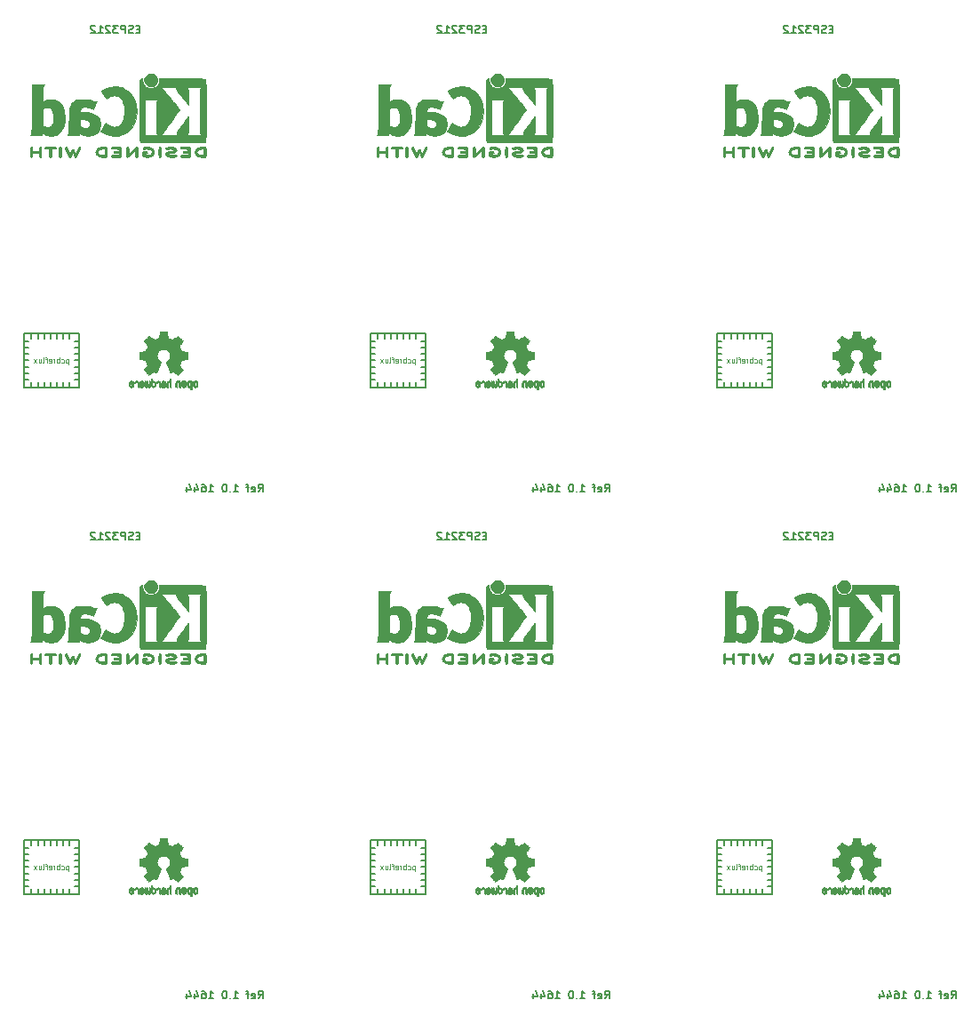
<source format=gbo>
G04 #@! TF.FileFunction,Legend,Bot*
%FSLAX46Y46*%
G04 Gerber Fmt 4.6, Leading zero omitted, Abs format (unit mm)*
G04 Created by KiCad (PCBNEW no-vcs-found-undefined) date Sun Nov  6 11:39:55 2016*
%MOMM*%
%LPD*%
G01*
G04 APERTURE LIST*
%ADD10C,0.100000*%
%ADD11C,0.187500*%
%ADD12C,0.150000*%
%ADD13C,0.010000*%
G04 APERTURE END LIST*
D10*
D11*
X105216828Y-94028028D02*
X104966828Y-94028028D01*
X104859685Y-94420885D02*
X105216828Y-94420885D01*
X105216828Y-93670885D01*
X104859685Y-93670885D01*
X104573971Y-94385171D02*
X104466828Y-94420885D01*
X104288257Y-94420885D01*
X104216828Y-94385171D01*
X104181114Y-94349457D01*
X104145400Y-94278028D01*
X104145400Y-94206600D01*
X104181114Y-94135171D01*
X104216828Y-94099457D01*
X104288257Y-94063742D01*
X104431114Y-94028028D01*
X104502542Y-93992314D01*
X104538257Y-93956600D01*
X104573971Y-93885171D01*
X104573971Y-93813742D01*
X104538257Y-93742314D01*
X104502542Y-93706600D01*
X104431114Y-93670885D01*
X104252542Y-93670885D01*
X104145400Y-93706600D01*
X103823971Y-94420885D02*
X103823971Y-93670885D01*
X103538257Y-93670885D01*
X103466828Y-93706600D01*
X103431114Y-93742314D01*
X103395400Y-93813742D01*
X103395400Y-93920885D01*
X103431114Y-93992314D01*
X103466828Y-94028028D01*
X103538257Y-94063742D01*
X103823971Y-94063742D01*
X103145400Y-93670885D02*
X102681114Y-93670885D01*
X102931114Y-93956600D01*
X102823971Y-93956600D01*
X102752542Y-93992314D01*
X102716828Y-94028028D01*
X102681114Y-94099457D01*
X102681114Y-94278028D01*
X102716828Y-94349457D01*
X102752542Y-94385171D01*
X102823971Y-94420885D01*
X103038257Y-94420885D01*
X103109685Y-94385171D01*
X103145400Y-94349457D01*
X102395400Y-93742314D02*
X102359685Y-93706600D01*
X102288257Y-93670885D01*
X102109685Y-93670885D01*
X102038257Y-93706600D01*
X102002542Y-93742314D01*
X101966828Y-93813742D01*
X101966828Y-93885171D01*
X102002542Y-93992314D01*
X102431114Y-94420885D01*
X101966828Y-94420885D01*
X101252542Y-94420885D02*
X101681114Y-94420885D01*
X101466828Y-94420885D02*
X101466828Y-93670885D01*
X101538257Y-93778028D01*
X101609685Y-93849457D01*
X101681114Y-93885171D01*
X100966828Y-93742314D02*
X100931114Y-93706600D01*
X100859685Y-93670885D01*
X100681114Y-93670885D01*
X100609685Y-93706600D01*
X100573971Y-93742314D01*
X100538257Y-93813742D01*
X100538257Y-93885171D01*
X100573971Y-93992314D01*
X101002542Y-94420885D01*
X100538257Y-94420885D01*
X116505828Y-138108885D02*
X116755828Y-137751742D01*
X116934400Y-138108885D02*
X116934400Y-137358885D01*
X116648685Y-137358885D01*
X116577257Y-137394600D01*
X116541542Y-137430314D01*
X116505828Y-137501742D01*
X116505828Y-137608885D01*
X116541542Y-137680314D01*
X116577257Y-137716028D01*
X116648685Y-137751742D01*
X116934400Y-137751742D01*
X115898685Y-138073171D02*
X115970114Y-138108885D01*
X116112971Y-138108885D01*
X116184400Y-138073171D01*
X116220114Y-138001742D01*
X116220114Y-137716028D01*
X116184400Y-137644600D01*
X116112971Y-137608885D01*
X115970114Y-137608885D01*
X115898685Y-137644600D01*
X115862971Y-137716028D01*
X115862971Y-137787457D01*
X116220114Y-137858885D01*
X115648685Y-137608885D02*
X115362971Y-137608885D01*
X115541542Y-138108885D02*
X115541542Y-137466028D01*
X115505828Y-137394600D01*
X115434400Y-137358885D01*
X115362971Y-137358885D01*
X114148685Y-138108885D02*
X114577257Y-138108885D01*
X114362971Y-138108885D02*
X114362971Y-137358885D01*
X114434400Y-137466028D01*
X114505828Y-137537457D01*
X114577257Y-137573171D01*
X113827257Y-138037457D02*
X113791542Y-138073171D01*
X113827257Y-138108885D01*
X113862971Y-138073171D01*
X113827257Y-138037457D01*
X113827257Y-138108885D01*
X113327257Y-137358885D02*
X113255828Y-137358885D01*
X113184400Y-137394600D01*
X113148685Y-137430314D01*
X113112971Y-137501742D01*
X113077257Y-137644600D01*
X113077257Y-137823171D01*
X113112971Y-137966028D01*
X113148685Y-138037457D01*
X113184400Y-138073171D01*
X113255828Y-138108885D01*
X113327257Y-138108885D01*
X113398685Y-138073171D01*
X113434400Y-138037457D01*
X113470114Y-137966028D01*
X113505828Y-137823171D01*
X113505828Y-137644600D01*
X113470114Y-137501742D01*
X113434400Y-137430314D01*
X113398685Y-137394600D01*
X113327257Y-137358885D01*
X111791542Y-138108885D02*
X112220114Y-138108885D01*
X112005828Y-138108885D02*
X112005828Y-137358885D01*
X112077257Y-137466028D01*
X112148685Y-137537457D01*
X112220114Y-137573171D01*
X111148685Y-137358885D02*
X111291542Y-137358885D01*
X111362971Y-137394600D01*
X111398685Y-137430314D01*
X111470114Y-137537457D01*
X111505828Y-137680314D01*
X111505828Y-137966028D01*
X111470114Y-138037457D01*
X111434400Y-138073171D01*
X111362971Y-138108885D01*
X111220114Y-138108885D01*
X111148685Y-138073171D01*
X111112971Y-138037457D01*
X111077257Y-137966028D01*
X111077257Y-137787457D01*
X111112971Y-137716028D01*
X111148685Y-137680314D01*
X111220114Y-137644600D01*
X111362971Y-137644600D01*
X111434400Y-137680314D01*
X111470114Y-137716028D01*
X111505828Y-137787457D01*
X110434400Y-137608885D02*
X110434400Y-138108885D01*
X110612971Y-137323171D02*
X110791542Y-137858885D01*
X110327257Y-137858885D01*
X109720114Y-137608885D02*
X109720114Y-138108885D01*
X109898685Y-137323171D02*
X110077257Y-137858885D01*
X109612971Y-137858885D01*
X83485828Y-138108885D02*
X83735828Y-137751742D01*
X83914400Y-138108885D02*
X83914400Y-137358885D01*
X83628685Y-137358885D01*
X83557257Y-137394600D01*
X83521542Y-137430314D01*
X83485828Y-137501742D01*
X83485828Y-137608885D01*
X83521542Y-137680314D01*
X83557257Y-137716028D01*
X83628685Y-137751742D01*
X83914400Y-137751742D01*
X82878685Y-138073171D02*
X82950114Y-138108885D01*
X83092971Y-138108885D01*
X83164400Y-138073171D01*
X83200114Y-138001742D01*
X83200114Y-137716028D01*
X83164400Y-137644600D01*
X83092971Y-137608885D01*
X82950114Y-137608885D01*
X82878685Y-137644600D01*
X82842971Y-137716028D01*
X82842971Y-137787457D01*
X83200114Y-137858885D01*
X82628685Y-137608885D02*
X82342971Y-137608885D01*
X82521542Y-138108885D02*
X82521542Y-137466028D01*
X82485828Y-137394600D01*
X82414400Y-137358885D01*
X82342971Y-137358885D01*
X81128685Y-138108885D02*
X81557257Y-138108885D01*
X81342971Y-138108885D02*
X81342971Y-137358885D01*
X81414400Y-137466028D01*
X81485828Y-137537457D01*
X81557257Y-137573171D01*
X80807257Y-138037457D02*
X80771542Y-138073171D01*
X80807257Y-138108885D01*
X80842971Y-138073171D01*
X80807257Y-138037457D01*
X80807257Y-138108885D01*
X80307257Y-137358885D02*
X80235828Y-137358885D01*
X80164400Y-137394600D01*
X80128685Y-137430314D01*
X80092971Y-137501742D01*
X80057257Y-137644600D01*
X80057257Y-137823171D01*
X80092971Y-137966028D01*
X80128685Y-138037457D01*
X80164400Y-138073171D01*
X80235828Y-138108885D01*
X80307257Y-138108885D01*
X80378685Y-138073171D01*
X80414400Y-138037457D01*
X80450114Y-137966028D01*
X80485828Y-137823171D01*
X80485828Y-137644600D01*
X80450114Y-137501742D01*
X80414400Y-137430314D01*
X80378685Y-137394600D01*
X80307257Y-137358885D01*
X78771542Y-138108885D02*
X79200114Y-138108885D01*
X78985828Y-138108885D02*
X78985828Y-137358885D01*
X79057257Y-137466028D01*
X79128685Y-137537457D01*
X79200114Y-137573171D01*
X78128685Y-137358885D02*
X78271542Y-137358885D01*
X78342971Y-137394600D01*
X78378685Y-137430314D01*
X78450114Y-137537457D01*
X78485828Y-137680314D01*
X78485828Y-137966028D01*
X78450114Y-138037457D01*
X78414400Y-138073171D01*
X78342971Y-138108885D01*
X78200114Y-138108885D01*
X78128685Y-138073171D01*
X78092971Y-138037457D01*
X78057257Y-137966028D01*
X78057257Y-137787457D01*
X78092971Y-137716028D01*
X78128685Y-137680314D01*
X78200114Y-137644600D01*
X78342971Y-137644600D01*
X78414400Y-137680314D01*
X78450114Y-137716028D01*
X78485828Y-137787457D01*
X77414400Y-137608885D02*
X77414400Y-138108885D01*
X77592971Y-137323171D02*
X77771542Y-137858885D01*
X77307257Y-137858885D01*
X76700114Y-137608885D02*
X76700114Y-138108885D01*
X76878685Y-137323171D02*
X77057257Y-137858885D01*
X76592971Y-137858885D01*
X72196828Y-94028028D02*
X71946828Y-94028028D01*
X71839685Y-94420885D02*
X72196828Y-94420885D01*
X72196828Y-93670885D01*
X71839685Y-93670885D01*
X71553971Y-94385171D02*
X71446828Y-94420885D01*
X71268257Y-94420885D01*
X71196828Y-94385171D01*
X71161114Y-94349457D01*
X71125400Y-94278028D01*
X71125400Y-94206600D01*
X71161114Y-94135171D01*
X71196828Y-94099457D01*
X71268257Y-94063742D01*
X71411114Y-94028028D01*
X71482542Y-93992314D01*
X71518257Y-93956600D01*
X71553971Y-93885171D01*
X71553971Y-93813742D01*
X71518257Y-93742314D01*
X71482542Y-93706600D01*
X71411114Y-93670885D01*
X71232542Y-93670885D01*
X71125400Y-93706600D01*
X70803971Y-94420885D02*
X70803971Y-93670885D01*
X70518257Y-93670885D01*
X70446828Y-93706600D01*
X70411114Y-93742314D01*
X70375400Y-93813742D01*
X70375400Y-93920885D01*
X70411114Y-93992314D01*
X70446828Y-94028028D01*
X70518257Y-94063742D01*
X70803971Y-94063742D01*
X70125400Y-93670885D02*
X69661114Y-93670885D01*
X69911114Y-93956600D01*
X69803971Y-93956600D01*
X69732542Y-93992314D01*
X69696828Y-94028028D01*
X69661114Y-94099457D01*
X69661114Y-94278028D01*
X69696828Y-94349457D01*
X69732542Y-94385171D01*
X69803971Y-94420885D01*
X70018257Y-94420885D01*
X70089685Y-94385171D01*
X70125400Y-94349457D01*
X69375400Y-93742314D02*
X69339685Y-93706600D01*
X69268257Y-93670885D01*
X69089685Y-93670885D01*
X69018257Y-93706600D01*
X68982542Y-93742314D01*
X68946828Y-93813742D01*
X68946828Y-93885171D01*
X68982542Y-93992314D01*
X69411114Y-94420885D01*
X68946828Y-94420885D01*
X68232542Y-94420885D02*
X68661114Y-94420885D01*
X68446828Y-94420885D02*
X68446828Y-93670885D01*
X68518257Y-93778028D01*
X68589685Y-93849457D01*
X68661114Y-93885171D01*
X67946828Y-93742314D02*
X67911114Y-93706600D01*
X67839685Y-93670885D01*
X67661114Y-93670885D01*
X67589685Y-93706600D01*
X67553971Y-93742314D01*
X67518257Y-93813742D01*
X67518257Y-93885171D01*
X67553971Y-93992314D01*
X67982542Y-94420885D01*
X67518257Y-94420885D01*
X39176828Y-94028028D02*
X38926828Y-94028028D01*
X38819685Y-94420885D02*
X39176828Y-94420885D01*
X39176828Y-93670885D01*
X38819685Y-93670885D01*
X38533971Y-94385171D02*
X38426828Y-94420885D01*
X38248257Y-94420885D01*
X38176828Y-94385171D01*
X38141114Y-94349457D01*
X38105400Y-94278028D01*
X38105400Y-94206600D01*
X38141114Y-94135171D01*
X38176828Y-94099457D01*
X38248257Y-94063742D01*
X38391114Y-94028028D01*
X38462542Y-93992314D01*
X38498257Y-93956600D01*
X38533971Y-93885171D01*
X38533971Y-93813742D01*
X38498257Y-93742314D01*
X38462542Y-93706600D01*
X38391114Y-93670885D01*
X38212542Y-93670885D01*
X38105400Y-93706600D01*
X37783971Y-94420885D02*
X37783971Y-93670885D01*
X37498257Y-93670885D01*
X37426828Y-93706600D01*
X37391114Y-93742314D01*
X37355400Y-93813742D01*
X37355400Y-93920885D01*
X37391114Y-93992314D01*
X37426828Y-94028028D01*
X37498257Y-94063742D01*
X37783971Y-94063742D01*
X37105400Y-93670885D02*
X36641114Y-93670885D01*
X36891114Y-93956600D01*
X36783971Y-93956600D01*
X36712542Y-93992314D01*
X36676828Y-94028028D01*
X36641114Y-94099457D01*
X36641114Y-94278028D01*
X36676828Y-94349457D01*
X36712542Y-94385171D01*
X36783971Y-94420885D01*
X36998257Y-94420885D01*
X37069685Y-94385171D01*
X37105400Y-94349457D01*
X36355400Y-93742314D02*
X36319685Y-93706600D01*
X36248257Y-93670885D01*
X36069685Y-93670885D01*
X35998257Y-93706600D01*
X35962542Y-93742314D01*
X35926828Y-93813742D01*
X35926828Y-93885171D01*
X35962542Y-93992314D01*
X36391114Y-94420885D01*
X35926828Y-94420885D01*
X35212542Y-94420885D02*
X35641114Y-94420885D01*
X35426828Y-94420885D02*
X35426828Y-93670885D01*
X35498257Y-93778028D01*
X35569685Y-93849457D01*
X35641114Y-93885171D01*
X34926828Y-93742314D02*
X34891114Y-93706600D01*
X34819685Y-93670885D01*
X34641114Y-93670885D01*
X34569685Y-93706600D01*
X34533971Y-93742314D01*
X34498257Y-93813742D01*
X34498257Y-93885171D01*
X34533971Y-93992314D01*
X34962542Y-94420885D01*
X34498257Y-94420885D01*
X50465828Y-138108885D02*
X50715828Y-137751742D01*
X50894400Y-138108885D02*
X50894400Y-137358885D01*
X50608685Y-137358885D01*
X50537257Y-137394600D01*
X50501542Y-137430314D01*
X50465828Y-137501742D01*
X50465828Y-137608885D01*
X50501542Y-137680314D01*
X50537257Y-137716028D01*
X50608685Y-137751742D01*
X50894400Y-137751742D01*
X49858685Y-138073171D02*
X49930114Y-138108885D01*
X50072971Y-138108885D01*
X50144400Y-138073171D01*
X50180114Y-138001742D01*
X50180114Y-137716028D01*
X50144400Y-137644600D01*
X50072971Y-137608885D01*
X49930114Y-137608885D01*
X49858685Y-137644600D01*
X49822971Y-137716028D01*
X49822971Y-137787457D01*
X50180114Y-137858885D01*
X49608685Y-137608885D02*
X49322971Y-137608885D01*
X49501542Y-138108885D02*
X49501542Y-137466028D01*
X49465828Y-137394600D01*
X49394400Y-137358885D01*
X49322971Y-137358885D01*
X48108685Y-138108885D02*
X48537257Y-138108885D01*
X48322971Y-138108885D02*
X48322971Y-137358885D01*
X48394400Y-137466028D01*
X48465828Y-137537457D01*
X48537257Y-137573171D01*
X47787257Y-138037457D02*
X47751542Y-138073171D01*
X47787257Y-138108885D01*
X47822971Y-138073171D01*
X47787257Y-138037457D01*
X47787257Y-138108885D01*
X47287257Y-137358885D02*
X47215828Y-137358885D01*
X47144400Y-137394600D01*
X47108685Y-137430314D01*
X47072971Y-137501742D01*
X47037257Y-137644600D01*
X47037257Y-137823171D01*
X47072971Y-137966028D01*
X47108685Y-138037457D01*
X47144400Y-138073171D01*
X47215828Y-138108885D01*
X47287257Y-138108885D01*
X47358685Y-138073171D01*
X47394400Y-138037457D01*
X47430114Y-137966028D01*
X47465828Y-137823171D01*
X47465828Y-137644600D01*
X47430114Y-137501742D01*
X47394400Y-137430314D01*
X47358685Y-137394600D01*
X47287257Y-137358885D01*
X45751542Y-138108885D02*
X46180114Y-138108885D01*
X45965828Y-138108885D02*
X45965828Y-137358885D01*
X46037257Y-137466028D01*
X46108685Y-137537457D01*
X46180114Y-137573171D01*
X45108685Y-137358885D02*
X45251542Y-137358885D01*
X45322971Y-137394600D01*
X45358685Y-137430314D01*
X45430114Y-137537457D01*
X45465828Y-137680314D01*
X45465828Y-137966028D01*
X45430114Y-138037457D01*
X45394400Y-138073171D01*
X45322971Y-138108885D01*
X45180114Y-138108885D01*
X45108685Y-138073171D01*
X45072971Y-138037457D01*
X45037257Y-137966028D01*
X45037257Y-137787457D01*
X45072971Y-137716028D01*
X45108685Y-137680314D01*
X45180114Y-137644600D01*
X45322971Y-137644600D01*
X45394400Y-137680314D01*
X45430114Y-137716028D01*
X45465828Y-137787457D01*
X44394400Y-137608885D02*
X44394400Y-138108885D01*
X44572971Y-137323171D02*
X44751542Y-137858885D01*
X44287257Y-137858885D01*
X43680114Y-137608885D02*
X43680114Y-138108885D01*
X43858685Y-137323171D02*
X44037257Y-137858885D01*
X43572971Y-137858885D01*
X50465828Y-186368885D02*
X50715828Y-186011742D01*
X50894400Y-186368885D02*
X50894400Y-185618885D01*
X50608685Y-185618885D01*
X50537257Y-185654600D01*
X50501542Y-185690314D01*
X50465828Y-185761742D01*
X50465828Y-185868885D01*
X50501542Y-185940314D01*
X50537257Y-185976028D01*
X50608685Y-186011742D01*
X50894400Y-186011742D01*
X49858685Y-186333171D02*
X49930114Y-186368885D01*
X50072971Y-186368885D01*
X50144400Y-186333171D01*
X50180114Y-186261742D01*
X50180114Y-185976028D01*
X50144400Y-185904600D01*
X50072971Y-185868885D01*
X49930114Y-185868885D01*
X49858685Y-185904600D01*
X49822971Y-185976028D01*
X49822971Y-186047457D01*
X50180114Y-186118885D01*
X49608685Y-185868885D02*
X49322971Y-185868885D01*
X49501542Y-186368885D02*
X49501542Y-185726028D01*
X49465828Y-185654600D01*
X49394400Y-185618885D01*
X49322971Y-185618885D01*
X48108685Y-186368885D02*
X48537257Y-186368885D01*
X48322971Y-186368885D02*
X48322971Y-185618885D01*
X48394400Y-185726028D01*
X48465828Y-185797457D01*
X48537257Y-185833171D01*
X47787257Y-186297457D02*
X47751542Y-186333171D01*
X47787257Y-186368885D01*
X47822971Y-186333171D01*
X47787257Y-186297457D01*
X47787257Y-186368885D01*
X47287257Y-185618885D02*
X47215828Y-185618885D01*
X47144400Y-185654600D01*
X47108685Y-185690314D01*
X47072971Y-185761742D01*
X47037257Y-185904600D01*
X47037257Y-186083171D01*
X47072971Y-186226028D01*
X47108685Y-186297457D01*
X47144400Y-186333171D01*
X47215828Y-186368885D01*
X47287257Y-186368885D01*
X47358685Y-186333171D01*
X47394400Y-186297457D01*
X47430114Y-186226028D01*
X47465828Y-186083171D01*
X47465828Y-185904600D01*
X47430114Y-185761742D01*
X47394400Y-185690314D01*
X47358685Y-185654600D01*
X47287257Y-185618885D01*
X45751542Y-186368885D02*
X46180114Y-186368885D01*
X45965828Y-186368885D02*
X45965828Y-185618885D01*
X46037257Y-185726028D01*
X46108685Y-185797457D01*
X46180114Y-185833171D01*
X45108685Y-185618885D02*
X45251542Y-185618885D01*
X45322971Y-185654600D01*
X45358685Y-185690314D01*
X45430114Y-185797457D01*
X45465828Y-185940314D01*
X45465828Y-186226028D01*
X45430114Y-186297457D01*
X45394400Y-186333171D01*
X45322971Y-186368885D01*
X45180114Y-186368885D01*
X45108685Y-186333171D01*
X45072971Y-186297457D01*
X45037257Y-186226028D01*
X45037257Y-186047457D01*
X45072971Y-185976028D01*
X45108685Y-185940314D01*
X45180114Y-185904600D01*
X45322971Y-185904600D01*
X45394400Y-185940314D01*
X45430114Y-185976028D01*
X45465828Y-186047457D01*
X44394400Y-185868885D02*
X44394400Y-186368885D01*
X44572971Y-185583171D02*
X44751542Y-186118885D01*
X44287257Y-186118885D01*
X43680114Y-185868885D02*
X43680114Y-186368885D01*
X43858685Y-185583171D02*
X44037257Y-186118885D01*
X43572971Y-186118885D01*
X39176828Y-142288028D02*
X38926828Y-142288028D01*
X38819685Y-142680885D02*
X39176828Y-142680885D01*
X39176828Y-141930885D01*
X38819685Y-141930885D01*
X38533971Y-142645171D02*
X38426828Y-142680885D01*
X38248257Y-142680885D01*
X38176828Y-142645171D01*
X38141114Y-142609457D01*
X38105400Y-142538028D01*
X38105400Y-142466600D01*
X38141114Y-142395171D01*
X38176828Y-142359457D01*
X38248257Y-142323742D01*
X38391114Y-142288028D01*
X38462542Y-142252314D01*
X38498257Y-142216600D01*
X38533971Y-142145171D01*
X38533971Y-142073742D01*
X38498257Y-142002314D01*
X38462542Y-141966600D01*
X38391114Y-141930885D01*
X38212542Y-141930885D01*
X38105400Y-141966600D01*
X37783971Y-142680885D02*
X37783971Y-141930885D01*
X37498257Y-141930885D01*
X37426828Y-141966600D01*
X37391114Y-142002314D01*
X37355400Y-142073742D01*
X37355400Y-142180885D01*
X37391114Y-142252314D01*
X37426828Y-142288028D01*
X37498257Y-142323742D01*
X37783971Y-142323742D01*
X37105400Y-141930885D02*
X36641114Y-141930885D01*
X36891114Y-142216600D01*
X36783971Y-142216600D01*
X36712542Y-142252314D01*
X36676828Y-142288028D01*
X36641114Y-142359457D01*
X36641114Y-142538028D01*
X36676828Y-142609457D01*
X36712542Y-142645171D01*
X36783971Y-142680885D01*
X36998257Y-142680885D01*
X37069685Y-142645171D01*
X37105400Y-142609457D01*
X36355400Y-142002314D02*
X36319685Y-141966600D01*
X36248257Y-141930885D01*
X36069685Y-141930885D01*
X35998257Y-141966600D01*
X35962542Y-142002314D01*
X35926828Y-142073742D01*
X35926828Y-142145171D01*
X35962542Y-142252314D01*
X36391114Y-142680885D01*
X35926828Y-142680885D01*
X35212542Y-142680885D02*
X35641114Y-142680885D01*
X35426828Y-142680885D02*
X35426828Y-141930885D01*
X35498257Y-142038028D01*
X35569685Y-142109457D01*
X35641114Y-142145171D01*
X34926828Y-142002314D02*
X34891114Y-141966600D01*
X34819685Y-141930885D01*
X34641114Y-141930885D01*
X34569685Y-141966600D01*
X34533971Y-142002314D01*
X34498257Y-142073742D01*
X34498257Y-142145171D01*
X34533971Y-142252314D01*
X34962542Y-142680885D01*
X34498257Y-142680885D01*
X72196828Y-142288028D02*
X71946828Y-142288028D01*
X71839685Y-142680885D02*
X72196828Y-142680885D01*
X72196828Y-141930885D01*
X71839685Y-141930885D01*
X71553971Y-142645171D02*
X71446828Y-142680885D01*
X71268257Y-142680885D01*
X71196828Y-142645171D01*
X71161114Y-142609457D01*
X71125400Y-142538028D01*
X71125400Y-142466600D01*
X71161114Y-142395171D01*
X71196828Y-142359457D01*
X71268257Y-142323742D01*
X71411114Y-142288028D01*
X71482542Y-142252314D01*
X71518257Y-142216600D01*
X71553971Y-142145171D01*
X71553971Y-142073742D01*
X71518257Y-142002314D01*
X71482542Y-141966600D01*
X71411114Y-141930885D01*
X71232542Y-141930885D01*
X71125400Y-141966600D01*
X70803971Y-142680885D02*
X70803971Y-141930885D01*
X70518257Y-141930885D01*
X70446828Y-141966600D01*
X70411114Y-142002314D01*
X70375400Y-142073742D01*
X70375400Y-142180885D01*
X70411114Y-142252314D01*
X70446828Y-142288028D01*
X70518257Y-142323742D01*
X70803971Y-142323742D01*
X70125400Y-141930885D02*
X69661114Y-141930885D01*
X69911114Y-142216600D01*
X69803971Y-142216600D01*
X69732542Y-142252314D01*
X69696828Y-142288028D01*
X69661114Y-142359457D01*
X69661114Y-142538028D01*
X69696828Y-142609457D01*
X69732542Y-142645171D01*
X69803971Y-142680885D01*
X70018257Y-142680885D01*
X70089685Y-142645171D01*
X70125400Y-142609457D01*
X69375400Y-142002314D02*
X69339685Y-141966600D01*
X69268257Y-141930885D01*
X69089685Y-141930885D01*
X69018257Y-141966600D01*
X68982542Y-142002314D01*
X68946828Y-142073742D01*
X68946828Y-142145171D01*
X68982542Y-142252314D01*
X69411114Y-142680885D01*
X68946828Y-142680885D01*
X68232542Y-142680885D02*
X68661114Y-142680885D01*
X68446828Y-142680885D02*
X68446828Y-141930885D01*
X68518257Y-142038028D01*
X68589685Y-142109457D01*
X68661114Y-142145171D01*
X67946828Y-142002314D02*
X67911114Y-141966600D01*
X67839685Y-141930885D01*
X67661114Y-141930885D01*
X67589685Y-141966600D01*
X67553971Y-142002314D01*
X67518257Y-142073742D01*
X67518257Y-142145171D01*
X67553971Y-142252314D01*
X67982542Y-142680885D01*
X67518257Y-142680885D01*
X83485828Y-186368885D02*
X83735828Y-186011742D01*
X83914400Y-186368885D02*
X83914400Y-185618885D01*
X83628685Y-185618885D01*
X83557257Y-185654600D01*
X83521542Y-185690314D01*
X83485828Y-185761742D01*
X83485828Y-185868885D01*
X83521542Y-185940314D01*
X83557257Y-185976028D01*
X83628685Y-186011742D01*
X83914400Y-186011742D01*
X82878685Y-186333171D02*
X82950114Y-186368885D01*
X83092971Y-186368885D01*
X83164400Y-186333171D01*
X83200114Y-186261742D01*
X83200114Y-185976028D01*
X83164400Y-185904600D01*
X83092971Y-185868885D01*
X82950114Y-185868885D01*
X82878685Y-185904600D01*
X82842971Y-185976028D01*
X82842971Y-186047457D01*
X83200114Y-186118885D01*
X82628685Y-185868885D02*
X82342971Y-185868885D01*
X82521542Y-186368885D02*
X82521542Y-185726028D01*
X82485828Y-185654600D01*
X82414400Y-185618885D01*
X82342971Y-185618885D01*
X81128685Y-186368885D02*
X81557257Y-186368885D01*
X81342971Y-186368885D02*
X81342971Y-185618885D01*
X81414400Y-185726028D01*
X81485828Y-185797457D01*
X81557257Y-185833171D01*
X80807257Y-186297457D02*
X80771542Y-186333171D01*
X80807257Y-186368885D01*
X80842971Y-186333171D01*
X80807257Y-186297457D01*
X80807257Y-186368885D01*
X80307257Y-185618885D02*
X80235828Y-185618885D01*
X80164400Y-185654600D01*
X80128685Y-185690314D01*
X80092971Y-185761742D01*
X80057257Y-185904600D01*
X80057257Y-186083171D01*
X80092971Y-186226028D01*
X80128685Y-186297457D01*
X80164400Y-186333171D01*
X80235828Y-186368885D01*
X80307257Y-186368885D01*
X80378685Y-186333171D01*
X80414400Y-186297457D01*
X80450114Y-186226028D01*
X80485828Y-186083171D01*
X80485828Y-185904600D01*
X80450114Y-185761742D01*
X80414400Y-185690314D01*
X80378685Y-185654600D01*
X80307257Y-185618885D01*
X78771542Y-186368885D02*
X79200114Y-186368885D01*
X78985828Y-186368885D02*
X78985828Y-185618885D01*
X79057257Y-185726028D01*
X79128685Y-185797457D01*
X79200114Y-185833171D01*
X78128685Y-185618885D02*
X78271542Y-185618885D01*
X78342971Y-185654600D01*
X78378685Y-185690314D01*
X78450114Y-185797457D01*
X78485828Y-185940314D01*
X78485828Y-186226028D01*
X78450114Y-186297457D01*
X78414400Y-186333171D01*
X78342971Y-186368885D01*
X78200114Y-186368885D01*
X78128685Y-186333171D01*
X78092971Y-186297457D01*
X78057257Y-186226028D01*
X78057257Y-186047457D01*
X78092971Y-185976028D01*
X78128685Y-185940314D01*
X78200114Y-185904600D01*
X78342971Y-185904600D01*
X78414400Y-185940314D01*
X78450114Y-185976028D01*
X78485828Y-186047457D01*
X77414400Y-185868885D02*
X77414400Y-186368885D01*
X77592971Y-185583171D02*
X77771542Y-186118885D01*
X77307257Y-186118885D01*
X76700114Y-185868885D02*
X76700114Y-186368885D01*
X76878685Y-185583171D02*
X77057257Y-186118885D01*
X76592971Y-186118885D01*
X116505828Y-186368885D02*
X116755828Y-186011742D01*
X116934400Y-186368885D02*
X116934400Y-185618885D01*
X116648685Y-185618885D01*
X116577257Y-185654600D01*
X116541542Y-185690314D01*
X116505828Y-185761742D01*
X116505828Y-185868885D01*
X116541542Y-185940314D01*
X116577257Y-185976028D01*
X116648685Y-186011742D01*
X116934400Y-186011742D01*
X115898685Y-186333171D02*
X115970114Y-186368885D01*
X116112971Y-186368885D01*
X116184400Y-186333171D01*
X116220114Y-186261742D01*
X116220114Y-185976028D01*
X116184400Y-185904600D01*
X116112971Y-185868885D01*
X115970114Y-185868885D01*
X115898685Y-185904600D01*
X115862971Y-185976028D01*
X115862971Y-186047457D01*
X116220114Y-186118885D01*
X115648685Y-185868885D02*
X115362971Y-185868885D01*
X115541542Y-186368885D02*
X115541542Y-185726028D01*
X115505828Y-185654600D01*
X115434400Y-185618885D01*
X115362971Y-185618885D01*
X114148685Y-186368885D02*
X114577257Y-186368885D01*
X114362971Y-186368885D02*
X114362971Y-185618885D01*
X114434400Y-185726028D01*
X114505828Y-185797457D01*
X114577257Y-185833171D01*
X113827257Y-186297457D02*
X113791542Y-186333171D01*
X113827257Y-186368885D01*
X113862971Y-186333171D01*
X113827257Y-186297457D01*
X113827257Y-186368885D01*
X113327257Y-185618885D02*
X113255828Y-185618885D01*
X113184400Y-185654600D01*
X113148685Y-185690314D01*
X113112971Y-185761742D01*
X113077257Y-185904600D01*
X113077257Y-186083171D01*
X113112971Y-186226028D01*
X113148685Y-186297457D01*
X113184400Y-186333171D01*
X113255828Y-186368885D01*
X113327257Y-186368885D01*
X113398685Y-186333171D01*
X113434400Y-186297457D01*
X113470114Y-186226028D01*
X113505828Y-186083171D01*
X113505828Y-185904600D01*
X113470114Y-185761742D01*
X113434400Y-185690314D01*
X113398685Y-185654600D01*
X113327257Y-185618885D01*
X111791542Y-186368885D02*
X112220114Y-186368885D01*
X112005828Y-186368885D02*
X112005828Y-185618885D01*
X112077257Y-185726028D01*
X112148685Y-185797457D01*
X112220114Y-185833171D01*
X111148685Y-185618885D02*
X111291542Y-185618885D01*
X111362971Y-185654600D01*
X111398685Y-185690314D01*
X111470114Y-185797457D01*
X111505828Y-185940314D01*
X111505828Y-186226028D01*
X111470114Y-186297457D01*
X111434400Y-186333171D01*
X111362971Y-186368885D01*
X111220114Y-186368885D01*
X111148685Y-186333171D01*
X111112971Y-186297457D01*
X111077257Y-186226028D01*
X111077257Y-186047457D01*
X111112971Y-185976028D01*
X111148685Y-185940314D01*
X111220114Y-185904600D01*
X111362971Y-185904600D01*
X111434400Y-185940314D01*
X111470114Y-185976028D01*
X111505828Y-186047457D01*
X110434400Y-185868885D02*
X110434400Y-186368885D01*
X110612971Y-185583171D02*
X110791542Y-186118885D01*
X110327257Y-186118885D01*
X109720114Y-185868885D02*
X109720114Y-186368885D01*
X109898685Y-185583171D02*
X110077257Y-186118885D01*
X109612971Y-186118885D01*
X105216828Y-142288028D02*
X104966828Y-142288028D01*
X104859685Y-142680885D02*
X105216828Y-142680885D01*
X105216828Y-141930885D01*
X104859685Y-141930885D01*
X104573971Y-142645171D02*
X104466828Y-142680885D01*
X104288257Y-142680885D01*
X104216828Y-142645171D01*
X104181114Y-142609457D01*
X104145400Y-142538028D01*
X104145400Y-142466600D01*
X104181114Y-142395171D01*
X104216828Y-142359457D01*
X104288257Y-142323742D01*
X104431114Y-142288028D01*
X104502542Y-142252314D01*
X104538257Y-142216600D01*
X104573971Y-142145171D01*
X104573971Y-142073742D01*
X104538257Y-142002314D01*
X104502542Y-141966600D01*
X104431114Y-141930885D01*
X104252542Y-141930885D01*
X104145400Y-141966600D01*
X103823971Y-142680885D02*
X103823971Y-141930885D01*
X103538257Y-141930885D01*
X103466828Y-141966600D01*
X103431114Y-142002314D01*
X103395400Y-142073742D01*
X103395400Y-142180885D01*
X103431114Y-142252314D01*
X103466828Y-142288028D01*
X103538257Y-142323742D01*
X103823971Y-142323742D01*
X103145400Y-141930885D02*
X102681114Y-141930885D01*
X102931114Y-142216600D01*
X102823971Y-142216600D01*
X102752542Y-142252314D01*
X102716828Y-142288028D01*
X102681114Y-142359457D01*
X102681114Y-142538028D01*
X102716828Y-142609457D01*
X102752542Y-142645171D01*
X102823971Y-142680885D01*
X103038257Y-142680885D01*
X103109685Y-142645171D01*
X103145400Y-142609457D01*
X102395400Y-142002314D02*
X102359685Y-141966600D01*
X102288257Y-141930885D01*
X102109685Y-141930885D01*
X102038257Y-141966600D01*
X102002542Y-142002314D01*
X101966828Y-142073742D01*
X101966828Y-142145171D01*
X102002542Y-142252314D01*
X102431114Y-142680885D01*
X101966828Y-142680885D01*
X101252542Y-142680885D02*
X101681114Y-142680885D01*
X101466828Y-142680885D02*
X101466828Y-141930885D01*
X101538257Y-142038028D01*
X101609685Y-142109457D01*
X101681114Y-142145171D01*
X100966828Y-142002314D02*
X100931114Y-141966600D01*
X100859685Y-141930885D01*
X100681114Y-141930885D01*
X100609685Y-141966600D01*
X100573971Y-142002314D01*
X100538257Y-142073742D01*
X100538257Y-142145171D01*
X100573971Y-142252314D01*
X101002542Y-142680885D01*
X100538257Y-142680885D01*
D12*
X94199400Y-122977600D02*
X94199400Y-128177600D01*
X99399400Y-128177600D02*
X99399400Y-122977600D01*
X98999400Y-127377600D02*
X99399400Y-127377600D01*
X98999400Y-126777600D02*
X99399400Y-126777600D01*
X98999400Y-126177600D02*
X99399400Y-126177600D01*
X98999400Y-125577600D02*
X99399400Y-125577600D01*
X98999400Y-124977600D02*
X99399400Y-124977600D01*
X98999400Y-124377600D02*
X99399400Y-124377600D01*
X98999400Y-123777600D02*
X99399400Y-123777600D01*
X94199400Y-123777600D02*
X94599400Y-123777600D01*
X94199400Y-124377600D02*
X94599400Y-124377600D01*
X94199400Y-124977600D02*
X94599400Y-124977600D01*
X94199400Y-125577600D02*
X94599400Y-125577600D01*
X94199400Y-126177600D02*
X94599400Y-126177600D01*
X94199400Y-126777600D02*
X94599400Y-126777600D01*
X94199400Y-127377600D02*
X94599400Y-127377600D01*
X98499400Y-127677600D02*
X98499400Y-128077600D01*
X97899400Y-127677600D02*
X97899400Y-128077600D01*
X97299400Y-127677600D02*
X97299400Y-128077600D01*
X96699400Y-127677600D02*
X96699400Y-128077600D01*
X96099400Y-127677600D02*
X96099400Y-128077600D01*
X95499400Y-127677600D02*
X95499400Y-128077600D01*
X94899400Y-127677600D02*
X94899400Y-128077600D01*
X94199400Y-122977600D02*
X99399400Y-122977600D01*
X94199400Y-128177600D02*
X99399400Y-128177600D01*
X94899400Y-123077600D02*
X94899400Y-123477600D01*
X95499400Y-123077600D02*
X95499400Y-123477600D01*
X96099400Y-123077600D02*
X96099400Y-123477600D01*
X96699400Y-123077600D02*
X96699400Y-123477600D01*
X97299400Y-123077600D02*
X97299400Y-123477600D01*
X97899400Y-123077600D02*
X97899400Y-123477600D01*
X98499400Y-123077600D02*
X98499400Y-123477600D01*
D13*
G36*
X111299154Y-105230545D02*
X111246589Y-105231080D01*
X111092565Y-105234796D01*
X110963571Y-105245835D01*
X110855209Y-105265382D01*
X110763084Y-105294619D01*
X110682799Y-105334733D01*
X110609958Y-105386905D01*
X110583941Y-105409569D01*
X110540783Y-105462598D01*
X110501867Y-105534557D01*
X110471873Y-105614320D01*
X110455481Y-105690761D01*
X110453778Y-105719008D01*
X110464451Y-105797310D01*
X110493053Y-105882841D01*
X110534457Y-105963799D01*
X110583541Y-106028382D01*
X110591513Y-106036174D01*
X110659046Y-106090944D01*
X110732998Y-106133699D01*
X110817634Y-106165559D01*
X110917217Y-106187644D01*
X111036012Y-106201074D01*
X111178280Y-106206970D01*
X111243446Y-106207470D01*
X111326301Y-106207071D01*
X111384569Y-106205402D01*
X111423716Y-106201758D01*
X111449209Y-106195429D01*
X111466514Y-106185710D01*
X111475790Y-106177410D01*
X111484552Y-106167328D01*
X111491425Y-106154321D01*
X111496638Y-106134905D01*
X111500419Y-106105596D01*
X111502997Y-106062909D01*
X111504600Y-106003361D01*
X111505457Y-105923466D01*
X111505797Y-105819741D01*
X111505849Y-105719008D01*
X111506180Y-105584655D01*
X111506108Y-105477328D01*
X111504830Y-105425931D01*
X111310465Y-105425931D01*
X111310465Y-106012085D01*
X111186471Y-106011971D01*
X111111861Y-106009832D01*
X111033718Y-106004319D01*
X110968520Y-105996608D01*
X110966536Y-105996291D01*
X110861163Y-105970814D01*
X110779432Y-105931136D01*
X110717262Y-105874674D01*
X110677760Y-105813542D01*
X110653420Y-105745729D01*
X110655307Y-105682055D01*
X110683555Y-105613801D01*
X110738808Y-105543192D01*
X110815373Y-105490871D01*
X110914895Y-105455899D01*
X110981407Y-105443522D01*
X111056907Y-105434830D01*
X111136925Y-105428540D01*
X111204984Y-105425924D01*
X111209015Y-105425912D01*
X111310465Y-105425931D01*
X111504830Y-105425931D01*
X111504036Y-105394017D01*
X111498361Y-105331715D01*
X111487487Y-105287411D01*
X111469814Y-105258096D01*
X111443743Y-105240761D01*
X111407675Y-105232397D01*
X111360012Y-105229995D01*
X111299154Y-105230545D01*
X111299154Y-105230545D01*
G37*
X111299154Y-105230545D02*
X111246589Y-105231080D01*
X111092565Y-105234796D01*
X110963571Y-105245835D01*
X110855209Y-105265382D01*
X110763084Y-105294619D01*
X110682799Y-105334733D01*
X110609958Y-105386905D01*
X110583941Y-105409569D01*
X110540783Y-105462598D01*
X110501867Y-105534557D01*
X110471873Y-105614320D01*
X110455481Y-105690761D01*
X110453778Y-105719008D01*
X110464451Y-105797310D01*
X110493053Y-105882841D01*
X110534457Y-105963799D01*
X110583541Y-106028382D01*
X110591513Y-106036174D01*
X110659046Y-106090944D01*
X110732998Y-106133699D01*
X110817634Y-106165559D01*
X110917217Y-106187644D01*
X111036012Y-106201074D01*
X111178280Y-106206970D01*
X111243446Y-106207470D01*
X111326301Y-106207071D01*
X111384569Y-106205402D01*
X111423716Y-106201758D01*
X111449209Y-106195429D01*
X111466514Y-106185710D01*
X111475790Y-106177410D01*
X111484552Y-106167328D01*
X111491425Y-106154321D01*
X111496638Y-106134905D01*
X111500419Y-106105596D01*
X111502997Y-106062909D01*
X111504600Y-106003361D01*
X111505457Y-105923466D01*
X111505797Y-105819741D01*
X111505849Y-105719008D01*
X111506180Y-105584655D01*
X111506108Y-105477328D01*
X111504830Y-105425931D01*
X111310465Y-105425931D01*
X111310465Y-106012085D01*
X111186471Y-106011971D01*
X111111861Y-106009832D01*
X111033718Y-106004319D01*
X110968520Y-105996608D01*
X110966536Y-105996291D01*
X110861163Y-105970814D01*
X110779432Y-105931136D01*
X110717262Y-105874674D01*
X110677760Y-105813542D01*
X110653420Y-105745729D01*
X110655307Y-105682055D01*
X110683555Y-105613801D01*
X110738808Y-105543192D01*
X110815373Y-105490871D01*
X110914895Y-105455899D01*
X110981407Y-105443522D01*
X111056907Y-105434830D01*
X111136925Y-105428540D01*
X111204984Y-105425924D01*
X111209015Y-105425912D01*
X111310465Y-105425931D01*
X111504830Y-105425931D01*
X111504036Y-105394017D01*
X111498361Y-105331715D01*
X111487487Y-105287411D01*
X111469814Y-105258096D01*
X111443743Y-105240761D01*
X111407675Y-105232397D01*
X111360012Y-105229995D01*
X111299154Y-105230545D01*
G36*
X109423830Y-105230652D02*
X109331422Y-105231148D01*
X109261673Y-105232301D01*
X109210883Y-105234380D01*
X109175351Y-105237651D01*
X109151378Y-105242383D01*
X109135264Y-105248843D01*
X109123309Y-105257299D01*
X109118979Y-105261191D01*
X109092651Y-105302540D01*
X109087911Y-105350052D01*
X109105230Y-105392231D01*
X109113239Y-105400756D01*
X109126192Y-105409021D01*
X109147048Y-105415397D01*
X109179676Y-105420195D01*
X109227942Y-105423724D01*
X109295714Y-105426294D01*
X109386860Y-105428217D01*
X109470191Y-105429387D01*
X109799992Y-105433446D01*
X109809006Y-105606286D01*
X109585142Y-105606286D01*
X109487954Y-105607125D01*
X109416803Y-105610632D01*
X109367691Y-105618295D01*
X109336617Y-105631603D01*
X109319584Y-105652041D01*
X109312592Y-105681099D01*
X109311530Y-105708067D01*
X109314830Y-105741157D01*
X109327283Y-105765540D01*
X109352720Y-105782489D01*
X109394971Y-105793279D01*
X109457866Y-105799184D01*
X109545235Y-105801477D01*
X109592921Y-105801671D01*
X109807506Y-105801671D01*
X109807506Y-106012085D01*
X109476855Y-106012085D01*
X109368470Y-106012236D01*
X109286097Y-106012914D01*
X109225689Y-106014456D01*
X109183199Y-106017199D01*
X109154581Y-106021481D01*
X109135788Y-106027639D01*
X109122774Y-106036009D01*
X109116145Y-106042144D01*
X109093407Y-106077949D01*
X109086086Y-106109777D01*
X109096539Y-106148654D01*
X109116145Y-106177410D01*
X109126605Y-106186463D01*
X109140108Y-106193493D01*
X109160286Y-106198754D01*
X109190771Y-106202501D01*
X109235195Y-106204990D01*
X109297191Y-106206475D01*
X109380391Y-106207211D01*
X109488427Y-106207454D01*
X109544489Y-106207470D01*
X109664544Y-106207363D01*
X109758174Y-106206875D01*
X109829009Y-106205749D01*
X109880681Y-106203731D01*
X109916823Y-106200566D01*
X109941068Y-106195999D01*
X109957047Y-106189776D01*
X109968393Y-106181640D01*
X109972832Y-106177410D01*
X109981617Y-106167296D01*
X109988504Y-106154248D01*
X109993721Y-106134770D01*
X109997499Y-106105364D01*
X110000070Y-106062534D01*
X110001664Y-106002784D01*
X110002511Y-105922617D01*
X110002842Y-105818537D01*
X110002891Y-105721628D01*
X110002846Y-105597523D01*
X110002534Y-105499966D01*
X110001688Y-105425446D01*
X110000042Y-105370451D01*
X109997329Y-105331470D01*
X109993283Y-105304993D01*
X109987637Y-105287506D01*
X109980126Y-105275500D01*
X109970482Y-105265463D01*
X109968106Y-105263226D01*
X109956575Y-105253319D01*
X109943178Y-105245648D01*
X109924196Y-105239926D01*
X109895915Y-105235868D01*
X109854618Y-105233188D01*
X109796588Y-105231602D01*
X109718109Y-105230824D01*
X109615466Y-105230568D01*
X109542596Y-105230546D01*
X109423830Y-105230652D01*
X109423830Y-105230652D01*
G37*
X109423830Y-105230652D02*
X109331422Y-105231148D01*
X109261673Y-105232301D01*
X109210883Y-105234380D01*
X109175351Y-105237651D01*
X109151378Y-105242383D01*
X109135264Y-105248843D01*
X109123309Y-105257299D01*
X109118979Y-105261191D01*
X109092651Y-105302540D01*
X109087911Y-105350052D01*
X109105230Y-105392231D01*
X109113239Y-105400756D01*
X109126192Y-105409021D01*
X109147048Y-105415397D01*
X109179676Y-105420195D01*
X109227942Y-105423724D01*
X109295714Y-105426294D01*
X109386860Y-105428217D01*
X109470191Y-105429387D01*
X109799992Y-105433446D01*
X109809006Y-105606286D01*
X109585142Y-105606286D01*
X109487954Y-105607125D01*
X109416803Y-105610632D01*
X109367691Y-105618295D01*
X109336617Y-105631603D01*
X109319584Y-105652041D01*
X109312592Y-105681099D01*
X109311530Y-105708067D01*
X109314830Y-105741157D01*
X109327283Y-105765540D01*
X109352720Y-105782489D01*
X109394971Y-105793279D01*
X109457866Y-105799184D01*
X109545235Y-105801477D01*
X109592921Y-105801671D01*
X109807506Y-105801671D01*
X109807506Y-106012085D01*
X109476855Y-106012085D01*
X109368470Y-106012236D01*
X109286097Y-106012914D01*
X109225689Y-106014456D01*
X109183199Y-106017199D01*
X109154581Y-106021481D01*
X109135788Y-106027639D01*
X109122774Y-106036009D01*
X109116145Y-106042144D01*
X109093407Y-106077949D01*
X109086086Y-106109777D01*
X109096539Y-106148654D01*
X109116145Y-106177410D01*
X109126605Y-106186463D01*
X109140108Y-106193493D01*
X109160286Y-106198754D01*
X109190771Y-106202501D01*
X109235195Y-106204990D01*
X109297191Y-106206475D01*
X109380391Y-106207211D01*
X109488427Y-106207454D01*
X109544489Y-106207470D01*
X109664544Y-106207363D01*
X109758174Y-106206875D01*
X109829009Y-106205749D01*
X109880681Y-106203731D01*
X109916823Y-106200566D01*
X109941068Y-106195999D01*
X109957047Y-106189776D01*
X109968393Y-106181640D01*
X109972832Y-106177410D01*
X109981617Y-106167296D01*
X109988504Y-106154248D01*
X109993721Y-106134770D01*
X109997499Y-106105364D01*
X110000070Y-106062534D01*
X110001664Y-106002784D01*
X110002511Y-105922617D01*
X110002842Y-105818537D01*
X110002891Y-105721628D01*
X110002846Y-105597523D01*
X110002534Y-105499966D01*
X110001688Y-105425446D01*
X110000042Y-105370451D01*
X109997329Y-105331470D01*
X109993283Y-105304993D01*
X109987637Y-105287506D01*
X109980126Y-105275500D01*
X109970482Y-105265463D01*
X109968106Y-105263226D01*
X109956575Y-105253319D01*
X109943178Y-105245648D01*
X109924196Y-105239926D01*
X109895915Y-105235868D01*
X109854618Y-105233188D01*
X109796588Y-105231602D01*
X109718109Y-105230824D01*
X109615466Y-105230568D01*
X109542596Y-105230546D01*
X109423830Y-105230652D01*
G36*
X108064388Y-105232257D02*
X107964783Y-105239220D01*
X107872144Y-105250095D01*
X107791858Y-105264474D01*
X107729308Y-105281946D01*
X107689881Y-105302102D01*
X107683829Y-105308035D01*
X107662784Y-105354075D01*
X107669166Y-105401340D01*
X107701807Y-105441778D01*
X107703364Y-105442937D01*
X107722563Y-105455397D01*
X107742605Y-105461949D01*
X107770560Y-105462744D01*
X107813499Y-105457936D01*
X107878491Y-105447675D01*
X107883719Y-105446811D01*
X107980561Y-105434914D01*
X108085044Y-105429045D01*
X108189835Y-105428988D01*
X108287602Y-105434527D01*
X108371012Y-105445445D01*
X108432733Y-105461525D01*
X108436788Y-105463141D01*
X108481564Y-105488229D01*
X108497296Y-105513618D01*
X108484980Y-105538587D01*
X108445615Y-105562416D01*
X108380198Y-105584382D01*
X108289726Y-105603766D01*
X108229400Y-105613098D01*
X108104000Y-105631049D01*
X108004265Y-105647459D01*
X107925946Y-105663748D01*
X107864793Y-105681338D01*
X107816559Y-105701649D01*
X107776995Y-105726103D01*
X107741852Y-105756120D01*
X107713611Y-105785596D01*
X107680108Y-105826667D01*
X107663619Y-105861982D01*
X107658463Y-105905493D01*
X107658276Y-105921428D01*
X107662148Y-105974305D01*
X107677627Y-106013643D01*
X107704415Y-106048560D01*
X107758859Y-106101934D01*
X107819570Y-106142638D01*
X107891058Y-106172000D01*
X107977836Y-106191347D01*
X108084414Y-106202006D01*
X108215303Y-106205305D01*
X108236915Y-106205249D01*
X108324198Y-106203440D01*
X108410759Y-106199329D01*
X108487162Y-106193506D01*
X108543970Y-106186561D01*
X108548564Y-106185764D01*
X108605045Y-106172384D01*
X108652952Y-106155482D01*
X108680073Y-106140031D01*
X108705311Y-106099266D01*
X108707069Y-106051798D01*
X108685312Y-106009495D01*
X108680444Y-106004712D01*
X108660322Y-105990499D01*
X108635158Y-105984376D01*
X108596213Y-105985418D01*
X108548935Y-105990834D01*
X108496105Y-105995673D01*
X108422048Y-105999755D01*
X108335591Y-106002718D01*
X108245563Y-106004197D01*
X108221885Y-106004294D01*
X108131522Y-106003930D01*
X108065389Y-106002176D01*
X108017667Y-105998423D01*
X107982538Y-105992063D01*
X107954182Y-105982487D01*
X107937141Y-105974511D01*
X107899696Y-105952365D01*
X107875821Y-105932308D01*
X107872332Y-105926623D01*
X107879693Y-105903145D01*
X107914687Y-105880417D01*
X107974888Y-105859470D01*
X108057871Y-105841336D01*
X108082320Y-105837297D01*
X108210022Y-105817239D01*
X108311940Y-105800474D01*
X108392006Y-105785783D01*
X108454154Y-105771948D01*
X108502318Y-105757751D01*
X108540432Y-105741973D01*
X108572430Y-105723396D01*
X108602244Y-105700802D01*
X108633810Y-105672973D01*
X108644432Y-105663216D01*
X108681673Y-105626802D01*
X108701387Y-105597952D01*
X108709099Y-105564938D01*
X108710347Y-105523335D01*
X108696615Y-105441751D01*
X108655578Y-105372434D01*
X108587470Y-105315608D01*
X108492527Y-105271497D01*
X108424784Y-105251712D01*
X108351159Y-105238933D01*
X108262961Y-105231704D01*
X108165576Y-105229615D01*
X108064388Y-105232257D01*
X108064388Y-105232257D01*
G37*
X108064388Y-105232257D02*
X107964783Y-105239220D01*
X107872144Y-105250095D01*
X107791858Y-105264474D01*
X107729308Y-105281946D01*
X107689881Y-105302102D01*
X107683829Y-105308035D01*
X107662784Y-105354075D01*
X107669166Y-105401340D01*
X107701807Y-105441778D01*
X107703364Y-105442937D01*
X107722563Y-105455397D01*
X107742605Y-105461949D01*
X107770560Y-105462744D01*
X107813499Y-105457936D01*
X107878491Y-105447675D01*
X107883719Y-105446811D01*
X107980561Y-105434914D01*
X108085044Y-105429045D01*
X108189835Y-105428988D01*
X108287602Y-105434527D01*
X108371012Y-105445445D01*
X108432733Y-105461525D01*
X108436788Y-105463141D01*
X108481564Y-105488229D01*
X108497296Y-105513618D01*
X108484980Y-105538587D01*
X108445615Y-105562416D01*
X108380198Y-105584382D01*
X108289726Y-105603766D01*
X108229400Y-105613098D01*
X108104000Y-105631049D01*
X108004265Y-105647459D01*
X107925946Y-105663748D01*
X107864793Y-105681338D01*
X107816559Y-105701649D01*
X107776995Y-105726103D01*
X107741852Y-105756120D01*
X107713611Y-105785596D01*
X107680108Y-105826667D01*
X107663619Y-105861982D01*
X107658463Y-105905493D01*
X107658276Y-105921428D01*
X107662148Y-105974305D01*
X107677627Y-106013643D01*
X107704415Y-106048560D01*
X107758859Y-106101934D01*
X107819570Y-106142638D01*
X107891058Y-106172000D01*
X107977836Y-106191347D01*
X108084414Y-106202006D01*
X108215303Y-106205305D01*
X108236915Y-106205249D01*
X108324198Y-106203440D01*
X108410759Y-106199329D01*
X108487162Y-106193506D01*
X108543970Y-106186561D01*
X108548564Y-106185764D01*
X108605045Y-106172384D01*
X108652952Y-106155482D01*
X108680073Y-106140031D01*
X108705311Y-106099266D01*
X108707069Y-106051798D01*
X108685312Y-106009495D01*
X108680444Y-106004712D01*
X108660322Y-105990499D01*
X108635158Y-105984376D01*
X108596213Y-105985418D01*
X108548935Y-105990834D01*
X108496105Y-105995673D01*
X108422048Y-105999755D01*
X108335591Y-106002718D01*
X108245563Y-106004197D01*
X108221885Y-106004294D01*
X108131522Y-106003930D01*
X108065389Y-106002176D01*
X108017667Y-105998423D01*
X107982538Y-105992063D01*
X107954182Y-105982487D01*
X107937141Y-105974511D01*
X107899696Y-105952365D01*
X107875821Y-105932308D01*
X107872332Y-105926623D01*
X107879693Y-105903145D01*
X107914687Y-105880417D01*
X107974888Y-105859470D01*
X108057871Y-105841336D01*
X108082320Y-105837297D01*
X108210022Y-105817239D01*
X108311940Y-105800474D01*
X108392006Y-105785783D01*
X108454154Y-105771948D01*
X108502318Y-105757751D01*
X108540432Y-105741973D01*
X108572430Y-105723396D01*
X108602244Y-105700802D01*
X108633810Y-105672973D01*
X108644432Y-105663216D01*
X108681673Y-105626802D01*
X108701387Y-105597952D01*
X108709099Y-105564938D01*
X108710347Y-105523335D01*
X108696615Y-105441751D01*
X108655578Y-105372434D01*
X108587470Y-105315608D01*
X108492527Y-105271497D01*
X108424784Y-105251712D01*
X108351159Y-105238933D01*
X108262961Y-105231704D01*
X108165576Y-105229615D01*
X108064388Y-105232257D01*
G36*
X107042063Y-105260606D02*
X107033301Y-105270688D01*
X107026428Y-105283695D01*
X107021215Y-105303111D01*
X107017434Y-105332420D01*
X107014856Y-105375107D01*
X107013253Y-105434655D01*
X107012395Y-105514550D01*
X107012056Y-105618276D01*
X107012003Y-105719008D01*
X107012096Y-105843952D01*
X107012527Y-105942321D01*
X107013523Y-106017601D01*
X107015315Y-106073274D01*
X107018129Y-106112826D01*
X107022196Y-106139741D01*
X107027742Y-106157503D01*
X107034997Y-106169597D01*
X107042063Y-106177410D01*
X107086002Y-106203612D01*
X107132820Y-106201261D01*
X107174709Y-106172684D01*
X107184334Y-106161527D01*
X107191855Y-106148583D01*
X107197534Y-106130272D01*
X107201627Y-106103018D01*
X107204395Y-106063240D01*
X107206096Y-106007362D01*
X107206989Y-105931804D01*
X107207333Y-105832988D01*
X107207388Y-105721114D01*
X107207388Y-105304328D01*
X107170497Y-105267437D01*
X107125025Y-105236400D01*
X107080916Y-105235281D01*
X107042063Y-105260606D01*
X107042063Y-105260606D01*
G37*
X107042063Y-105260606D02*
X107033301Y-105270688D01*
X107026428Y-105283695D01*
X107021215Y-105303111D01*
X107017434Y-105332420D01*
X107014856Y-105375107D01*
X107013253Y-105434655D01*
X107012395Y-105514550D01*
X107012056Y-105618276D01*
X107012003Y-105719008D01*
X107012096Y-105843952D01*
X107012527Y-105942321D01*
X107013523Y-106017601D01*
X107015315Y-106073274D01*
X107018129Y-106112826D01*
X107022196Y-106139741D01*
X107027742Y-106157503D01*
X107034997Y-106169597D01*
X107042063Y-106177410D01*
X107086002Y-106203612D01*
X107132820Y-106201261D01*
X107174709Y-106172684D01*
X107184334Y-106161527D01*
X107191855Y-106148583D01*
X107197534Y-106130272D01*
X107201627Y-106103018D01*
X107204395Y-106063240D01*
X107206096Y-106007362D01*
X107206989Y-105931804D01*
X107207333Y-105832988D01*
X107207388Y-105721114D01*
X107207388Y-105304328D01*
X107170497Y-105267437D01*
X107125025Y-105236400D01*
X107080916Y-105235281D01*
X107042063Y-105260606D01*
G36*
X105745662Y-105237912D02*
X105654441Y-105253218D01*
X105584382Y-105277011D01*
X105538804Y-105308340D01*
X105526384Y-105326214D01*
X105513754Y-105367785D01*
X105522253Y-105405392D01*
X105549085Y-105441055D01*
X105590776Y-105457739D01*
X105651270Y-105456384D01*
X105698059Y-105447345D01*
X105802028Y-105430123D01*
X105908280Y-105428487D01*
X106027209Y-105442465D01*
X106060060Y-105448388D01*
X106170645Y-105479567D01*
X106257159Y-105525946D01*
X106318653Y-105586735D01*
X106354178Y-105661144D01*
X106361525Y-105699614D01*
X106356716Y-105777663D01*
X106325666Y-105846717D01*
X106271206Y-105905429D01*
X106196164Y-105952453D01*
X106103370Y-105986443D01*
X105995652Y-106006054D01*
X105875841Y-106009941D01*
X105746765Y-105996756D01*
X105739477Y-105995512D01*
X105688138Y-105985950D01*
X105659672Y-105976714D01*
X105647334Y-105963009D01*
X105644378Y-105940042D01*
X105644311Y-105927879D01*
X105644311Y-105876819D01*
X105735477Y-105876819D01*
X105815982Y-105871304D01*
X105870921Y-105853730D01*
X105902886Y-105822553D01*
X105914472Y-105776230D01*
X105914613Y-105770184D01*
X105907835Y-105730589D01*
X105884591Y-105702317D01*
X105841330Y-105683607D01*
X105774501Y-105672700D01*
X105709770Y-105668690D01*
X105615687Y-105666389D01*
X105547444Y-105669900D01*
X105500901Y-105682855D01*
X105471918Y-105708886D01*
X105456355Y-105751627D01*
X105450071Y-105814710D01*
X105448926Y-105897564D01*
X105450802Y-105990046D01*
X105456446Y-106052954D01*
X105465882Y-106086539D01*
X105467713Y-106089169D01*
X105519525Y-106131134D01*
X105595490Y-106164368D01*
X105690792Y-106188159D01*
X105800616Y-106201799D01*
X105920146Y-106204578D01*
X106044566Y-106195785D01*
X106117743Y-106184985D01*
X106232520Y-106152498D01*
X106339196Y-106099386D01*
X106428511Y-106030455D01*
X106442086Y-106016678D01*
X106486192Y-105958758D01*
X106525989Y-105886976D01*
X106556827Y-105811719D01*
X106574057Y-105743377D01*
X106576134Y-105717129D01*
X106567293Y-105662377D01*
X106543795Y-105594255D01*
X106510149Y-105522550D01*
X106470864Y-105457049D01*
X106436155Y-105413298D01*
X106355003Y-105348219D01*
X106250098Y-105296421D01*
X106125200Y-105259074D01*
X105984067Y-105237353D01*
X105854725Y-105232045D01*
X105745662Y-105237912D01*
X105745662Y-105237912D01*
G37*
X105745662Y-105237912D02*
X105654441Y-105253218D01*
X105584382Y-105277011D01*
X105538804Y-105308340D01*
X105526384Y-105326214D01*
X105513754Y-105367785D01*
X105522253Y-105405392D01*
X105549085Y-105441055D01*
X105590776Y-105457739D01*
X105651270Y-105456384D01*
X105698059Y-105447345D01*
X105802028Y-105430123D01*
X105908280Y-105428487D01*
X106027209Y-105442465D01*
X106060060Y-105448388D01*
X106170645Y-105479567D01*
X106257159Y-105525946D01*
X106318653Y-105586735D01*
X106354178Y-105661144D01*
X106361525Y-105699614D01*
X106356716Y-105777663D01*
X106325666Y-105846717D01*
X106271206Y-105905429D01*
X106196164Y-105952453D01*
X106103370Y-105986443D01*
X105995652Y-106006054D01*
X105875841Y-106009941D01*
X105746765Y-105996756D01*
X105739477Y-105995512D01*
X105688138Y-105985950D01*
X105659672Y-105976714D01*
X105647334Y-105963009D01*
X105644378Y-105940042D01*
X105644311Y-105927879D01*
X105644311Y-105876819D01*
X105735477Y-105876819D01*
X105815982Y-105871304D01*
X105870921Y-105853730D01*
X105902886Y-105822553D01*
X105914472Y-105776230D01*
X105914613Y-105770184D01*
X105907835Y-105730589D01*
X105884591Y-105702317D01*
X105841330Y-105683607D01*
X105774501Y-105672700D01*
X105709770Y-105668690D01*
X105615687Y-105666389D01*
X105547444Y-105669900D01*
X105500901Y-105682855D01*
X105471918Y-105708886D01*
X105456355Y-105751627D01*
X105450071Y-105814710D01*
X105448926Y-105897564D01*
X105450802Y-105990046D01*
X105456446Y-106052954D01*
X105465882Y-106086539D01*
X105467713Y-106089169D01*
X105519525Y-106131134D01*
X105595490Y-106164368D01*
X105690792Y-106188159D01*
X105800616Y-106201799D01*
X105920146Y-106204578D01*
X106044566Y-106195785D01*
X106117743Y-106184985D01*
X106232520Y-106152498D01*
X106339196Y-106099386D01*
X106428511Y-106030455D01*
X106442086Y-106016678D01*
X106486192Y-105958758D01*
X106525989Y-105886976D01*
X106556827Y-105811719D01*
X106574057Y-105743377D01*
X106576134Y-105717129D01*
X106567293Y-105662377D01*
X106543795Y-105594255D01*
X106510149Y-105522550D01*
X106470864Y-105457049D01*
X106436155Y-105413298D01*
X106355003Y-105348219D01*
X106250098Y-105296421D01*
X106125200Y-105259074D01*
X105984067Y-105237353D01*
X105854725Y-105232045D01*
X105745662Y-105237912D01*
G36*
X104880320Y-105236380D02*
X104848945Y-105254785D01*
X104807922Y-105284885D01*
X104755124Y-105328096D01*
X104688425Y-105385838D01*
X104605699Y-105459528D01*
X104504820Y-105550584D01*
X104389341Y-105655274D01*
X104148867Y-105873343D01*
X104141352Y-105580644D01*
X104138639Y-105479890D01*
X104136022Y-105404858D01*
X104132920Y-105351220D01*
X104128756Y-105314646D01*
X104122951Y-105290807D01*
X104114924Y-105275374D01*
X104104097Y-105264018D01*
X104098356Y-105259246D01*
X104052383Y-105234013D01*
X104008637Y-105237702D01*
X103973935Y-105259259D01*
X103938453Y-105287971D01*
X103934040Y-105707286D01*
X103932819Y-105830607D01*
X103932197Y-105927484D01*
X103932390Y-106001530D01*
X103933614Y-106056357D01*
X103936084Y-106095579D01*
X103940014Y-106122809D01*
X103945620Y-106141659D01*
X103953118Y-106155741D01*
X103961433Y-106167035D01*
X103979422Y-106187982D01*
X103997321Y-106201867D01*
X104017612Y-106207196D01*
X104042778Y-106202476D01*
X104075300Y-106186213D01*
X104117663Y-106156913D01*
X104172348Y-106113082D01*
X104241837Y-106053227D01*
X104328615Y-105975854D01*
X104426915Y-105886950D01*
X104780110Y-105566571D01*
X104787625Y-105858313D01*
X104790343Y-105958883D01*
X104792967Y-106033740D01*
X104796079Y-106087220D01*
X104800262Y-106123662D01*
X104806097Y-106147404D01*
X104814166Y-106162782D01*
X104825051Y-106174136D01*
X104830621Y-106178762D01*
X104879856Y-106204178D01*
X104926377Y-106200345D01*
X104966889Y-106167869D01*
X104976156Y-106154803D01*
X104983379Y-106139545D01*
X104988812Y-106118432D01*
X104992708Y-106087805D01*
X104995321Y-106044002D01*
X104996907Y-105983363D01*
X104997718Y-105902227D01*
X104998008Y-105796933D01*
X104998039Y-105719008D01*
X104997941Y-105597124D01*
X104997479Y-105501639D01*
X104996397Y-105428891D01*
X104994443Y-105375219D01*
X104991362Y-105336963D01*
X104986900Y-105310463D01*
X104980803Y-105292056D01*
X104972817Y-105278084D01*
X104966889Y-105270147D01*
X104951862Y-105251348D01*
X104937818Y-105237153D01*
X104922630Y-105228982D01*
X104904173Y-105228252D01*
X104880320Y-105236380D01*
X104880320Y-105236380D01*
G37*
X104880320Y-105236380D02*
X104848945Y-105254785D01*
X104807922Y-105284885D01*
X104755124Y-105328096D01*
X104688425Y-105385838D01*
X104605699Y-105459528D01*
X104504820Y-105550584D01*
X104389341Y-105655274D01*
X104148867Y-105873343D01*
X104141352Y-105580644D01*
X104138639Y-105479890D01*
X104136022Y-105404858D01*
X104132920Y-105351220D01*
X104128756Y-105314646D01*
X104122951Y-105290807D01*
X104114924Y-105275374D01*
X104104097Y-105264018D01*
X104098356Y-105259246D01*
X104052383Y-105234013D01*
X104008637Y-105237702D01*
X103973935Y-105259259D01*
X103938453Y-105287971D01*
X103934040Y-105707286D01*
X103932819Y-105830607D01*
X103932197Y-105927484D01*
X103932390Y-106001530D01*
X103933614Y-106056357D01*
X103936084Y-106095579D01*
X103940014Y-106122809D01*
X103945620Y-106141659D01*
X103953118Y-106155741D01*
X103961433Y-106167035D01*
X103979422Y-106187982D01*
X103997321Y-106201867D01*
X104017612Y-106207196D01*
X104042778Y-106202476D01*
X104075300Y-106186213D01*
X104117663Y-106156913D01*
X104172348Y-106113082D01*
X104241837Y-106053227D01*
X104328615Y-105975854D01*
X104426915Y-105886950D01*
X104780110Y-105566571D01*
X104787625Y-105858313D01*
X104790343Y-105958883D01*
X104792967Y-106033740D01*
X104796079Y-106087220D01*
X104800262Y-106123662D01*
X104806097Y-106147404D01*
X104814166Y-106162782D01*
X104825051Y-106174136D01*
X104830621Y-106178762D01*
X104879856Y-106204178D01*
X104926377Y-106200345D01*
X104966889Y-106167869D01*
X104976156Y-106154803D01*
X104983379Y-106139545D01*
X104988812Y-106118432D01*
X104992708Y-106087805D01*
X104995321Y-106044002D01*
X104996907Y-105983363D01*
X104997718Y-105902227D01*
X104998008Y-105796933D01*
X104998039Y-105719008D01*
X104997941Y-105597124D01*
X104997479Y-105501639D01*
X104996397Y-105428891D01*
X104994443Y-105375219D01*
X104991362Y-105336963D01*
X104986900Y-105310463D01*
X104980803Y-105292056D01*
X104972817Y-105278084D01*
X104966889Y-105270147D01*
X104951862Y-105251348D01*
X104937818Y-105237153D01*
X104922630Y-105228982D01*
X104904173Y-105228252D01*
X104880320Y-105236380D01*
G36*
X102842730Y-105230803D02*
X102741069Y-105232020D01*
X102663164Y-105234866D01*
X102605865Y-105240010D01*
X102566019Y-105248120D01*
X102540478Y-105259867D01*
X102526089Y-105275918D01*
X102519701Y-105296944D01*
X102518165Y-105323612D01*
X102518157Y-105326762D01*
X102519491Y-105356926D01*
X102525795Y-105380239D01*
X102540524Y-105397642D01*
X102567131Y-105410076D01*
X102609072Y-105418481D01*
X102669800Y-105423801D01*
X102752770Y-105426975D01*
X102861435Y-105428945D01*
X102894741Y-105429381D01*
X103217033Y-105433446D01*
X103221540Y-105519866D01*
X103226048Y-105606286D01*
X103002183Y-105606286D01*
X102914725Y-105606609D01*
X102852277Y-105607973D01*
X102809792Y-105610975D01*
X102782223Y-105616209D01*
X102764524Y-105624271D01*
X102751649Y-105635756D01*
X102751566Y-105635847D01*
X102728216Y-105680607D01*
X102729060Y-105728983D01*
X102753567Y-105770222D01*
X102758417Y-105774461D01*
X102775631Y-105785385D01*
X102799220Y-105792985D01*
X102834439Y-105797833D01*
X102886546Y-105800502D01*
X102960796Y-105801564D01*
X103008284Y-105801671D01*
X103224548Y-105801671D01*
X103224548Y-106012085D01*
X102896226Y-106012085D01*
X102787828Y-106012275D01*
X102705511Y-106013050D01*
X102645297Y-106014720D01*
X102603211Y-106017594D01*
X102575275Y-106021983D01*
X102557512Y-106028195D01*
X102545946Y-106036540D01*
X102543031Y-106039570D01*
X102521510Y-106081570D01*
X102519936Y-106129350D01*
X102537591Y-106170778D01*
X102551561Y-106184073D01*
X102566092Y-106191392D01*
X102588608Y-106197055D01*
X102622670Y-106201259D01*
X102671839Y-106204204D01*
X102739678Y-106206087D01*
X102829748Y-106207106D01*
X102945609Y-106207461D01*
X102971803Y-106207470D01*
X103089607Y-106207392D01*
X103181050Y-106206967D01*
X103249832Y-106205902D01*
X103299650Y-106203905D01*
X103334206Y-106200686D01*
X103357196Y-106195952D01*
X103372320Y-106189413D01*
X103383277Y-106180777D01*
X103389288Y-106174576D01*
X103398336Y-106163593D01*
X103405404Y-106149988D01*
X103410737Y-106130192D01*
X103414578Y-106100638D01*
X103417171Y-106057757D01*
X103418759Y-105997981D01*
X103419585Y-105917743D01*
X103419894Y-105813475D01*
X103419932Y-105725716D01*
X103419838Y-105602744D01*
X103419389Y-105506205D01*
X103418338Y-105432475D01*
X103416436Y-105377926D01*
X103413437Y-105338935D01*
X103409091Y-105311875D01*
X103403152Y-105293120D01*
X103395371Y-105279046D01*
X103388782Y-105270147D01*
X103357632Y-105230546D01*
X102971298Y-105230546D01*
X102842730Y-105230803D01*
X102842730Y-105230803D01*
G37*
X102842730Y-105230803D02*
X102741069Y-105232020D01*
X102663164Y-105234866D01*
X102605865Y-105240010D01*
X102566019Y-105248120D01*
X102540478Y-105259867D01*
X102526089Y-105275918D01*
X102519701Y-105296944D01*
X102518165Y-105323612D01*
X102518157Y-105326762D01*
X102519491Y-105356926D01*
X102525795Y-105380239D01*
X102540524Y-105397642D01*
X102567131Y-105410076D01*
X102609072Y-105418481D01*
X102669800Y-105423801D01*
X102752770Y-105426975D01*
X102861435Y-105428945D01*
X102894741Y-105429381D01*
X103217033Y-105433446D01*
X103221540Y-105519866D01*
X103226048Y-105606286D01*
X103002183Y-105606286D01*
X102914725Y-105606609D01*
X102852277Y-105607973D01*
X102809792Y-105610975D01*
X102782223Y-105616209D01*
X102764524Y-105624271D01*
X102751649Y-105635756D01*
X102751566Y-105635847D01*
X102728216Y-105680607D01*
X102729060Y-105728983D01*
X102753567Y-105770222D01*
X102758417Y-105774461D01*
X102775631Y-105785385D01*
X102799220Y-105792985D01*
X102834439Y-105797833D01*
X102886546Y-105800502D01*
X102960796Y-105801564D01*
X103008284Y-105801671D01*
X103224548Y-105801671D01*
X103224548Y-106012085D01*
X102896226Y-106012085D01*
X102787828Y-106012275D01*
X102705511Y-106013050D01*
X102645297Y-106014720D01*
X102603211Y-106017594D01*
X102575275Y-106021983D01*
X102557512Y-106028195D01*
X102545946Y-106036540D01*
X102543031Y-106039570D01*
X102521510Y-106081570D01*
X102519936Y-106129350D01*
X102537591Y-106170778D01*
X102551561Y-106184073D01*
X102566092Y-106191392D01*
X102588608Y-106197055D01*
X102622670Y-106201259D01*
X102671839Y-106204204D01*
X102739678Y-106206087D01*
X102829748Y-106207106D01*
X102945609Y-106207461D01*
X102971803Y-106207470D01*
X103089607Y-106207392D01*
X103181050Y-106206967D01*
X103249832Y-106205902D01*
X103299650Y-106203905D01*
X103334206Y-106200686D01*
X103357196Y-106195952D01*
X103372320Y-106189413D01*
X103383277Y-106180777D01*
X103389288Y-106174576D01*
X103398336Y-106163593D01*
X103405404Y-106149988D01*
X103410737Y-106130192D01*
X103414578Y-106100638D01*
X103417171Y-106057757D01*
X103418759Y-105997981D01*
X103419585Y-105917743D01*
X103419894Y-105813475D01*
X103419932Y-105725716D01*
X103419838Y-105602744D01*
X103419389Y-105506205D01*
X103418338Y-105432475D01*
X103416436Y-105377926D01*
X103413437Y-105338935D01*
X103409091Y-105311875D01*
X103403152Y-105293120D01*
X103395371Y-105279046D01*
X103388782Y-105270147D01*
X103357632Y-105230546D01*
X102971298Y-105230546D01*
X102842730Y-105230803D01*
G36*
X101793663Y-105230823D02*
X101621945Y-105236629D01*
X101475891Y-105254237D01*
X101353093Y-105284699D01*
X101251143Y-105329071D01*
X101167632Y-105388407D01*
X101100153Y-105463760D01*
X101046297Y-105556186D01*
X101045238Y-105558440D01*
X101013097Y-105641160D01*
X101001645Y-105714420D01*
X101010926Y-105788148D01*
X101040985Y-105872271D01*
X101046685Y-105885073D01*
X101085561Y-105959998D01*
X101129251Y-106017893D01*
X101185640Y-106067108D01*
X101262608Y-106115993D01*
X101267080Y-106118545D01*
X101334083Y-106150731D01*
X101409815Y-106174768D01*
X101499142Y-106191487D01*
X101606931Y-106201715D01*
X101738048Y-106206282D01*
X101784374Y-106206679D01*
X102004970Y-106207470D01*
X102036120Y-106167869D01*
X102045360Y-106154847D01*
X102052568Y-106139640D01*
X102057996Y-106118602D01*
X102061895Y-106088086D01*
X102064517Y-106044447D01*
X102065372Y-106012085D01*
X101856855Y-106012085D01*
X101731864Y-106012085D01*
X101658723Y-106009946D01*
X101583639Y-106004317D01*
X101522016Y-105996379D01*
X101518297Y-105995711D01*
X101408847Y-105966348D01*
X101323952Y-105922233D01*
X101260928Y-105861319D01*
X101217086Y-105781560D01*
X101209463Y-105760420D01*
X101201990Y-105727498D01*
X101205225Y-105694972D01*
X101220967Y-105651700D01*
X101230456Y-105630443D01*
X101261529Y-105573956D01*
X101298967Y-105534327D01*
X101340159Y-105506730D01*
X101422670Y-105470818D01*
X101528267Y-105444804D01*
X101651282Y-105429824D01*
X101740376Y-105426528D01*
X101856855Y-105425931D01*
X101856855Y-106012085D01*
X102065372Y-106012085D01*
X102066114Y-105984036D01*
X102066936Y-105903208D01*
X102067236Y-105798317D01*
X102067270Y-105716298D01*
X102067270Y-105304328D01*
X102030379Y-105267437D01*
X102014006Y-105252484D01*
X101996303Y-105242244D01*
X101971581Y-105235837D01*
X101934152Y-105232383D01*
X101878327Y-105231003D01*
X101798418Y-105230817D01*
X101793663Y-105230823D01*
X101793663Y-105230823D01*
G37*
X101793663Y-105230823D02*
X101621945Y-105236629D01*
X101475891Y-105254237D01*
X101353093Y-105284699D01*
X101251143Y-105329071D01*
X101167632Y-105388407D01*
X101100153Y-105463760D01*
X101046297Y-105556186D01*
X101045238Y-105558440D01*
X101013097Y-105641160D01*
X101001645Y-105714420D01*
X101010926Y-105788148D01*
X101040985Y-105872271D01*
X101046685Y-105885073D01*
X101085561Y-105959998D01*
X101129251Y-106017893D01*
X101185640Y-106067108D01*
X101262608Y-106115993D01*
X101267080Y-106118545D01*
X101334083Y-106150731D01*
X101409815Y-106174768D01*
X101499142Y-106191487D01*
X101606931Y-106201715D01*
X101738048Y-106206282D01*
X101784374Y-106206679D01*
X102004970Y-106207470D01*
X102036120Y-106167869D01*
X102045360Y-106154847D01*
X102052568Y-106139640D01*
X102057996Y-106118602D01*
X102061895Y-106088086D01*
X102064517Y-106044447D01*
X102065372Y-106012085D01*
X101856855Y-106012085D01*
X101731864Y-106012085D01*
X101658723Y-106009946D01*
X101583639Y-106004317D01*
X101522016Y-105996379D01*
X101518297Y-105995711D01*
X101408847Y-105966348D01*
X101323952Y-105922233D01*
X101260928Y-105861319D01*
X101217086Y-105781560D01*
X101209463Y-105760420D01*
X101201990Y-105727498D01*
X101205225Y-105694972D01*
X101220967Y-105651700D01*
X101230456Y-105630443D01*
X101261529Y-105573956D01*
X101298967Y-105534327D01*
X101340159Y-105506730D01*
X101422670Y-105470818D01*
X101528267Y-105444804D01*
X101651282Y-105429824D01*
X101740376Y-105426528D01*
X101856855Y-105425931D01*
X101856855Y-106012085D01*
X102065372Y-106012085D01*
X102066114Y-105984036D01*
X102066936Y-105903208D01*
X102067236Y-105798317D01*
X102067270Y-105716298D01*
X102067270Y-105304328D01*
X102030379Y-105267437D01*
X102014006Y-105252484D01*
X101996303Y-105242244D01*
X101971581Y-105235837D01*
X101934152Y-105232383D01*
X101878327Y-105231003D01*
X101798418Y-105230817D01*
X101793663Y-105230823D01*
G36*
X98163899Y-105233166D02*
X98137818Y-105242486D01*
X98136812Y-105242942D01*
X98101394Y-105269970D01*
X98081880Y-105297772D01*
X98078062Y-105310808D01*
X98078251Y-105328128D01*
X98083624Y-105352803D01*
X98095358Y-105387900D01*
X98114633Y-105436489D01*
X98142624Y-105501638D01*
X98180510Y-105586417D01*
X98229468Y-105693895D01*
X98256415Y-105752639D01*
X98305076Y-105857509D01*
X98350756Y-105953950D01*
X98391712Y-106038434D01*
X98426200Y-106107436D01*
X98452477Y-106157430D01*
X98468800Y-106184890D01*
X98472030Y-106188683D01*
X98513357Y-106205416D01*
X98560037Y-106203175D01*
X98597476Y-106182823D01*
X98599002Y-106181168D01*
X98613895Y-106158622D01*
X98638877Y-106114707D01*
X98670867Y-106055076D01*
X98706786Y-105985382D01*
X98719694Y-105959699D01*
X98817132Y-105764533D01*
X98923340Y-105976543D01*
X98961249Y-106049797D01*
X98996419Y-106113326D01*
X99025978Y-106162267D01*
X99047052Y-106191758D01*
X99054194Y-106198012D01*
X99109708Y-106206481D01*
X99155517Y-106188683D01*
X99168992Y-106169661D01*
X99192310Y-106127385D01*
X99223569Y-106066016D01*
X99260866Y-105989712D01*
X99302300Y-105902635D01*
X99345968Y-105808943D01*
X99389968Y-105712797D01*
X99432398Y-105618357D01*
X99471356Y-105529781D01*
X99504939Y-105451232D01*
X99531245Y-105386867D01*
X99548372Y-105340847D01*
X99554417Y-105317333D01*
X99554355Y-105316481D01*
X99539646Y-105286892D01*
X99510244Y-105256756D01*
X99508513Y-105255444D01*
X99472376Y-105235018D01*
X99438952Y-105235216D01*
X99426424Y-105239067D01*
X99411159Y-105247389D01*
X99394948Y-105263761D01*
X99375847Y-105291578D01*
X99351911Y-105334236D01*
X99321195Y-105395131D01*
X99281755Y-105477661D01*
X99246188Y-105553843D01*
X99205269Y-105642150D01*
X99168602Y-105721562D01*
X99138092Y-105787932D01*
X99115644Y-105837111D01*
X99103163Y-105864949D01*
X99101343Y-105869304D01*
X99093156Y-105862185D01*
X99074341Y-105832377D01*
X99047400Y-105784232D01*
X99014838Y-105722099D01*
X99001880Y-105696464D01*
X98957986Y-105609901D01*
X98924135Y-105546861D01*
X98897549Y-105503678D01*
X98875451Y-105476688D01*
X98855062Y-105462224D01*
X98833606Y-105456623D01*
X98819623Y-105455990D01*
X98794958Y-105458176D01*
X98773344Y-105467215D01*
X98751868Y-105486833D01*
X98727616Y-105520753D01*
X98697676Y-105572698D01*
X98659133Y-105646394D01*
X98637868Y-105688316D01*
X98603374Y-105755130D01*
X98573290Y-105810537D01*
X98550269Y-105849863D01*
X98536966Y-105868432D01*
X98535157Y-105869205D01*
X98526566Y-105854591D01*
X98507332Y-105816643D01*
X98479381Y-105759332D01*
X98444639Y-105686632D01*
X98405033Y-105602512D01*
X98385550Y-105560730D01*
X98334866Y-105452899D01*
X98294053Y-105369926D01*
X98260992Y-105309102D01*
X98233565Y-105267721D01*
X98209654Y-105243076D01*
X98187138Y-105232460D01*
X98163899Y-105233166D01*
X98163899Y-105233166D01*
G37*
X98163899Y-105233166D02*
X98137818Y-105242486D01*
X98136812Y-105242942D01*
X98101394Y-105269970D01*
X98081880Y-105297772D01*
X98078062Y-105310808D01*
X98078251Y-105328128D01*
X98083624Y-105352803D01*
X98095358Y-105387900D01*
X98114633Y-105436489D01*
X98142624Y-105501638D01*
X98180510Y-105586417D01*
X98229468Y-105693895D01*
X98256415Y-105752639D01*
X98305076Y-105857509D01*
X98350756Y-105953950D01*
X98391712Y-106038434D01*
X98426200Y-106107436D01*
X98452477Y-106157430D01*
X98468800Y-106184890D01*
X98472030Y-106188683D01*
X98513357Y-106205416D01*
X98560037Y-106203175D01*
X98597476Y-106182823D01*
X98599002Y-106181168D01*
X98613895Y-106158622D01*
X98638877Y-106114707D01*
X98670867Y-106055076D01*
X98706786Y-105985382D01*
X98719694Y-105959699D01*
X98817132Y-105764533D01*
X98923340Y-105976543D01*
X98961249Y-106049797D01*
X98996419Y-106113326D01*
X99025978Y-106162267D01*
X99047052Y-106191758D01*
X99054194Y-106198012D01*
X99109708Y-106206481D01*
X99155517Y-106188683D01*
X99168992Y-106169661D01*
X99192310Y-106127385D01*
X99223569Y-106066016D01*
X99260866Y-105989712D01*
X99302300Y-105902635D01*
X99345968Y-105808943D01*
X99389968Y-105712797D01*
X99432398Y-105618357D01*
X99471356Y-105529781D01*
X99504939Y-105451232D01*
X99531245Y-105386867D01*
X99548372Y-105340847D01*
X99554417Y-105317333D01*
X99554355Y-105316481D01*
X99539646Y-105286892D01*
X99510244Y-105256756D01*
X99508513Y-105255444D01*
X99472376Y-105235018D01*
X99438952Y-105235216D01*
X99426424Y-105239067D01*
X99411159Y-105247389D01*
X99394948Y-105263761D01*
X99375847Y-105291578D01*
X99351911Y-105334236D01*
X99321195Y-105395131D01*
X99281755Y-105477661D01*
X99246188Y-105553843D01*
X99205269Y-105642150D01*
X99168602Y-105721562D01*
X99138092Y-105787932D01*
X99115644Y-105837111D01*
X99103163Y-105864949D01*
X99101343Y-105869304D01*
X99093156Y-105862185D01*
X99074341Y-105832377D01*
X99047400Y-105784232D01*
X99014838Y-105722099D01*
X99001880Y-105696464D01*
X98957986Y-105609901D01*
X98924135Y-105546861D01*
X98897549Y-105503678D01*
X98875451Y-105476688D01*
X98855062Y-105462224D01*
X98833606Y-105456623D01*
X98819623Y-105455990D01*
X98794958Y-105458176D01*
X98773344Y-105467215D01*
X98751868Y-105486833D01*
X98727616Y-105520753D01*
X98697676Y-105572698D01*
X98659133Y-105646394D01*
X98637868Y-105688316D01*
X98603374Y-105755130D01*
X98573290Y-105810537D01*
X98550269Y-105849863D01*
X98536966Y-105868432D01*
X98535157Y-105869205D01*
X98526566Y-105854591D01*
X98507332Y-105816643D01*
X98479381Y-105759332D01*
X98444639Y-105686632D01*
X98405033Y-105602512D01*
X98385550Y-105560730D01*
X98334866Y-105452899D01*
X98294053Y-105369926D01*
X98260992Y-105309102D01*
X98233565Y-105267721D01*
X98209654Y-105243076D01*
X98187138Y-105232460D01*
X98163899Y-105233166D01*
G36*
X97572842Y-105239613D02*
X97541272Y-105259278D01*
X97505790Y-105288009D01*
X97505790Y-105716102D01*
X97505903Y-105841326D01*
X97506387Y-105939983D01*
X97507460Y-106015566D01*
X97509338Y-106071569D01*
X97512240Y-106111483D01*
X97516383Y-106138802D01*
X97521984Y-106157017D01*
X97529261Y-106169622D01*
X97534422Y-106175832D01*
X97576278Y-106203116D01*
X97623941Y-106202003D01*
X97665693Y-106178738D01*
X97701175Y-106150007D01*
X97701175Y-105288009D01*
X97665693Y-105259278D01*
X97631448Y-105238378D01*
X97603483Y-105230546D01*
X97572842Y-105239613D01*
X97572842Y-105239613D01*
G37*
X97572842Y-105239613D02*
X97541272Y-105259278D01*
X97505790Y-105288009D01*
X97505790Y-105716102D01*
X97505903Y-105841326D01*
X97506387Y-105939983D01*
X97507460Y-106015566D01*
X97509338Y-106071569D01*
X97512240Y-106111483D01*
X97516383Y-106138802D01*
X97521984Y-106157017D01*
X97529261Y-106169622D01*
X97534422Y-106175832D01*
X97576278Y-106203116D01*
X97623941Y-106202003D01*
X97665693Y-106178738D01*
X97701175Y-106150007D01*
X97701175Y-105288009D01*
X97665693Y-105259278D01*
X97631448Y-105238378D01*
X97603483Y-105230546D01*
X97572842Y-105239613D01*
G36*
X96541769Y-105230675D02*
X96436981Y-105231179D01*
X96355647Y-105232232D01*
X96294466Y-105234012D01*
X96250135Y-105236693D01*
X96219352Y-105240450D01*
X96198815Y-105245461D01*
X96185221Y-105251899D01*
X96178643Y-105256848D01*
X96144502Y-105300165D01*
X96140372Y-105345139D01*
X96161470Y-105385996D01*
X96175267Y-105402322D01*
X96190114Y-105413454D01*
X96211631Y-105420386D01*
X96245438Y-105424113D01*
X96297154Y-105425630D01*
X96372399Y-105425930D01*
X96387177Y-105425931D01*
X96581471Y-105425931D01*
X96581471Y-105786641D01*
X96581599Y-105900337D01*
X96582180Y-105987821D01*
X96583510Y-106052938D01*
X96585886Y-106099534D01*
X96589602Y-106131455D01*
X96594954Y-106152548D01*
X96602239Y-106166659D01*
X96611530Y-106177410D01*
X96655375Y-106203832D01*
X96701146Y-106201750D01*
X96742656Y-106171605D01*
X96745705Y-106167869D01*
X96755634Y-106153746D01*
X96763198Y-106137222D01*
X96768717Y-106114282D01*
X96772513Y-106080909D01*
X96774904Y-106033091D01*
X96776212Y-105966810D01*
X96776755Y-105878054D01*
X96776855Y-105777099D01*
X96776855Y-105425931D01*
X96962396Y-105425931D01*
X97042019Y-105425392D01*
X97097142Y-105423293D01*
X97133314Y-105418907D01*
X97156084Y-105411512D01*
X97170999Y-105400381D01*
X97172810Y-105398446D01*
X97194588Y-105354193D01*
X97192662Y-105304165D01*
X97167625Y-105260606D01*
X97157942Y-105252156D01*
X97145458Y-105245457D01*
X97126843Y-105240305D01*
X97098769Y-105236497D01*
X97057905Y-105233833D01*
X97000924Y-105232108D01*
X96924494Y-105231120D01*
X96825289Y-105230668D01*
X96699977Y-105230548D01*
X96673313Y-105230546D01*
X96541769Y-105230675D01*
X96541769Y-105230675D01*
G37*
X96541769Y-105230675D02*
X96436981Y-105231179D01*
X96355647Y-105232232D01*
X96294466Y-105234012D01*
X96250135Y-105236693D01*
X96219352Y-105240450D01*
X96198815Y-105245461D01*
X96185221Y-105251899D01*
X96178643Y-105256848D01*
X96144502Y-105300165D01*
X96140372Y-105345139D01*
X96161470Y-105385996D01*
X96175267Y-105402322D01*
X96190114Y-105413454D01*
X96211631Y-105420386D01*
X96245438Y-105424113D01*
X96297154Y-105425630D01*
X96372399Y-105425930D01*
X96387177Y-105425931D01*
X96581471Y-105425931D01*
X96581471Y-105786641D01*
X96581599Y-105900337D01*
X96582180Y-105987821D01*
X96583510Y-106052938D01*
X96585886Y-106099534D01*
X96589602Y-106131455D01*
X96594954Y-106152548D01*
X96602239Y-106166659D01*
X96611530Y-106177410D01*
X96655375Y-106203832D01*
X96701146Y-106201750D01*
X96742656Y-106171605D01*
X96745705Y-106167869D01*
X96755634Y-106153746D01*
X96763198Y-106137222D01*
X96768717Y-106114282D01*
X96772513Y-106080909D01*
X96774904Y-106033091D01*
X96776212Y-105966810D01*
X96776755Y-105878054D01*
X96776855Y-105777099D01*
X96776855Y-105425931D01*
X96962396Y-105425931D01*
X97042019Y-105425392D01*
X97097142Y-105423293D01*
X97133314Y-105418907D01*
X97156084Y-105411512D01*
X97170999Y-105400381D01*
X97172810Y-105398446D01*
X97194588Y-105354193D01*
X97192662Y-105304165D01*
X97167625Y-105260606D01*
X97157942Y-105252156D01*
X97145458Y-105245457D01*
X97126843Y-105240305D01*
X97098769Y-105236497D01*
X97057905Y-105233833D01*
X97000924Y-105232108D01*
X96924494Y-105231120D01*
X96825289Y-105230668D01*
X96699977Y-105230548D01*
X96673313Y-105230546D01*
X96541769Y-105230675D01*
G36*
X94856587Y-105237824D02*
X94814811Y-105267437D01*
X94777921Y-105304328D01*
X94777921Y-105716298D01*
X94778017Y-105838622D01*
X94778474Y-105934534D01*
X94779543Y-106007680D01*
X94781475Y-106061706D01*
X94784523Y-106100259D01*
X94788937Y-106126984D01*
X94794970Y-106145530D01*
X94802872Y-106159541D01*
X94809071Y-106167869D01*
X94849985Y-106200585D01*
X94896964Y-106204136D01*
X94939902Y-106184073D01*
X94954090Y-106172228D01*
X94963574Y-106156494D01*
X94969295Y-106131158D01*
X94972193Y-106090506D01*
X94973208Y-106028824D01*
X94973305Y-105981174D01*
X94973305Y-105801671D01*
X95634607Y-105801671D01*
X95634607Y-105964969D01*
X95635291Y-106039641D01*
X95638027Y-106090960D01*
X95643842Y-106125613D01*
X95653762Y-106150291D01*
X95665757Y-106167869D01*
X95706900Y-106200493D01*
X95753429Y-106204356D01*
X95797973Y-106181168D01*
X95810134Y-106169012D01*
X95818723Y-106152897D01*
X95824388Y-106127796D01*
X95827777Y-106088680D01*
X95829538Y-106030522D01*
X95830318Y-105948294D01*
X95830410Y-105929422D01*
X95831054Y-105774493D01*
X95831386Y-105646810D01*
X95831278Y-105543563D01*
X95830601Y-105461939D01*
X95829228Y-105399128D01*
X95827030Y-105352317D01*
X95823880Y-105318695D01*
X95819648Y-105295451D01*
X95814208Y-105279772D01*
X95807431Y-105268847D01*
X95799932Y-105260606D01*
X95757513Y-105234243D01*
X95713274Y-105237824D01*
X95671498Y-105267437D01*
X95654593Y-105286543D01*
X95643817Y-105307647D01*
X95637805Y-105337704D01*
X95635190Y-105383669D01*
X95634607Y-105452496D01*
X95634607Y-105606286D01*
X94973305Y-105606286D01*
X94973305Y-105448475D01*
X94972630Y-105375772D01*
X94969920Y-105326681D01*
X94964145Y-105294772D01*
X94954277Y-105273614D01*
X94943246Y-105260606D01*
X94900827Y-105234243D01*
X94856587Y-105237824D01*
X94856587Y-105237824D01*
G37*
X94856587Y-105237824D02*
X94814811Y-105267437D01*
X94777921Y-105304328D01*
X94777921Y-105716298D01*
X94778017Y-105838622D01*
X94778474Y-105934534D01*
X94779543Y-106007680D01*
X94781475Y-106061706D01*
X94784523Y-106100259D01*
X94788937Y-106126984D01*
X94794970Y-106145530D01*
X94802872Y-106159541D01*
X94809071Y-106167869D01*
X94849985Y-106200585D01*
X94896964Y-106204136D01*
X94939902Y-106184073D01*
X94954090Y-106172228D01*
X94963574Y-106156494D01*
X94969295Y-106131158D01*
X94972193Y-106090506D01*
X94973208Y-106028824D01*
X94973305Y-105981174D01*
X94973305Y-105801671D01*
X95634607Y-105801671D01*
X95634607Y-105964969D01*
X95635291Y-106039641D01*
X95638027Y-106090960D01*
X95643842Y-106125613D01*
X95653762Y-106150291D01*
X95665757Y-106167869D01*
X95706900Y-106200493D01*
X95753429Y-106204356D01*
X95797973Y-106181168D01*
X95810134Y-106169012D01*
X95818723Y-106152897D01*
X95824388Y-106127796D01*
X95827777Y-106088680D01*
X95829538Y-106030522D01*
X95830318Y-105948294D01*
X95830410Y-105929422D01*
X95831054Y-105774493D01*
X95831386Y-105646810D01*
X95831278Y-105543563D01*
X95830601Y-105461939D01*
X95829228Y-105399128D01*
X95827030Y-105352317D01*
X95823880Y-105318695D01*
X95819648Y-105295451D01*
X95814208Y-105279772D01*
X95807431Y-105268847D01*
X95799932Y-105260606D01*
X95757513Y-105234243D01*
X95713274Y-105237824D01*
X95671498Y-105267437D01*
X95654593Y-105286543D01*
X95643817Y-105307647D01*
X95637805Y-105337704D01*
X95635190Y-105383669D01*
X95634607Y-105452496D01*
X95634607Y-105606286D01*
X94973305Y-105606286D01*
X94973305Y-105448475D01*
X94972630Y-105375772D01*
X94969920Y-105326681D01*
X94964145Y-105294772D01*
X94954277Y-105273614D01*
X94943246Y-105260606D01*
X94900827Y-105234243D01*
X94856587Y-105237824D01*
G36*
X107072122Y-98866624D02*
X107057656Y-99018319D01*
X107015563Y-99161603D01*
X106947793Y-99293407D01*
X106856299Y-99410658D01*
X106743035Y-99510287D01*
X106613910Y-99587329D01*
X106472428Y-99640079D01*
X106329954Y-99664801D01*
X106189296Y-99663284D01*
X106053264Y-99637317D01*
X105924667Y-99588690D01*
X105806314Y-99519193D01*
X105701014Y-99430614D01*
X105611577Y-99324743D01*
X105540812Y-99203370D01*
X105491529Y-99068283D01*
X105466535Y-98921274D01*
X105463956Y-98854844D01*
X105463956Y-98737765D01*
X105394820Y-98737765D01*
X105346481Y-98741553D01*
X105310671Y-98757262D01*
X105274583Y-98788866D01*
X105223483Y-98839967D01*
X105223483Y-101757738D01*
X105223495Y-102106738D01*
X105223538Y-102426932D01*
X105223623Y-102719574D01*
X105223761Y-102985918D01*
X105223962Y-103227217D01*
X105224238Y-103444725D01*
X105224600Y-103639695D01*
X105225058Y-103813380D01*
X105225623Y-103967035D01*
X105226306Y-104101913D01*
X105227117Y-104219268D01*
X105228069Y-104320353D01*
X105229171Y-104406421D01*
X105230435Y-104478727D01*
X105231870Y-104538523D01*
X105233489Y-104587064D01*
X105235302Y-104625603D01*
X105237320Y-104655393D01*
X105239554Y-104677689D01*
X105242014Y-104693743D01*
X105244712Y-104704810D01*
X105247658Y-104712142D01*
X105249099Y-104714605D01*
X105254641Y-104723940D01*
X105259347Y-104732523D01*
X105264445Y-104740384D01*
X105271165Y-104747555D01*
X105280736Y-104754067D01*
X105294386Y-104759953D01*
X105313345Y-104765242D01*
X105338842Y-104769968D01*
X105372105Y-104774160D01*
X105414364Y-104777851D01*
X105466848Y-104781072D01*
X105530786Y-104783854D01*
X105607407Y-104786230D01*
X105697940Y-104788229D01*
X105803614Y-104789884D01*
X105925658Y-104791227D01*
X106065301Y-104792287D01*
X106223772Y-104793098D01*
X106402300Y-104793690D01*
X106602115Y-104794095D01*
X106824445Y-104794344D01*
X107070519Y-104794469D01*
X107341566Y-104794501D01*
X107638816Y-104794471D01*
X107963497Y-104794411D01*
X108316838Y-104794352D01*
X108367941Y-104794346D01*
X108723385Y-104794289D01*
X109049994Y-104794195D01*
X109348992Y-104794055D01*
X109621604Y-104793859D01*
X109869053Y-104793597D01*
X110092564Y-104793260D01*
X110293360Y-104792839D01*
X110472666Y-104792323D01*
X110631707Y-104791704D01*
X110771706Y-104790971D01*
X110893887Y-104790115D01*
X110999475Y-104789126D01*
X111089693Y-104787994D01*
X111165766Y-104786711D01*
X111228919Y-104785266D01*
X111280375Y-104783649D01*
X111321358Y-104781852D01*
X111353092Y-104779865D01*
X111376802Y-104777677D01*
X111393712Y-104775279D01*
X111405046Y-104772663D01*
X111410848Y-104770441D01*
X111422114Y-104765688D01*
X111432458Y-104762178D01*
X111441917Y-104758668D01*
X111450532Y-104753913D01*
X111458342Y-104746669D01*
X111465385Y-104735691D01*
X111471702Y-104719735D01*
X111477331Y-104697555D01*
X111482312Y-104667909D01*
X111486684Y-104629551D01*
X111490486Y-104581237D01*
X111493758Y-104521722D01*
X111496539Y-104449763D01*
X111498867Y-104364113D01*
X111500783Y-104263531D01*
X111502325Y-104146769D01*
X111503534Y-104012585D01*
X111504447Y-103859734D01*
X111505105Y-103686971D01*
X111505546Y-103493052D01*
X111505811Y-103276733D01*
X111505936Y-103036768D01*
X111505964Y-102771914D01*
X111505933Y-102480926D01*
X111505881Y-102162560D01*
X111505849Y-101815570D01*
X111505849Y-101759452D01*
X111505867Y-101409441D01*
X111505901Y-101088236D01*
X111505915Y-100794583D01*
X111505876Y-100527228D01*
X111505751Y-100284917D01*
X111505503Y-100066397D01*
X111505100Y-99870413D01*
X111504507Y-99695713D01*
X111503735Y-99549363D01*
X111100549Y-99549363D01*
X111047574Y-99626375D01*
X111032702Y-99647368D01*
X111019295Y-99665956D01*
X111007276Y-99683720D01*
X110996570Y-99702238D01*
X110987103Y-99723091D01*
X110978797Y-99747857D01*
X110971578Y-99778117D01*
X110965369Y-99815450D01*
X110960096Y-99861435D01*
X110955682Y-99917652D01*
X110952052Y-99985680D01*
X110949130Y-100067100D01*
X110946841Y-100163490D01*
X110945109Y-100276430D01*
X110943858Y-100407499D01*
X110943014Y-100558278D01*
X110942499Y-100730346D01*
X110942239Y-100925281D01*
X110942157Y-101144665D01*
X110942179Y-101390076D01*
X110942228Y-101663094D01*
X110942240Y-101826345D01*
X110942208Y-102115183D01*
X110942163Y-102375543D01*
X110942179Y-102609006D01*
X110942331Y-102817154D01*
X110942694Y-103001569D01*
X110943343Y-103163831D01*
X110944353Y-103305522D01*
X110945799Y-103428224D01*
X110947755Y-103533517D01*
X110950296Y-103622983D01*
X110953497Y-103698203D01*
X110957433Y-103760759D01*
X110962180Y-103812232D01*
X110967810Y-103854203D01*
X110974401Y-103888253D01*
X110982026Y-103915965D01*
X110990760Y-103938918D01*
X111000679Y-103958696D01*
X111011856Y-103976878D01*
X111024367Y-103995046D01*
X111038288Y-104014782D01*
X111046397Y-104026619D01*
X111098018Y-104103328D01*
X110390314Y-104103328D01*
X110226226Y-104103281D01*
X110089767Y-104103081D01*
X109978509Y-104102633D01*
X109890021Y-104101844D01*
X109821876Y-104100620D01*
X109771643Y-104098869D01*
X109736893Y-104096497D01*
X109715198Y-104093410D01*
X109704127Y-104089516D01*
X109701251Y-104084720D01*
X109704141Y-104078930D01*
X109705733Y-104077026D01*
X109739217Y-104027670D01*
X109773696Y-103957373D01*
X109805129Y-103874827D01*
X109816138Y-103839661D01*
X109822284Y-103815775D01*
X109827478Y-103787735D01*
X109831830Y-103752765D01*
X109835448Y-103708089D01*
X109838443Y-103650929D01*
X109840923Y-103578510D01*
X109842998Y-103488055D01*
X109844777Y-103376788D01*
X109846370Y-103241931D01*
X109847886Y-103080709D01*
X109848388Y-103021197D01*
X109849742Y-102854576D01*
X109850752Y-102715626D01*
X109851341Y-102601961D01*
X109851431Y-102511196D01*
X109850944Y-102440944D01*
X109849803Y-102388819D01*
X109847930Y-102352434D01*
X109845247Y-102329404D01*
X109841676Y-102317342D01*
X109837139Y-102313861D01*
X109831559Y-102316576D01*
X109825603Y-102322322D01*
X109811817Y-102339543D01*
X109782450Y-102378251D01*
X109739579Y-102435610D01*
X109685282Y-102508781D01*
X109621637Y-102594926D01*
X109550723Y-102691209D01*
X109474616Y-102794792D01*
X109395395Y-102902837D01*
X109315138Y-103012507D01*
X109235922Y-103120964D01*
X109159826Y-103225370D01*
X109088927Y-103322889D01*
X109025303Y-103410683D01*
X108971033Y-103485914D01*
X108928193Y-103545744D01*
X108898862Y-103587337D01*
X108892780Y-103596167D01*
X108862264Y-103645298D01*
X108826572Y-103709190D01*
X108792757Y-103775142D01*
X108788469Y-103784037D01*
X108759608Y-103848202D01*
X108742852Y-103898210D01*
X108735223Y-103945907D01*
X108733734Y-104001878D01*
X108734578Y-104103328D01*
X107197604Y-104103328D01*
X107318975Y-103978538D01*
X107381279Y-103912110D01*
X107448230Y-103836916D01*
X107509532Y-103764663D01*
X107536725Y-103730910D01*
X107577249Y-103678261D01*
X107630576Y-103607417D01*
X107695147Y-103520547D01*
X107769401Y-103419822D01*
X107851781Y-103307409D01*
X107940726Y-103185479D01*
X108034678Y-103056202D01*
X108132078Y-102921746D01*
X108231365Y-102784281D01*
X108330981Y-102645977D01*
X108429367Y-102509003D01*
X108524964Y-102375529D01*
X108616212Y-102247724D01*
X108701552Y-102127757D01*
X108779425Y-102017799D01*
X108848271Y-101920018D01*
X108906532Y-101836584D01*
X108952649Y-101769666D01*
X108985061Y-101721434D01*
X109002210Y-101694058D01*
X109004550Y-101688596D01*
X108993954Y-101673517D01*
X108966268Y-101637330D01*
X108923309Y-101582301D01*
X108866890Y-101510693D01*
X108798826Y-101424771D01*
X108720933Y-101326798D01*
X108635025Y-101219038D01*
X108542917Y-101103755D01*
X108446423Y-100983214D01*
X108347359Y-100859679D01*
X108267838Y-100760682D01*
X106921826Y-100760682D01*
X106913958Y-100777933D01*
X106894880Y-100807555D01*
X106893486Y-100809528D01*
X106868473Y-100849673D01*
X106842316Y-100898709D01*
X106837125Y-100909541D01*
X106832417Y-100920763D01*
X106828257Y-100934234D01*
X106824603Y-100951810D01*
X106821415Y-100975345D01*
X106818655Y-101006694D01*
X106816281Y-101047712D01*
X106814253Y-101100252D01*
X106812532Y-101166171D01*
X106811076Y-101247323D01*
X106809847Y-101345562D01*
X106808804Y-101462743D01*
X106807906Y-101600721D01*
X106807114Y-101761351D01*
X106806388Y-101946488D01*
X106805687Y-102157986D01*
X106804977Y-102396109D01*
X106804260Y-102642567D01*
X106803682Y-102860829D01*
X106803331Y-103052755D01*
X106803298Y-103220207D01*
X106803672Y-103365049D01*
X106804543Y-103489140D01*
X106806001Y-103594344D01*
X106808136Y-103682522D01*
X106811037Y-103755536D01*
X106814794Y-103815248D01*
X106819497Y-103863520D01*
X106825235Y-103902214D01*
X106832099Y-103933191D01*
X106840178Y-103958314D01*
X106849562Y-103979445D01*
X106860340Y-103998445D01*
X106872603Y-104017176D01*
X106883920Y-104033775D01*
X106906734Y-104068782D01*
X106920243Y-104092193D01*
X106921826Y-104096480D01*
X106907305Y-104097914D01*
X106865775Y-104099246D01*
X106800289Y-104100445D01*
X106713895Y-104101477D01*
X106609646Y-104102312D01*
X106490592Y-104102917D01*
X106359784Y-104103260D01*
X106268039Y-104103328D01*
X106128255Y-104103034D01*
X105999324Y-104102193D01*
X105884158Y-104100863D01*
X105785670Y-104099103D01*
X105706776Y-104096972D01*
X105650388Y-104094528D01*
X105619420Y-104091831D01*
X105614252Y-104090138D01*
X105624500Y-104070297D01*
X105635149Y-104059606D01*
X105652686Y-104036804D01*
X105675637Y-103996529D01*
X105691510Y-103963831D01*
X105726974Y-103885399D01*
X105731068Y-102318564D01*
X105735162Y-100751730D01*
X106328494Y-100751730D01*
X106458723Y-100751949D01*
X106579070Y-100752573D01*
X106686332Y-100753553D01*
X106777307Y-100754843D01*
X106848793Y-100756392D01*
X106897586Y-100758154D01*
X106920485Y-100760079D01*
X106921826Y-100760682D01*
X108267838Y-100760682D01*
X108247540Y-100735413D01*
X108148780Y-100612681D01*
X108052893Y-100493747D01*
X107961696Y-100380874D01*
X107877002Y-100276328D01*
X107800627Y-100182371D01*
X107734384Y-100101268D01*
X107680090Y-100035284D01*
X107657238Y-100007765D01*
X107542352Y-99873749D01*
X107440371Y-99762903D01*
X107348755Y-99672609D01*
X107264966Y-99600251D01*
X107252477Y-99590442D01*
X107199873Y-99549696D01*
X107953264Y-99549530D01*
X108706654Y-99549363D01*
X108699613Y-99613239D01*
X108704010Y-99689584D01*
X108732676Y-99780482D01*
X108785896Y-99886657D01*
X108846217Y-99982892D01*
X108867809Y-100013041D01*
X108905158Y-100063041D01*
X108956037Y-100130042D01*
X109018220Y-100211191D01*
X109089481Y-100303638D01*
X109167592Y-100404533D01*
X109250328Y-100511023D01*
X109335463Y-100620258D01*
X109420769Y-100729387D01*
X109504021Y-100835559D01*
X109582992Y-100935923D01*
X109655455Y-101027627D01*
X109719185Y-101107821D01*
X109771955Y-101173654D01*
X109811538Y-101222274D01*
X109835709Y-101250830D01*
X109839781Y-101255221D01*
X109843588Y-101244562D01*
X109846535Y-101204230D01*
X109848617Y-101134600D01*
X109849829Y-101036047D01*
X109850166Y-100908944D01*
X109849623Y-100753668D01*
X109848413Y-100593919D01*
X109846653Y-100418031D01*
X109844623Y-100269267D01*
X109841993Y-100144692D01*
X109838431Y-100041371D01*
X109833606Y-99956369D01*
X109827187Y-99886752D01*
X109818844Y-99829584D01*
X109808244Y-99781931D01*
X109795057Y-99740857D01*
X109778952Y-99703427D01*
X109759597Y-99666707D01*
X109740050Y-99633371D01*
X109689463Y-99549363D01*
X111100549Y-99549363D01*
X111503735Y-99549363D01*
X111503691Y-99541042D01*
X111502618Y-99405147D01*
X111501253Y-99286774D01*
X111499562Y-99184669D01*
X111497512Y-99097579D01*
X111495068Y-99024250D01*
X111492196Y-98963429D01*
X111488862Y-98913860D01*
X111485033Y-98874292D01*
X111480674Y-98843470D01*
X111475751Y-98820140D01*
X111470230Y-98803048D01*
X111464078Y-98790942D01*
X111457259Y-98782567D01*
X111449740Y-98776670D01*
X111441487Y-98771996D01*
X111432467Y-98767293D01*
X111424484Y-98762542D01*
X111417517Y-98759112D01*
X111406632Y-98756012D01*
X111390372Y-98753225D01*
X111367279Y-98750734D01*
X111335897Y-98748523D01*
X111294768Y-98746576D01*
X111242434Y-98744876D01*
X111177439Y-98743407D01*
X111098325Y-98742152D01*
X111003636Y-98741094D01*
X110891912Y-98740218D01*
X110761699Y-98739507D01*
X110611537Y-98738945D01*
X110439970Y-98738514D01*
X110245541Y-98738199D01*
X110026792Y-98737983D01*
X109782266Y-98737850D01*
X109510505Y-98737783D01*
X109229396Y-98737765D01*
X107072122Y-98737765D01*
X107072122Y-98866624D01*
X107072122Y-98866624D01*
G37*
X107072122Y-98866624D02*
X107057656Y-99018319D01*
X107015563Y-99161603D01*
X106947793Y-99293407D01*
X106856299Y-99410658D01*
X106743035Y-99510287D01*
X106613910Y-99587329D01*
X106472428Y-99640079D01*
X106329954Y-99664801D01*
X106189296Y-99663284D01*
X106053264Y-99637317D01*
X105924667Y-99588690D01*
X105806314Y-99519193D01*
X105701014Y-99430614D01*
X105611577Y-99324743D01*
X105540812Y-99203370D01*
X105491529Y-99068283D01*
X105466535Y-98921274D01*
X105463956Y-98854844D01*
X105463956Y-98737765D01*
X105394820Y-98737765D01*
X105346481Y-98741553D01*
X105310671Y-98757262D01*
X105274583Y-98788866D01*
X105223483Y-98839967D01*
X105223483Y-101757738D01*
X105223495Y-102106738D01*
X105223538Y-102426932D01*
X105223623Y-102719574D01*
X105223761Y-102985918D01*
X105223962Y-103227217D01*
X105224238Y-103444725D01*
X105224600Y-103639695D01*
X105225058Y-103813380D01*
X105225623Y-103967035D01*
X105226306Y-104101913D01*
X105227117Y-104219268D01*
X105228069Y-104320353D01*
X105229171Y-104406421D01*
X105230435Y-104478727D01*
X105231870Y-104538523D01*
X105233489Y-104587064D01*
X105235302Y-104625603D01*
X105237320Y-104655393D01*
X105239554Y-104677689D01*
X105242014Y-104693743D01*
X105244712Y-104704810D01*
X105247658Y-104712142D01*
X105249099Y-104714605D01*
X105254641Y-104723940D01*
X105259347Y-104732523D01*
X105264445Y-104740384D01*
X105271165Y-104747555D01*
X105280736Y-104754067D01*
X105294386Y-104759953D01*
X105313345Y-104765242D01*
X105338842Y-104769968D01*
X105372105Y-104774160D01*
X105414364Y-104777851D01*
X105466848Y-104781072D01*
X105530786Y-104783854D01*
X105607407Y-104786230D01*
X105697940Y-104788229D01*
X105803614Y-104789884D01*
X105925658Y-104791227D01*
X106065301Y-104792287D01*
X106223772Y-104793098D01*
X106402300Y-104793690D01*
X106602115Y-104794095D01*
X106824445Y-104794344D01*
X107070519Y-104794469D01*
X107341566Y-104794501D01*
X107638816Y-104794471D01*
X107963497Y-104794411D01*
X108316838Y-104794352D01*
X108367941Y-104794346D01*
X108723385Y-104794289D01*
X109049994Y-104794195D01*
X109348992Y-104794055D01*
X109621604Y-104793859D01*
X109869053Y-104793597D01*
X110092564Y-104793260D01*
X110293360Y-104792839D01*
X110472666Y-104792323D01*
X110631707Y-104791704D01*
X110771706Y-104790971D01*
X110893887Y-104790115D01*
X110999475Y-104789126D01*
X111089693Y-104787994D01*
X111165766Y-104786711D01*
X111228919Y-104785266D01*
X111280375Y-104783649D01*
X111321358Y-104781852D01*
X111353092Y-104779865D01*
X111376802Y-104777677D01*
X111393712Y-104775279D01*
X111405046Y-104772663D01*
X111410848Y-104770441D01*
X111422114Y-104765688D01*
X111432458Y-104762178D01*
X111441917Y-104758668D01*
X111450532Y-104753913D01*
X111458342Y-104746669D01*
X111465385Y-104735691D01*
X111471702Y-104719735D01*
X111477331Y-104697555D01*
X111482312Y-104667909D01*
X111486684Y-104629551D01*
X111490486Y-104581237D01*
X111493758Y-104521722D01*
X111496539Y-104449763D01*
X111498867Y-104364113D01*
X111500783Y-104263531D01*
X111502325Y-104146769D01*
X111503534Y-104012585D01*
X111504447Y-103859734D01*
X111505105Y-103686971D01*
X111505546Y-103493052D01*
X111505811Y-103276733D01*
X111505936Y-103036768D01*
X111505964Y-102771914D01*
X111505933Y-102480926D01*
X111505881Y-102162560D01*
X111505849Y-101815570D01*
X111505849Y-101759452D01*
X111505867Y-101409441D01*
X111505901Y-101088236D01*
X111505915Y-100794583D01*
X111505876Y-100527228D01*
X111505751Y-100284917D01*
X111505503Y-100066397D01*
X111505100Y-99870413D01*
X111504507Y-99695713D01*
X111503735Y-99549363D01*
X111100549Y-99549363D01*
X111047574Y-99626375D01*
X111032702Y-99647368D01*
X111019295Y-99665956D01*
X111007276Y-99683720D01*
X110996570Y-99702238D01*
X110987103Y-99723091D01*
X110978797Y-99747857D01*
X110971578Y-99778117D01*
X110965369Y-99815450D01*
X110960096Y-99861435D01*
X110955682Y-99917652D01*
X110952052Y-99985680D01*
X110949130Y-100067100D01*
X110946841Y-100163490D01*
X110945109Y-100276430D01*
X110943858Y-100407499D01*
X110943014Y-100558278D01*
X110942499Y-100730346D01*
X110942239Y-100925281D01*
X110942157Y-101144665D01*
X110942179Y-101390076D01*
X110942228Y-101663094D01*
X110942240Y-101826345D01*
X110942208Y-102115183D01*
X110942163Y-102375543D01*
X110942179Y-102609006D01*
X110942331Y-102817154D01*
X110942694Y-103001569D01*
X110943343Y-103163831D01*
X110944353Y-103305522D01*
X110945799Y-103428224D01*
X110947755Y-103533517D01*
X110950296Y-103622983D01*
X110953497Y-103698203D01*
X110957433Y-103760759D01*
X110962180Y-103812232D01*
X110967810Y-103854203D01*
X110974401Y-103888253D01*
X110982026Y-103915965D01*
X110990760Y-103938918D01*
X111000679Y-103958696D01*
X111011856Y-103976878D01*
X111024367Y-103995046D01*
X111038288Y-104014782D01*
X111046397Y-104026619D01*
X111098018Y-104103328D01*
X110390314Y-104103328D01*
X110226226Y-104103281D01*
X110089767Y-104103081D01*
X109978509Y-104102633D01*
X109890021Y-104101844D01*
X109821876Y-104100620D01*
X109771643Y-104098869D01*
X109736893Y-104096497D01*
X109715198Y-104093410D01*
X109704127Y-104089516D01*
X109701251Y-104084720D01*
X109704141Y-104078930D01*
X109705733Y-104077026D01*
X109739217Y-104027670D01*
X109773696Y-103957373D01*
X109805129Y-103874827D01*
X109816138Y-103839661D01*
X109822284Y-103815775D01*
X109827478Y-103787735D01*
X109831830Y-103752765D01*
X109835448Y-103708089D01*
X109838443Y-103650929D01*
X109840923Y-103578510D01*
X109842998Y-103488055D01*
X109844777Y-103376788D01*
X109846370Y-103241931D01*
X109847886Y-103080709D01*
X109848388Y-103021197D01*
X109849742Y-102854576D01*
X109850752Y-102715626D01*
X109851341Y-102601961D01*
X109851431Y-102511196D01*
X109850944Y-102440944D01*
X109849803Y-102388819D01*
X109847930Y-102352434D01*
X109845247Y-102329404D01*
X109841676Y-102317342D01*
X109837139Y-102313861D01*
X109831559Y-102316576D01*
X109825603Y-102322322D01*
X109811817Y-102339543D01*
X109782450Y-102378251D01*
X109739579Y-102435610D01*
X109685282Y-102508781D01*
X109621637Y-102594926D01*
X109550723Y-102691209D01*
X109474616Y-102794792D01*
X109395395Y-102902837D01*
X109315138Y-103012507D01*
X109235922Y-103120964D01*
X109159826Y-103225370D01*
X109088927Y-103322889D01*
X109025303Y-103410683D01*
X108971033Y-103485914D01*
X108928193Y-103545744D01*
X108898862Y-103587337D01*
X108892780Y-103596167D01*
X108862264Y-103645298D01*
X108826572Y-103709190D01*
X108792757Y-103775142D01*
X108788469Y-103784037D01*
X108759608Y-103848202D01*
X108742852Y-103898210D01*
X108735223Y-103945907D01*
X108733734Y-104001878D01*
X108734578Y-104103328D01*
X107197604Y-104103328D01*
X107318975Y-103978538D01*
X107381279Y-103912110D01*
X107448230Y-103836916D01*
X107509532Y-103764663D01*
X107536725Y-103730910D01*
X107577249Y-103678261D01*
X107630576Y-103607417D01*
X107695147Y-103520547D01*
X107769401Y-103419822D01*
X107851781Y-103307409D01*
X107940726Y-103185479D01*
X108034678Y-103056202D01*
X108132078Y-102921746D01*
X108231365Y-102784281D01*
X108330981Y-102645977D01*
X108429367Y-102509003D01*
X108524964Y-102375529D01*
X108616212Y-102247724D01*
X108701552Y-102127757D01*
X108779425Y-102017799D01*
X108848271Y-101920018D01*
X108906532Y-101836584D01*
X108952649Y-101769666D01*
X108985061Y-101721434D01*
X109002210Y-101694058D01*
X109004550Y-101688596D01*
X108993954Y-101673517D01*
X108966268Y-101637330D01*
X108923309Y-101582301D01*
X108866890Y-101510693D01*
X108798826Y-101424771D01*
X108720933Y-101326798D01*
X108635025Y-101219038D01*
X108542917Y-101103755D01*
X108446423Y-100983214D01*
X108347359Y-100859679D01*
X108267838Y-100760682D01*
X106921826Y-100760682D01*
X106913958Y-100777933D01*
X106894880Y-100807555D01*
X106893486Y-100809528D01*
X106868473Y-100849673D01*
X106842316Y-100898709D01*
X106837125Y-100909541D01*
X106832417Y-100920763D01*
X106828257Y-100934234D01*
X106824603Y-100951810D01*
X106821415Y-100975345D01*
X106818655Y-101006694D01*
X106816281Y-101047712D01*
X106814253Y-101100252D01*
X106812532Y-101166171D01*
X106811076Y-101247323D01*
X106809847Y-101345562D01*
X106808804Y-101462743D01*
X106807906Y-101600721D01*
X106807114Y-101761351D01*
X106806388Y-101946488D01*
X106805687Y-102157986D01*
X106804977Y-102396109D01*
X106804260Y-102642567D01*
X106803682Y-102860829D01*
X106803331Y-103052755D01*
X106803298Y-103220207D01*
X106803672Y-103365049D01*
X106804543Y-103489140D01*
X106806001Y-103594344D01*
X106808136Y-103682522D01*
X106811037Y-103755536D01*
X106814794Y-103815248D01*
X106819497Y-103863520D01*
X106825235Y-103902214D01*
X106832099Y-103933191D01*
X106840178Y-103958314D01*
X106849562Y-103979445D01*
X106860340Y-103998445D01*
X106872603Y-104017176D01*
X106883920Y-104033775D01*
X106906734Y-104068782D01*
X106920243Y-104092193D01*
X106921826Y-104096480D01*
X106907305Y-104097914D01*
X106865775Y-104099246D01*
X106800289Y-104100445D01*
X106713895Y-104101477D01*
X106609646Y-104102312D01*
X106490592Y-104102917D01*
X106359784Y-104103260D01*
X106268039Y-104103328D01*
X106128255Y-104103034D01*
X105999324Y-104102193D01*
X105884158Y-104100863D01*
X105785670Y-104099103D01*
X105706776Y-104096972D01*
X105650388Y-104094528D01*
X105619420Y-104091831D01*
X105614252Y-104090138D01*
X105624500Y-104070297D01*
X105635149Y-104059606D01*
X105652686Y-104036804D01*
X105675637Y-103996529D01*
X105691510Y-103963831D01*
X105726974Y-103885399D01*
X105731068Y-102318564D01*
X105735162Y-100751730D01*
X106328494Y-100751730D01*
X106458723Y-100751949D01*
X106579070Y-100752573D01*
X106686332Y-100753553D01*
X106777307Y-100754843D01*
X106848793Y-100756392D01*
X106897586Y-100758154D01*
X106920485Y-100760079D01*
X106921826Y-100760682D01*
X108267838Y-100760682D01*
X108247540Y-100735413D01*
X108148780Y-100612681D01*
X108052893Y-100493747D01*
X107961696Y-100380874D01*
X107877002Y-100276328D01*
X107800627Y-100182371D01*
X107734384Y-100101268D01*
X107680090Y-100035284D01*
X107657238Y-100007765D01*
X107542352Y-99873749D01*
X107440371Y-99762903D01*
X107348755Y-99672609D01*
X107264966Y-99600251D01*
X107252477Y-99590442D01*
X107199873Y-99549696D01*
X107953264Y-99549530D01*
X108706654Y-99549363D01*
X108699613Y-99613239D01*
X108704010Y-99689584D01*
X108732676Y-99780482D01*
X108785896Y-99886657D01*
X108846217Y-99982892D01*
X108867809Y-100013041D01*
X108905158Y-100063041D01*
X108956037Y-100130042D01*
X109018220Y-100211191D01*
X109089481Y-100303638D01*
X109167592Y-100404533D01*
X109250328Y-100511023D01*
X109335463Y-100620258D01*
X109420769Y-100729387D01*
X109504021Y-100835559D01*
X109582992Y-100935923D01*
X109655455Y-101027627D01*
X109719185Y-101107821D01*
X109771955Y-101173654D01*
X109811538Y-101222274D01*
X109835709Y-101250830D01*
X109839781Y-101255221D01*
X109843588Y-101244562D01*
X109846535Y-101204230D01*
X109848617Y-101134600D01*
X109849829Y-101036047D01*
X109850166Y-100908944D01*
X109849623Y-100753668D01*
X109848413Y-100593919D01*
X109846653Y-100418031D01*
X109844623Y-100269267D01*
X109841993Y-100144692D01*
X109838431Y-100041371D01*
X109833606Y-99956369D01*
X109827187Y-99886752D01*
X109818844Y-99829584D01*
X109808244Y-99781931D01*
X109795057Y-99740857D01*
X109778952Y-99703427D01*
X109759597Y-99666707D01*
X109740050Y-99633371D01*
X109689463Y-99549363D01*
X111100549Y-99549363D01*
X111503735Y-99549363D01*
X111503691Y-99541042D01*
X111502618Y-99405147D01*
X111501253Y-99286774D01*
X111499562Y-99184669D01*
X111497512Y-99097579D01*
X111495068Y-99024250D01*
X111492196Y-98963429D01*
X111488862Y-98913860D01*
X111485033Y-98874292D01*
X111480674Y-98843470D01*
X111475751Y-98820140D01*
X111470230Y-98803048D01*
X111464078Y-98790942D01*
X111457259Y-98782567D01*
X111449740Y-98776670D01*
X111441487Y-98771996D01*
X111432467Y-98767293D01*
X111424484Y-98762542D01*
X111417517Y-98759112D01*
X111406632Y-98756012D01*
X111390372Y-98753225D01*
X111367279Y-98750734D01*
X111335897Y-98748523D01*
X111294768Y-98746576D01*
X111242434Y-98744876D01*
X111177439Y-98743407D01*
X111098325Y-98742152D01*
X111003636Y-98741094D01*
X110891912Y-98740218D01*
X110761699Y-98739507D01*
X110611537Y-98738945D01*
X110439970Y-98738514D01*
X110245541Y-98738199D01*
X110026792Y-98737983D01*
X109782266Y-98737850D01*
X109510505Y-98737783D01*
X109229396Y-98737765D01*
X107072122Y-98737765D01*
X107072122Y-98866624D01*
G36*
X102712142Y-99479073D02*
X102498936Y-99507263D01*
X102280673Y-99560703D01*
X102054604Y-99639925D01*
X101817982Y-99745456D01*
X101802980Y-99752838D01*
X101726168Y-99790150D01*
X101657540Y-99822205D01*
X101602103Y-99846766D01*
X101564864Y-99861592D01*
X101552122Y-99864984D01*
X101526537Y-99871651D01*
X101520397Y-99877251D01*
X101527192Y-99891141D01*
X101548547Y-99926140D01*
X101582004Y-99978580D01*
X101625106Y-100044794D01*
X101675392Y-100121114D01*
X101730405Y-100203873D01*
X101787686Y-100289401D01*
X101844777Y-100374033D01*
X101899217Y-100454100D01*
X101948550Y-100525934D01*
X101990317Y-100585868D01*
X102022058Y-100630235D01*
X102041315Y-100655365D01*
X102043958Y-100658280D01*
X102057429Y-100652091D01*
X102087173Y-100629223D01*
X102127873Y-100593914D01*
X102148834Y-100574640D01*
X102277296Y-100474414D01*
X102419366Y-100400602D01*
X102573144Y-100353870D01*
X102736728Y-100334884D01*
X102829125Y-100336443D01*
X102990405Y-100359290D01*
X103135813Y-100407062D01*
X103265784Y-100480108D01*
X103380753Y-100578776D01*
X103481154Y-100703415D01*
X103567422Y-100854376D01*
X103617239Y-100969659D01*
X103675622Y-101150324D01*
X103718652Y-101346678D01*
X103746440Y-101553657D01*
X103759095Y-101766198D01*
X103756730Y-101979238D01*
X103739455Y-102187713D01*
X103707381Y-102386561D01*
X103660618Y-102570718D01*
X103599277Y-102735120D01*
X103577600Y-102780724D01*
X103486740Y-102932614D01*
X103379619Y-103061081D01*
X103257812Y-103165078D01*
X103122890Y-103243558D01*
X102976429Y-103295474D01*
X102820000Y-103319779D01*
X102764792Y-103321567D01*
X102602954Y-103307028D01*
X102442609Y-103263337D01*
X102285790Y-103191398D01*
X102134533Y-103092112D01*
X102012836Y-102987832D01*
X101950888Y-102928545D01*
X101709555Y-103324309D01*
X101649514Y-103423046D01*
X101594611Y-103513862D01*
X101546794Y-103593495D01*
X101508009Y-103658680D01*
X101480206Y-103706154D01*
X101465330Y-103732655D01*
X101463397Y-103736775D01*
X101474353Y-103749609D01*
X101508407Y-103772616D01*
X101561255Y-103803615D01*
X101628589Y-103840429D01*
X101706106Y-103880878D01*
X101789498Y-103922782D01*
X101874460Y-103963963D01*
X101956686Y-104002242D01*
X102031871Y-104035438D01*
X102095709Y-104061375D01*
X102126933Y-104072597D01*
X102305023Y-104122942D01*
X102488609Y-104156230D01*
X102685258Y-104173543D01*
X102854059Y-104176643D01*
X102944533Y-104175185D01*
X103031871Y-104172392D01*
X103108332Y-104168609D01*
X103166170Y-104164178D01*
X103184949Y-104161937D01*
X103370028Y-104123547D01*
X103558451Y-104063477D01*
X103741490Y-103985302D01*
X103910413Y-103892600D01*
X104013601Y-103822464D01*
X104183226Y-103678409D01*
X104340730Y-103509902D01*
X104483195Y-103321108D01*
X104607703Y-103116191D01*
X104711338Y-102899315D01*
X104769724Y-102743150D01*
X104836622Y-102498676D01*
X104881221Y-102239664D01*
X104903535Y-101971719D01*
X104903579Y-101700445D01*
X104881366Y-101431447D01*
X104836909Y-101170329D01*
X104770224Y-100922695D01*
X104765143Y-100907266D01*
X104681422Y-100691515D01*
X104579244Y-100494583D01*
X104455142Y-100310899D01*
X104305650Y-100134888D01*
X104247250Y-100074627D01*
X104065996Y-99909616D01*
X103879663Y-99773095D01*
X103685391Y-99663579D01*
X103480321Y-99579581D01*
X103261590Y-99519615D01*
X103134370Y-99496330D01*
X102923037Y-99475605D01*
X102712142Y-99479073D01*
X102712142Y-99479073D01*
G37*
X102712142Y-99479073D02*
X102498936Y-99507263D01*
X102280673Y-99560703D01*
X102054604Y-99639925D01*
X101817982Y-99745456D01*
X101802980Y-99752838D01*
X101726168Y-99790150D01*
X101657540Y-99822205D01*
X101602103Y-99846766D01*
X101564864Y-99861592D01*
X101552122Y-99864984D01*
X101526537Y-99871651D01*
X101520397Y-99877251D01*
X101527192Y-99891141D01*
X101548547Y-99926140D01*
X101582004Y-99978580D01*
X101625106Y-100044794D01*
X101675392Y-100121114D01*
X101730405Y-100203873D01*
X101787686Y-100289401D01*
X101844777Y-100374033D01*
X101899217Y-100454100D01*
X101948550Y-100525934D01*
X101990317Y-100585868D01*
X102022058Y-100630235D01*
X102041315Y-100655365D01*
X102043958Y-100658280D01*
X102057429Y-100652091D01*
X102087173Y-100629223D01*
X102127873Y-100593914D01*
X102148834Y-100574640D01*
X102277296Y-100474414D01*
X102419366Y-100400602D01*
X102573144Y-100353870D01*
X102736728Y-100334884D01*
X102829125Y-100336443D01*
X102990405Y-100359290D01*
X103135813Y-100407062D01*
X103265784Y-100480108D01*
X103380753Y-100578776D01*
X103481154Y-100703415D01*
X103567422Y-100854376D01*
X103617239Y-100969659D01*
X103675622Y-101150324D01*
X103718652Y-101346678D01*
X103746440Y-101553657D01*
X103759095Y-101766198D01*
X103756730Y-101979238D01*
X103739455Y-102187713D01*
X103707381Y-102386561D01*
X103660618Y-102570718D01*
X103599277Y-102735120D01*
X103577600Y-102780724D01*
X103486740Y-102932614D01*
X103379619Y-103061081D01*
X103257812Y-103165078D01*
X103122890Y-103243558D01*
X102976429Y-103295474D01*
X102820000Y-103319779D01*
X102764792Y-103321567D01*
X102602954Y-103307028D01*
X102442609Y-103263337D01*
X102285790Y-103191398D01*
X102134533Y-103092112D01*
X102012836Y-102987832D01*
X101950888Y-102928545D01*
X101709555Y-103324309D01*
X101649514Y-103423046D01*
X101594611Y-103513862D01*
X101546794Y-103593495D01*
X101508009Y-103658680D01*
X101480206Y-103706154D01*
X101465330Y-103732655D01*
X101463397Y-103736775D01*
X101474353Y-103749609D01*
X101508407Y-103772616D01*
X101561255Y-103803615D01*
X101628589Y-103840429D01*
X101706106Y-103880878D01*
X101789498Y-103922782D01*
X101874460Y-103963963D01*
X101956686Y-104002242D01*
X102031871Y-104035438D01*
X102095709Y-104061375D01*
X102126933Y-104072597D01*
X102305023Y-104122942D01*
X102488609Y-104156230D01*
X102685258Y-104173543D01*
X102854059Y-104176643D01*
X102944533Y-104175185D01*
X103031871Y-104172392D01*
X103108332Y-104168609D01*
X103166170Y-104164178D01*
X103184949Y-104161937D01*
X103370028Y-104123547D01*
X103558451Y-104063477D01*
X103741490Y-103985302D01*
X103910413Y-103892600D01*
X104013601Y-103822464D01*
X104183226Y-103678409D01*
X104340730Y-103509902D01*
X104483195Y-103321108D01*
X104607703Y-103116191D01*
X104711338Y-102899315D01*
X104769724Y-102743150D01*
X104836622Y-102498676D01*
X104881221Y-102239664D01*
X104903535Y-101971719D01*
X104903579Y-101700445D01*
X104881366Y-101431447D01*
X104836909Y-101170329D01*
X104770224Y-100922695D01*
X104765143Y-100907266D01*
X104681422Y-100691515D01*
X104579244Y-100494583D01*
X104455142Y-100310899D01*
X104305650Y-100134888D01*
X104247250Y-100074627D01*
X104065996Y-99909616D01*
X103879663Y-99773095D01*
X103685391Y-99663579D01*
X103480321Y-99579581D01*
X103261590Y-99519615D01*
X103134370Y-99496330D01*
X102923037Y-99475605D01*
X102712142Y-99479073D01*
G36*
X99589908Y-100700571D02*
X99387650Y-100727218D01*
X99207564Y-100771998D01*
X99048489Y-100835269D01*
X98909262Y-100917387D01*
X98805935Y-101002009D01*
X98714284Y-101100708D01*
X98642734Y-101206913D01*
X98585614Y-101329692D01*
X98565012Y-101387033D01*
X98547892Y-101438931D01*
X98532978Y-101487055D01*
X98520098Y-101533846D01*
X98509080Y-101581744D01*
X98499750Y-101633187D01*
X98491937Y-101690616D01*
X98485468Y-101756470D01*
X98480170Y-101833189D01*
X98475870Y-101923212D01*
X98472397Y-102028980D01*
X98469577Y-102152931D01*
X98467238Y-102297506D01*
X98465207Y-102465144D01*
X98463312Y-102658285D01*
X98461645Y-102848357D01*
X98459879Y-103056303D01*
X98458274Y-103236397D01*
X98456663Y-103390844D01*
X98454880Y-103521849D01*
X98452757Y-103631617D01*
X98450128Y-103722353D01*
X98446824Y-103796262D01*
X98442681Y-103855550D01*
X98437530Y-103902422D01*
X98431204Y-103939083D01*
X98423537Y-103967737D01*
X98414362Y-103990590D01*
X98403512Y-104009848D01*
X98390819Y-104027715D01*
X98376117Y-104046396D01*
X98370391Y-104053629D01*
X98349330Y-104084036D01*
X98339962Y-104104742D01*
X98339932Y-104105354D01*
X98354414Y-104108282D01*
X98395667Y-104110978D01*
X98460403Y-104113369D01*
X98545336Y-104115378D01*
X98647177Y-104116929D01*
X98762640Y-104117946D01*
X98888436Y-104118353D01*
X98902957Y-104118357D01*
X99465981Y-104118357D01*
X99470324Y-103990458D01*
X99474666Y-103862558D01*
X99557329Y-103930441D01*
X99686910Y-104020326D01*
X99833228Y-104093141D01*
X99948344Y-104133387D01*
X100040302Y-104152942D01*
X100151274Y-104166247D01*
X100270785Y-104172885D01*
X100388363Y-104172443D01*
X100493533Y-104164505D01*
X100541767Y-104156898D01*
X100728182Y-104106490D01*
X100896500Y-104033474D01*
X101045504Y-103938937D01*
X101173976Y-103823965D01*
X101280701Y-103689646D01*
X101364460Y-103537067D01*
X101423540Y-103369194D01*
X101439962Y-103293861D01*
X101450093Y-103211051D01*
X101454924Y-103111415D01*
X101455583Y-103066286D01*
X101455496Y-103062046D01*
X100443744Y-103062046D01*
X100431371Y-103161967D01*
X100393844Y-103246943D01*
X100329315Y-103321017D01*
X100322582Y-103326892D01*
X100258285Y-103373259D01*
X100189442Y-103403324D01*
X100108586Y-103419195D01*
X100008251Y-103422980D01*
X99984143Y-103422440D01*
X99912491Y-103418909D01*
X99859197Y-103411698D01*
X99812577Y-103398166D01*
X99760948Y-103375672D01*
X99746780Y-103368778D01*
X99666032Y-103321078D01*
X99603699Y-103264319D01*
X99586741Y-103244031D01*
X99527270Y-103168794D01*
X99527270Y-102908013D01*
X99527983Y-102803306D01*
X99530233Y-102726152D01*
X99534185Y-102674078D01*
X99540004Y-102644609D01*
X99545442Y-102636000D01*
X99566645Y-102631788D01*
X99611622Y-102628297D01*
X99674095Y-102625856D01*
X99747781Y-102624794D01*
X99759614Y-102624774D01*
X99920410Y-102631769D01*
X100057101Y-102653293D01*
X100172335Y-102690169D01*
X100268759Y-102743220D01*
X100341891Y-102805727D01*
X100401199Y-102882795D01*
X100434115Y-102966735D01*
X100443744Y-103062046D01*
X101455496Y-103062046D01*
X101453009Y-102941464D01*
X101441899Y-102836421D01*
X101420271Y-102741598D01*
X101386139Y-102647437D01*
X101354191Y-102577711D01*
X101276148Y-102450836D01*
X101172173Y-102333642D01*
X101045430Y-102228262D01*
X100899082Y-102136828D01*
X100736294Y-102061474D01*
X100560229Y-102004332D01*
X100474134Y-101984442D01*
X100292826Y-101955013D01*
X100095192Y-101935597D01*
X99893550Y-101927102D01*
X99725054Y-101929275D01*
X99509525Y-101938300D01*
X99519403Y-101859778D01*
X99545089Y-101727770D01*
X99586539Y-101620302D01*
X99644899Y-101536552D01*
X99721317Y-101475695D01*
X99816939Y-101436908D01*
X99932910Y-101419366D01*
X100070379Y-101422247D01*
X100120938Y-101427574D01*
X100308914Y-101461082D01*
X100491062Y-101515713D01*
X100616915Y-101566306D01*
X100677039Y-101592101D01*
X100728206Y-101612831D01*
X100763289Y-101625671D01*
X100773525Y-101628397D01*
X100786498Y-101616310D01*
X100808757Y-101577742D01*
X100840510Y-101512255D01*
X100881968Y-101419416D01*
X100933339Y-101298787D01*
X100942123Y-101277765D01*
X100982139Y-101181485D01*
X101018059Y-101094485D01*
X101048331Y-101020569D01*
X101071404Y-100963541D01*
X101085726Y-100927207D01*
X101089862Y-100915439D01*
X101076550Y-100909109D01*
X101041567Y-100902083D01*
X101003926Y-100897185D01*
X100963777Y-100890852D01*
X100900154Y-100878277D01*
X100818703Y-100860692D01*
X100725064Y-100839330D01*
X100624880Y-100815425D01*
X100586855Y-100806075D01*
X100446981Y-100772008D01*
X100330269Y-100745298D01*
X100230965Y-100725091D01*
X100143315Y-100710534D01*
X100061564Y-100700773D01*
X99979959Y-100694956D01*
X99892744Y-100692230D01*
X99815502Y-100691700D01*
X99589908Y-100700571D01*
X99589908Y-100700571D01*
G37*
X99589908Y-100700571D02*
X99387650Y-100727218D01*
X99207564Y-100771998D01*
X99048489Y-100835269D01*
X98909262Y-100917387D01*
X98805935Y-101002009D01*
X98714284Y-101100708D01*
X98642734Y-101206913D01*
X98585614Y-101329692D01*
X98565012Y-101387033D01*
X98547892Y-101438931D01*
X98532978Y-101487055D01*
X98520098Y-101533846D01*
X98509080Y-101581744D01*
X98499750Y-101633187D01*
X98491937Y-101690616D01*
X98485468Y-101756470D01*
X98480170Y-101833189D01*
X98475870Y-101923212D01*
X98472397Y-102028980D01*
X98469577Y-102152931D01*
X98467238Y-102297506D01*
X98465207Y-102465144D01*
X98463312Y-102658285D01*
X98461645Y-102848357D01*
X98459879Y-103056303D01*
X98458274Y-103236397D01*
X98456663Y-103390844D01*
X98454880Y-103521849D01*
X98452757Y-103631617D01*
X98450128Y-103722353D01*
X98446824Y-103796262D01*
X98442681Y-103855550D01*
X98437530Y-103902422D01*
X98431204Y-103939083D01*
X98423537Y-103967737D01*
X98414362Y-103990590D01*
X98403512Y-104009848D01*
X98390819Y-104027715D01*
X98376117Y-104046396D01*
X98370391Y-104053629D01*
X98349330Y-104084036D01*
X98339962Y-104104742D01*
X98339932Y-104105354D01*
X98354414Y-104108282D01*
X98395667Y-104110978D01*
X98460403Y-104113369D01*
X98545336Y-104115378D01*
X98647177Y-104116929D01*
X98762640Y-104117946D01*
X98888436Y-104118353D01*
X98902957Y-104118357D01*
X99465981Y-104118357D01*
X99470324Y-103990458D01*
X99474666Y-103862558D01*
X99557329Y-103930441D01*
X99686910Y-104020326D01*
X99833228Y-104093141D01*
X99948344Y-104133387D01*
X100040302Y-104152942D01*
X100151274Y-104166247D01*
X100270785Y-104172885D01*
X100388363Y-104172443D01*
X100493533Y-104164505D01*
X100541767Y-104156898D01*
X100728182Y-104106490D01*
X100896500Y-104033474D01*
X101045504Y-103938937D01*
X101173976Y-103823965D01*
X101280701Y-103689646D01*
X101364460Y-103537067D01*
X101423540Y-103369194D01*
X101439962Y-103293861D01*
X101450093Y-103211051D01*
X101454924Y-103111415D01*
X101455583Y-103066286D01*
X101455496Y-103062046D01*
X100443744Y-103062046D01*
X100431371Y-103161967D01*
X100393844Y-103246943D01*
X100329315Y-103321017D01*
X100322582Y-103326892D01*
X100258285Y-103373259D01*
X100189442Y-103403324D01*
X100108586Y-103419195D01*
X100008251Y-103422980D01*
X99984143Y-103422440D01*
X99912491Y-103418909D01*
X99859197Y-103411698D01*
X99812577Y-103398166D01*
X99760948Y-103375672D01*
X99746780Y-103368778D01*
X99666032Y-103321078D01*
X99603699Y-103264319D01*
X99586741Y-103244031D01*
X99527270Y-103168794D01*
X99527270Y-102908013D01*
X99527983Y-102803306D01*
X99530233Y-102726152D01*
X99534185Y-102674078D01*
X99540004Y-102644609D01*
X99545442Y-102636000D01*
X99566645Y-102631788D01*
X99611622Y-102628297D01*
X99674095Y-102625856D01*
X99747781Y-102624794D01*
X99759614Y-102624774D01*
X99920410Y-102631769D01*
X100057101Y-102653293D01*
X100172335Y-102690169D01*
X100268759Y-102743220D01*
X100341891Y-102805727D01*
X100401199Y-102882795D01*
X100434115Y-102966735D01*
X100443744Y-103062046D01*
X101455496Y-103062046D01*
X101453009Y-102941464D01*
X101441899Y-102836421D01*
X101420271Y-102741598D01*
X101386139Y-102647437D01*
X101354191Y-102577711D01*
X101276148Y-102450836D01*
X101172173Y-102333642D01*
X101045430Y-102228262D01*
X100899082Y-102136828D01*
X100736294Y-102061474D01*
X100560229Y-102004332D01*
X100474134Y-101984442D01*
X100292826Y-101955013D01*
X100095192Y-101935597D01*
X99893550Y-101927102D01*
X99725054Y-101929275D01*
X99509525Y-101938300D01*
X99519403Y-101859778D01*
X99545089Y-101727770D01*
X99586539Y-101620302D01*
X99644899Y-101536552D01*
X99721317Y-101475695D01*
X99816939Y-101436908D01*
X99932910Y-101419366D01*
X100070379Y-101422247D01*
X100120938Y-101427574D01*
X100308914Y-101461082D01*
X100491062Y-101515713D01*
X100616915Y-101566306D01*
X100677039Y-101592101D01*
X100728206Y-101612831D01*
X100763289Y-101625671D01*
X100773525Y-101628397D01*
X100786498Y-101616310D01*
X100808757Y-101577742D01*
X100840510Y-101512255D01*
X100881968Y-101419416D01*
X100933339Y-101298787D01*
X100942123Y-101277765D01*
X100982139Y-101181485D01*
X101018059Y-101094485D01*
X101048331Y-101020569D01*
X101071404Y-100963541D01*
X101085726Y-100927207D01*
X101089862Y-100915439D01*
X101076550Y-100909109D01*
X101041567Y-100902083D01*
X101003926Y-100897185D01*
X100963777Y-100890852D01*
X100900154Y-100878277D01*
X100818703Y-100860692D01*
X100725064Y-100839330D01*
X100624880Y-100815425D01*
X100586855Y-100806075D01*
X100446981Y-100772008D01*
X100330269Y-100745298D01*
X100230965Y-100725091D01*
X100143315Y-100710534D01*
X100061564Y-100700773D01*
X99979959Y-100694956D01*
X99892744Y-100692230D01*
X99815502Y-100691700D01*
X99589908Y-100700571D01*
G36*
X94912926Y-101506967D02*
X94912900Y-101819061D01*
X94912865Y-102102562D01*
X94912769Y-102358936D01*
X94912559Y-102589648D01*
X94912184Y-102796165D01*
X94911591Y-102979951D01*
X94910730Y-103142474D01*
X94909547Y-103285198D01*
X94907992Y-103409590D01*
X94906011Y-103517115D01*
X94903554Y-103609240D01*
X94900567Y-103687430D01*
X94897000Y-103753151D01*
X94892801Y-103807869D01*
X94887916Y-103853049D01*
X94882296Y-103890158D01*
X94875887Y-103920662D01*
X94868637Y-103946026D01*
X94860495Y-103967715D01*
X94851410Y-103987197D01*
X94841327Y-104005937D01*
X94830197Y-104025400D01*
X94823283Y-104037524D01*
X94777664Y-104118357D01*
X95920169Y-104118357D01*
X95920169Y-103990606D01*
X95921143Y-103932873D01*
X95923742Y-103888719D01*
X95927482Y-103865046D01*
X95929135Y-103862854D01*
X95944342Y-103872019D01*
X95974583Y-103895775D01*
X96004805Y-103921569D01*
X96077476Y-103975801D01*
X96169977Y-104030392D01*
X96272561Y-104080325D01*
X96375481Y-104120587D01*
X96416557Y-104133433D01*
X96507751Y-104152825D01*
X96618057Y-104166087D01*
X96737071Y-104172802D01*
X96854395Y-104172553D01*
X96959627Y-104164924D01*
X97009814Y-104157192D01*
X97193670Y-104106518D01*
X97363155Y-104029667D01*
X97517354Y-103927337D01*
X97655356Y-103800228D01*
X97776249Y-103649040D01*
X97865186Y-103501527D01*
X97938235Y-103346083D01*
X97994152Y-103187186D01*
X98034089Y-103019443D01*
X98059193Y-102837461D01*
X98070614Y-102635845D01*
X98071581Y-102532736D01*
X98068793Y-102457145D01*
X96964940Y-102457145D01*
X96964663Y-102581052D01*
X96960785Y-102697799D01*
X96953246Y-102800420D01*
X96941989Y-102881949D01*
X96938549Y-102898379D01*
X96896211Y-103041212D01*
X96840748Y-103157073D01*
X96771697Y-103246254D01*
X96688596Y-103309044D01*
X96590982Y-103345737D01*
X96478390Y-103356621D01*
X96350359Y-103341990D01*
X96265849Y-103321058D01*
X96200422Y-103296841D01*
X96128357Y-103262428D01*
X96074222Y-103230872D01*
X95980287Y-103169140D01*
X95980287Y-101637820D01*
X96070031Y-101579816D01*
X96174577Y-101525333D01*
X96286658Y-101489851D01*
X96399989Y-101473976D01*
X96508283Y-101478312D01*
X96605255Y-101503465D01*
X96647797Y-101524193D01*
X96724915Y-101581438D01*
X96790095Y-101657022D01*
X96844887Y-101753708D01*
X96890839Y-101874258D01*
X96929503Y-102021433D01*
X96931209Y-102029245D01*
X96944750Y-102112127D01*
X96954924Y-102215716D01*
X96961674Y-102333044D01*
X96964940Y-102457145D01*
X98068793Y-102457145D01*
X98061128Y-102249401D01*
X98031912Y-101988673D01*
X97984004Y-101750723D01*
X97917472Y-101535724D01*
X97832385Y-101343850D01*
X97728813Y-101175274D01*
X97606825Y-101030168D01*
X97466489Y-100908705D01*
X97406359Y-100867498D01*
X97271959Y-100792745D01*
X97134443Y-100740009D01*
X96987876Y-100707843D01*
X96826327Y-100694803D01*
X96703169Y-100696195D01*
X96530552Y-100710795D01*
X96380649Y-100739839D01*
X96249122Y-100784663D01*
X96131635Y-100846600D01*
X96066577Y-100892149D01*
X96027480Y-100921325D01*
X95998602Y-100941256D01*
X95987672Y-100947115D01*
X95985522Y-100932697D01*
X95983804Y-100891887D01*
X95982500Y-100828347D01*
X95981595Y-100745740D01*
X95981072Y-100647730D01*
X95980913Y-100537979D01*
X95981102Y-100420151D01*
X95981622Y-100297907D01*
X95982456Y-100174913D01*
X95983588Y-100054830D01*
X95985001Y-99941321D01*
X95986677Y-99838050D01*
X95988600Y-99748680D01*
X95990754Y-99676873D01*
X95993120Y-99626293D01*
X95993775Y-99616996D01*
X96003863Y-99523247D01*
X96019255Y-99449824D01*
X96042872Y-99387089D01*
X96077633Y-99325402D01*
X96085977Y-99312647D01*
X96118505Y-99263801D01*
X94913187Y-99263801D01*
X94912926Y-101506967D01*
X94912926Y-101506967D01*
G37*
X94912926Y-101506967D02*
X94912900Y-101819061D01*
X94912865Y-102102562D01*
X94912769Y-102358936D01*
X94912559Y-102589648D01*
X94912184Y-102796165D01*
X94911591Y-102979951D01*
X94910730Y-103142474D01*
X94909547Y-103285198D01*
X94907992Y-103409590D01*
X94906011Y-103517115D01*
X94903554Y-103609240D01*
X94900567Y-103687430D01*
X94897000Y-103753151D01*
X94892801Y-103807869D01*
X94887916Y-103853049D01*
X94882296Y-103890158D01*
X94875887Y-103920662D01*
X94868637Y-103946026D01*
X94860495Y-103967715D01*
X94851410Y-103987197D01*
X94841327Y-104005937D01*
X94830197Y-104025400D01*
X94823283Y-104037524D01*
X94777664Y-104118357D01*
X95920169Y-104118357D01*
X95920169Y-103990606D01*
X95921143Y-103932873D01*
X95923742Y-103888719D01*
X95927482Y-103865046D01*
X95929135Y-103862854D01*
X95944342Y-103872019D01*
X95974583Y-103895775D01*
X96004805Y-103921569D01*
X96077476Y-103975801D01*
X96169977Y-104030392D01*
X96272561Y-104080325D01*
X96375481Y-104120587D01*
X96416557Y-104133433D01*
X96507751Y-104152825D01*
X96618057Y-104166087D01*
X96737071Y-104172802D01*
X96854395Y-104172553D01*
X96959627Y-104164924D01*
X97009814Y-104157192D01*
X97193670Y-104106518D01*
X97363155Y-104029667D01*
X97517354Y-103927337D01*
X97655356Y-103800228D01*
X97776249Y-103649040D01*
X97865186Y-103501527D01*
X97938235Y-103346083D01*
X97994152Y-103187186D01*
X98034089Y-103019443D01*
X98059193Y-102837461D01*
X98070614Y-102635845D01*
X98071581Y-102532736D01*
X98068793Y-102457145D01*
X96964940Y-102457145D01*
X96964663Y-102581052D01*
X96960785Y-102697799D01*
X96953246Y-102800420D01*
X96941989Y-102881949D01*
X96938549Y-102898379D01*
X96896211Y-103041212D01*
X96840748Y-103157073D01*
X96771697Y-103246254D01*
X96688596Y-103309044D01*
X96590982Y-103345737D01*
X96478390Y-103356621D01*
X96350359Y-103341990D01*
X96265849Y-103321058D01*
X96200422Y-103296841D01*
X96128357Y-103262428D01*
X96074222Y-103230872D01*
X95980287Y-103169140D01*
X95980287Y-101637820D01*
X96070031Y-101579816D01*
X96174577Y-101525333D01*
X96286658Y-101489851D01*
X96399989Y-101473976D01*
X96508283Y-101478312D01*
X96605255Y-101503465D01*
X96647797Y-101524193D01*
X96724915Y-101581438D01*
X96790095Y-101657022D01*
X96844887Y-101753708D01*
X96890839Y-101874258D01*
X96929503Y-102021433D01*
X96931209Y-102029245D01*
X96944750Y-102112127D01*
X96954924Y-102215716D01*
X96961674Y-102333044D01*
X96964940Y-102457145D01*
X98068793Y-102457145D01*
X98061128Y-102249401D01*
X98031912Y-101988673D01*
X97984004Y-101750723D01*
X97917472Y-101535724D01*
X97832385Y-101343850D01*
X97728813Y-101175274D01*
X97606825Y-101030168D01*
X97466489Y-100908705D01*
X97406359Y-100867498D01*
X97271959Y-100792745D01*
X97134443Y-100740009D01*
X96987876Y-100707843D01*
X96826327Y-100694803D01*
X96703169Y-100696195D01*
X96530552Y-100710795D01*
X96380649Y-100739839D01*
X96249122Y-100784663D01*
X96131635Y-100846600D01*
X96066577Y-100892149D01*
X96027480Y-100921325D01*
X95998602Y-100941256D01*
X95987672Y-100947115D01*
X95985522Y-100932697D01*
X95983804Y-100891887D01*
X95982500Y-100828347D01*
X95981595Y-100745740D01*
X95981072Y-100647730D01*
X95980913Y-100537979D01*
X95981102Y-100420151D01*
X95981622Y-100297907D01*
X95982456Y-100174913D01*
X95983588Y-100054830D01*
X95985001Y-99941321D01*
X95986677Y-99838050D01*
X95988600Y-99748680D01*
X95990754Y-99676873D01*
X95993120Y-99626293D01*
X95993775Y-99616996D01*
X96003863Y-99523247D01*
X96019255Y-99449824D01*
X96042872Y-99387089D01*
X96077633Y-99325402D01*
X96085977Y-99312647D01*
X96118505Y-99263801D01*
X94913187Y-99263801D01*
X94912926Y-101506967D01*
G36*
X106175640Y-98250893D02*
X106047463Y-98283162D01*
X105932189Y-98340187D01*
X105832589Y-98419772D01*
X105751435Y-98519725D01*
X105691498Y-98637851D01*
X105656534Y-98766075D01*
X105648744Y-98895569D01*
X105668520Y-99020529D01*
X105713388Y-99137499D01*
X105780872Y-99243022D01*
X105868498Y-99333642D01*
X105973793Y-99405903D01*
X106094282Y-99456348D01*
X106162535Y-99472888D01*
X106221778Y-99482902D01*
X106267446Y-99486859D01*
X106311328Y-99484430D01*
X106365214Y-99475284D01*
X106409277Y-99465998D01*
X106533648Y-99424047D01*
X106645047Y-99355983D01*
X106740965Y-99263869D01*
X106818896Y-99149770D01*
X106837467Y-99113505D01*
X106859351Y-99065087D01*
X106873075Y-99024428D01*
X106880485Y-98981649D01*
X106883427Y-98926872D01*
X106883797Y-98865517D01*
X106878357Y-98753206D01*
X106860496Y-98660971D01*
X106826959Y-98580258D01*
X106774490Y-98502514D01*
X106723169Y-98443582D01*
X106627454Y-98355955D01*
X106527478Y-98295468D01*
X106417307Y-98259253D01*
X106313949Y-98245573D01*
X106175640Y-98250893D01*
X106175640Y-98250893D01*
G37*
X106175640Y-98250893D02*
X106047463Y-98283162D01*
X105932189Y-98340187D01*
X105832589Y-98419772D01*
X105751435Y-98519725D01*
X105691498Y-98637851D01*
X105656534Y-98766075D01*
X105648744Y-98895569D01*
X105668520Y-99020529D01*
X105713388Y-99137499D01*
X105780872Y-99243022D01*
X105868498Y-99333642D01*
X105973793Y-99405903D01*
X106094282Y-99456348D01*
X106162535Y-99472888D01*
X106221778Y-99482902D01*
X106267446Y-99486859D01*
X106311328Y-99484430D01*
X106365214Y-99475284D01*
X106409277Y-99465998D01*
X106533648Y-99424047D01*
X106645047Y-99355983D01*
X106740965Y-99263869D01*
X106818896Y-99149770D01*
X106837467Y-99113505D01*
X106859351Y-99065087D01*
X106873075Y-99024428D01*
X106880485Y-98981649D01*
X106883427Y-98926872D01*
X106883797Y-98865517D01*
X106878357Y-98753206D01*
X106860496Y-98660971D01*
X106826959Y-98580258D01*
X106774490Y-98502514D01*
X106723169Y-98443582D01*
X106627454Y-98355955D01*
X106527478Y-98295468D01*
X106417307Y-98259253D01*
X106313949Y-98245573D01*
X106175640Y-98250893D01*
G36*
X109867656Y-127497518D02*
X109812199Y-127525168D01*
X109763252Y-127576080D01*
X109749771Y-127594938D01*
X109735086Y-127619615D01*
X109725558Y-127646416D01*
X109720107Y-127682187D01*
X109717653Y-127733769D01*
X109717114Y-127801867D01*
X109719548Y-127895188D01*
X109728006Y-127965257D01*
X109744226Y-128017531D01*
X109769946Y-128057469D01*
X109806903Y-128090529D01*
X109809618Y-128092486D01*
X109846040Y-128112508D01*
X109889898Y-128122415D01*
X109945676Y-128124857D01*
X110036352Y-128124857D01*
X110036390Y-128212883D01*
X110037234Y-128261908D01*
X110042376Y-128290665D01*
X110055813Y-128307911D01*
X110081542Y-128322408D01*
X110087721Y-128325369D01*
X110116636Y-128339248D01*
X110139024Y-128348014D01*
X110155671Y-128348771D01*
X110167364Y-128338623D01*
X110174890Y-128314673D01*
X110179034Y-128274026D01*
X110180585Y-128213786D01*
X110180329Y-128131055D01*
X110179051Y-128022939D01*
X110178652Y-127990600D01*
X110177215Y-127879124D01*
X110175928Y-127806203D01*
X110036429Y-127806203D01*
X110035645Y-127868099D01*
X110032160Y-127908597D01*
X110024276Y-127935308D01*
X110010295Y-127955844D01*
X110000803Y-127965860D01*
X109961996Y-127995167D01*
X109927637Y-127997552D01*
X109892184Y-127973350D01*
X109891286Y-127972457D01*
X109876861Y-127953753D01*
X109868087Y-127928332D01*
X109863661Y-127889184D01*
X109862282Y-127829297D01*
X109862257Y-127816030D01*
X109865588Y-127733501D01*
X109876431Y-127676291D01*
X109896060Y-127641366D01*
X109925750Y-127625694D01*
X109942909Y-127624114D01*
X109983634Y-127631526D01*
X110011568Y-127655930D01*
X110028383Y-127700580D01*
X110035750Y-127768730D01*
X110036429Y-127806203D01*
X110175928Y-127806203D01*
X110175692Y-127792845D01*
X110173723Y-127727933D01*
X110170950Y-127680558D01*
X110167012Y-127646890D01*
X110161551Y-127623098D01*
X110154208Y-127605353D01*
X110144623Y-127589824D01*
X110140513Y-127583981D01*
X110085995Y-127528785D01*
X110017064Y-127497490D01*
X109937328Y-127488765D01*
X109867656Y-127497518D01*
X109867656Y-127497518D01*
G37*
X109867656Y-127497518D02*
X109812199Y-127525168D01*
X109763252Y-127576080D01*
X109749771Y-127594938D01*
X109735086Y-127619615D01*
X109725558Y-127646416D01*
X109720107Y-127682187D01*
X109717653Y-127733769D01*
X109717114Y-127801867D01*
X109719548Y-127895188D01*
X109728006Y-127965257D01*
X109744226Y-128017531D01*
X109769946Y-128057469D01*
X109806903Y-128090529D01*
X109809618Y-128092486D01*
X109846040Y-128112508D01*
X109889898Y-128122415D01*
X109945676Y-128124857D01*
X110036352Y-128124857D01*
X110036390Y-128212883D01*
X110037234Y-128261908D01*
X110042376Y-128290665D01*
X110055813Y-128307911D01*
X110081542Y-128322408D01*
X110087721Y-128325369D01*
X110116636Y-128339248D01*
X110139024Y-128348014D01*
X110155671Y-128348771D01*
X110167364Y-128338623D01*
X110174890Y-128314673D01*
X110179034Y-128274026D01*
X110180585Y-128213786D01*
X110180329Y-128131055D01*
X110179051Y-128022939D01*
X110178652Y-127990600D01*
X110177215Y-127879124D01*
X110175928Y-127806203D01*
X110036429Y-127806203D01*
X110035645Y-127868099D01*
X110032160Y-127908597D01*
X110024276Y-127935308D01*
X110010295Y-127955844D01*
X110000803Y-127965860D01*
X109961996Y-127995167D01*
X109927637Y-127997552D01*
X109892184Y-127973350D01*
X109891286Y-127972457D01*
X109876861Y-127953753D01*
X109868087Y-127928332D01*
X109863661Y-127889184D01*
X109862282Y-127829297D01*
X109862257Y-127816030D01*
X109865588Y-127733501D01*
X109876431Y-127676291D01*
X109896060Y-127641366D01*
X109925750Y-127625694D01*
X109942909Y-127624114D01*
X109983634Y-127631526D01*
X110011568Y-127655930D01*
X110028383Y-127700580D01*
X110035750Y-127768730D01*
X110036429Y-127806203D01*
X110175928Y-127806203D01*
X110175692Y-127792845D01*
X110173723Y-127727933D01*
X110170950Y-127680558D01*
X110167012Y-127646890D01*
X110161551Y-127623098D01*
X110154208Y-127605353D01*
X110144623Y-127589824D01*
X110140513Y-127583981D01*
X110085995Y-127528785D01*
X110017064Y-127497490D01*
X109937328Y-127488765D01*
X109867656Y-127497518D01*
G36*
X108751307Y-127505380D02*
X108704728Y-127532323D01*
X108672343Y-127559066D01*
X108648658Y-127587084D01*
X108632341Y-127621348D01*
X108622061Y-127666827D01*
X108616486Y-127728492D01*
X108614284Y-127811311D01*
X108614029Y-127870846D01*
X108614029Y-128089991D01*
X108675714Y-128117644D01*
X108737400Y-128145297D01*
X108744657Y-127905270D01*
X108747656Y-127815628D01*
X108750802Y-127750562D01*
X108754699Y-127705626D01*
X108759953Y-127676370D01*
X108767169Y-127658348D01*
X108776950Y-127647111D01*
X108780088Y-127644679D01*
X108827639Y-127625683D01*
X108875703Y-127633200D01*
X108904314Y-127653143D01*
X108915953Y-127667275D01*
X108924009Y-127685820D01*
X108929129Y-127713934D01*
X108931959Y-127756773D01*
X108933144Y-127819495D01*
X108933343Y-127884861D01*
X108933382Y-127966868D01*
X108934786Y-128024916D01*
X108939486Y-128064065D01*
X108949413Y-128089380D01*
X108966497Y-128105923D01*
X108992668Y-128118756D01*
X109027625Y-128132091D01*
X109065804Y-128146607D01*
X109061259Y-127888989D01*
X109059429Y-127796119D01*
X109057288Y-127727489D01*
X109054219Y-127678311D01*
X109049606Y-127643798D01*
X109042832Y-127619162D01*
X109033281Y-127599616D01*
X109021766Y-127582370D01*
X108966210Y-127527280D01*
X108898420Y-127495422D01*
X108824687Y-127487791D01*
X108751307Y-127505380D01*
X108751307Y-127505380D01*
G37*
X108751307Y-127505380D02*
X108704728Y-127532323D01*
X108672343Y-127559066D01*
X108648658Y-127587084D01*
X108632341Y-127621348D01*
X108622061Y-127666827D01*
X108616486Y-127728492D01*
X108614284Y-127811311D01*
X108614029Y-127870846D01*
X108614029Y-128089991D01*
X108675714Y-128117644D01*
X108737400Y-128145297D01*
X108744657Y-127905270D01*
X108747656Y-127815628D01*
X108750802Y-127750562D01*
X108754699Y-127705626D01*
X108759953Y-127676370D01*
X108767169Y-127658348D01*
X108776950Y-127647111D01*
X108780088Y-127644679D01*
X108827639Y-127625683D01*
X108875703Y-127633200D01*
X108904314Y-127653143D01*
X108915953Y-127667275D01*
X108924009Y-127685820D01*
X108929129Y-127713934D01*
X108931959Y-127756773D01*
X108933144Y-127819495D01*
X108933343Y-127884861D01*
X108933382Y-127966868D01*
X108934786Y-128024916D01*
X108939486Y-128064065D01*
X108949413Y-128089380D01*
X108966497Y-128105923D01*
X108992668Y-128118756D01*
X109027625Y-128132091D01*
X109065804Y-128146607D01*
X109061259Y-127888989D01*
X109059429Y-127796119D01*
X109057288Y-127727489D01*
X109054219Y-127678311D01*
X109049606Y-127643798D01*
X109042832Y-127619162D01*
X109033281Y-127599616D01*
X109021766Y-127582370D01*
X108966210Y-127527280D01*
X108898420Y-127495422D01*
X108824687Y-127487791D01*
X108751307Y-127505380D01*
G36*
X110426285Y-127499562D02*
X110358255Y-127535333D01*
X110308049Y-127592901D01*
X110290215Y-127629912D01*
X110276337Y-127685482D01*
X110269233Y-127755696D01*
X110268560Y-127832327D01*
X110273973Y-127907152D01*
X110285130Y-127971942D01*
X110301686Y-128018473D01*
X110306774Y-128026487D01*
X110367045Y-128086307D01*
X110438631Y-128122135D01*
X110516308Y-128132620D01*
X110594852Y-128116410D01*
X110616711Y-128106692D01*
X110659278Y-128076743D01*
X110696637Y-128037033D01*
X110700168Y-128031997D01*
X110714519Y-128007724D01*
X110724006Y-127981778D01*
X110729610Y-127947622D01*
X110732314Y-127898719D01*
X110733101Y-127828535D01*
X110733114Y-127812800D01*
X110733078Y-127807792D01*
X110587971Y-127807792D01*
X110587127Y-127874030D01*
X110583804Y-127917986D01*
X110576817Y-127946379D01*
X110564984Y-127965925D01*
X110558943Y-127972457D01*
X110524214Y-127997280D01*
X110490497Y-127996148D01*
X110456405Y-127974616D01*
X110436071Y-127951629D01*
X110424029Y-127918078D01*
X110417266Y-127865169D01*
X110416802Y-127858999D01*
X110415648Y-127763113D01*
X110427712Y-127691899D01*
X110452830Y-127645794D01*
X110490840Y-127625235D01*
X110504408Y-127624114D01*
X110540036Y-127629752D01*
X110564406Y-127649286D01*
X110579307Y-127686642D01*
X110586525Y-127745750D01*
X110587971Y-127807792D01*
X110733078Y-127807792D01*
X110732574Y-127738013D01*
X110730304Y-127685759D01*
X110725332Y-127649549D01*
X110716687Y-127622899D01*
X110703395Y-127599322D01*
X110700457Y-127594938D01*
X110651087Y-127535849D01*
X110597291Y-127501547D01*
X110531798Y-127487931D01*
X110509558Y-127487265D01*
X110426285Y-127499562D01*
X110426285Y-127499562D01*
G37*
X110426285Y-127499562D02*
X110358255Y-127535333D01*
X110308049Y-127592901D01*
X110290215Y-127629912D01*
X110276337Y-127685482D01*
X110269233Y-127755696D01*
X110268560Y-127832327D01*
X110273973Y-127907152D01*
X110285130Y-127971942D01*
X110301686Y-128018473D01*
X110306774Y-128026487D01*
X110367045Y-128086307D01*
X110438631Y-128122135D01*
X110516308Y-128132620D01*
X110594852Y-128116410D01*
X110616711Y-128106692D01*
X110659278Y-128076743D01*
X110696637Y-128037033D01*
X110700168Y-128031997D01*
X110714519Y-128007724D01*
X110724006Y-127981778D01*
X110729610Y-127947622D01*
X110732314Y-127898719D01*
X110733101Y-127828535D01*
X110733114Y-127812800D01*
X110733078Y-127807792D01*
X110587971Y-127807792D01*
X110587127Y-127874030D01*
X110583804Y-127917986D01*
X110576817Y-127946379D01*
X110564984Y-127965925D01*
X110558943Y-127972457D01*
X110524214Y-127997280D01*
X110490497Y-127996148D01*
X110456405Y-127974616D01*
X110436071Y-127951629D01*
X110424029Y-127918078D01*
X110417266Y-127865169D01*
X110416802Y-127858999D01*
X110415648Y-127763113D01*
X110427712Y-127691899D01*
X110452830Y-127645794D01*
X110490840Y-127625235D01*
X110504408Y-127624114D01*
X110540036Y-127629752D01*
X110564406Y-127649286D01*
X110579307Y-127686642D01*
X110586525Y-127745750D01*
X110587971Y-127807792D01*
X110733078Y-127807792D01*
X110732574Y-127738013D01*
X110730304Y-127685759D01*
X110725332Y-127649549D01*
X110716687Y-127622899D01*
X110703395Y-127599322D01*
X110700457Y-127594938D01*
X110651087Y-127535849D01*
X110597291Y-127501547D01*
X110531798Y-127487931D01*
X110509558Y-127487265D01*
X110426285Y-127499562D01*
G36*
X109299097Y-127508839D02*
X109241873Y-127547335D01*
X109197651Y-127602935D01*
X109171233Y-127673686D01*
X109165890Y-127725762D01*
X109166497Y-127747493D01*
X109171578Y-127764131D01*
X109185545Y-127779037D01*
X109212811Y-127795573D01*
X109257788Y-127817098D01*
X109324889Y-127846974D01*
X109325229Y-127847124D01*
X109386993Y-127875413D01*
X109437641Y-127900533D01*
X109471996Y-127919779D01*
X109484882Y-127930448D01*
X109484886Y-127930534D01*
X109473528Y-127953766D01*
X109446969Y-127979374D01*
X109416477Y-127997821D01*
X109401030Y-128001486D01*
X109358885Y-127988812D01*
X109322592Y-127957071D01*
X109304883Y-127922172D01*
X109287848Y-127896445D01*
X109254478Y-127867146D01*
X109215251Y-127841835D01*
X109180644Y-127828071D01*
X109173407Y-127827314D01*
X109165261Y-127839760D01*
X109164770Y-127871572D01*
X109170757Y-127914466D01*
X109182043Y-127960158D01*
X109197450Y-128000361D01*
X109198229Y-128001922D01*
X109244596Y-128066662D01*
X109304689Y-128110697D01*
X109372935Y-128132311D01*
X109443762Y-128129785D01*
X109511596Y-128101404D01*
X109514612Y-128099408D01*
X109567973Y-128051048D01*
X109603060Y-127987952D01*
X109622478Y-127904987D01*
X109625084Y-127881678D01*
X109629699Y-127771655D01*
X109624167Y-127720348D01*
X109484886Y-127720348D01*
X109483076Y-127752353D01*
X109473178Y-127761693D01*
X109448502Y-127754705D01*
X109409605Y-127738187D01*
X109366125Y-127717481D01*
X109365044Y-127716933D01*
X109328191Y-127697549D01*
X109313400Y-127684613D01*
X109317047Y-127671051D01*
X109332405Y-127653232D01*
X109371477Y-127627445D01*
X109413554Y-127625550D01*
X109451297Y-127644317D01*
X109477366Y-127680515D01*
X109484886Y-127720348D01*
X109624167Y-127720348D01*
X109620206Y-127683627D01*
X109595850Y-127613812D01*
X109561944Y-127564902D01*
X109500747Y-127515478D01*
X109433337Y-127490959D01*
X109364520Y-127489397D01*
X109299097Y-127508839D01*
X109299097Y-127508839D01*
G37*
X109299097Y-127508839D02*
X109241873Y-127547335D01*
X109197651Y-127602935D01*
X109171233Y-127673686D01*
X109165890Y-127725762D01*
X109166497Y-127747493D01*
X109171578Y-127764131D01*
X109185545Y-127779037D01*
X109212811Y-127795573D01*
X109257788Y-127817098D01*
X109324889Y-127846974D01*
X109325229Y-127847124D01*
X109386993Y-127875413D01*
X109437641Y-127900533D01*
X109471996Y-127919779D01*
X109484882Y-127930448D01*
X109484886Y-127930534D01*
X109473528Y-127953766D01*
X109446969Y-127979374D01*
X109416477Y-127997821D01*
X109401030Y-128001486D01*
X109358885Y-127988812D01*
X109322592Y-127957071D01*
X109304883Y-127922172D01*
X109287848Y-127896445D01*
X109254478Y-127867146D01*
X109215251Y-127841835D01*
X109180644Y-127828071D01*
X109173407Y-127827314D01*
X109165261Y-127839760D01*
X109164770Y-127871572D01*
X109170757Y-127914466D01*
X109182043Y-127960158D01*
X109197450Y-128000361D01*
X109198229Y-128001922D01*
X109244596Y-128066662D01*
X109304689Y-128110697D01*
X109372935Y-128132311D01*
X109443762Y-128129785D01*
X109511596Y-128101404D01*
X109514612Y-128099408D01*
X109567973Y-128051048D01*
X109603060Y-127987952D01*
X109622478Y-127904987D01*
X109625084Y-127881678D01*
X109629699Y-127771655D01*
X109624167Y-127720348D01*
X109484886Y-127720348D01*
X109483076Y-127752353D01*
X109473178Y-127761693D01*
X109448502Y-127754705D01*
X109409605Y-127738187D01*
X109366125Y-127717481D01*
X109365044Y-127716933D01*
X109328191Y-127697549D01*
X109313400Y-127684613D01*
X109317047Y-127671051D01*
X109332405Y-127653232D01*
X109371477Y-127627445D01*
X109413554Y-127625550D01*
X109451297Y-127644317D01*
X109477366Y-127680515D01*
X109484886Y-127720348D01*
X109624167Y-127720348D01*
X109620206Y-127683627D01*
X109595850Y-127613812D01*
X109561944Y-127564902D01*
X109500747Y-127515478D01*
X109433337Y-127490959D01*
X109364520Y-127489397D01*
X109299097Y-127508839D01*
G36*
X108091514Y-127428889D02*
X108087261Y-127488213D01*
X108082375Y-127523172D01*
X108075605Y-127538420D01*
X108065698Y-127538615D01*
X108062486Y-127536795D01*
X108019756Y-127523615D01*
X107964173Y-127524385D01*
X107907663Y-127537933D01*
X107872318Y-127555461D01*
X107836079Y-127583461D01*
X107809587Y-127615149D01*
X107791401Y-127655413D01*
X107780078Y-127709143D01*
X107774178Y-127781226D01*
X107772257Y-127876551D01*
X107772223Y-127894837D01*
X107772200Y-128100246D01*
X107817909Y-128116180D01*
X107850373Y-128127020D01*
X107868185Y-128132068D01*
X107868709Y-128132114D01*
X107870463Y-128118428D01*
X107871956Y-128080676D01*
X107873074Y-128023824D01*
X107873703Y-127952834D01*
X107873800Y-127909673D01*
X107874002Y-127824573D01*
X107875042Y-127763581D01*
X107877569Y-127721777D01*
X107882236Y-127694242D01*
X107889693Y-127676056D01*
X107900589Y-127662298D01*
X107907393Y-127655673D01*
X107954128Y-127628975D01*
X108005128Y-127626975D01*
X108051399Y-127649555D01*
X108059956Y-127657707D01*
X108072507Y-127673036D01*
X108081212Y-127691218D01*
X108086769Y-127717509D01*
X108089874Y-127757162D01*
X108091224Y-127815432D01*
X108091514Y-127895773D01*
X108091514Y-128100246D01*
X108137223Y-128116180D01*
X108169687Y-128127020D01*
X108187499Y-128132068D01*
X108188023Y-128132114D01*
X108189363Y-128118223D01*
X108190572Y-128079039D01*
X108191599Y-128018300D01*
X108192398Y-127939741D01*
X108192919Y-127847098D01*
X108193114Y-127744109D01*
X108193114Y-127346942D01*
X108145943Y-127327044D01*
X108098771Y-127307147D01*
X108091514Y-127428889D01*
X108091514Y-127428889D01*
G37*
X108091514Y-127428889D02*
X108087261Y-127488213D01*
X108082375Y-127523172D01*
X108075605Y-127538420D01*
X108065698Y-127538615D01*
X108062486Y-127536795D01*
X108019756Y-127523615D01*
X107964173Y-127524385D01*
X107907663Y-127537933D01*
X107872318Y-127555461D01*
X107836079Y-127583461D01*
X107809587Y-127615149D01*
X107791401Y-127655413D01*
X107780078Y-127709143D01*
X107774178Y-127781226D01*
X107772257Y-127876551D01*
X107772223Y-127894837D01*
X107772200Y-128100246D01*
X107817909Y-128116180D01*
X107850373Y-128127020D01*
X107868185Y-128132068D01*
X107868709Y-128132114D01*
X107870463Y-128118428D01*
X107871956Y-128080676D01*
X107873074Y-128023824D01*
X107873703Y-127952834D01*
X107873800Y-127909673D01*
X107874002Y-127824573D01*
X107875042Y-127763581D01*
X107877569Y-127721777D01*
X107882236Y-127694242D01*
X107889693Y-127676056D01*
X107900589Y-127662298D01*
X107907393Y-127655673D01*
X107954128Y-127628975D01*
X108005128Y-127626975D01*
X108051399Y-127649555D01*
X108059956Y-127657707D01*
X108072507Y-127673036D01*
X108081212Y-127691218D01*
X108086769Y-127717509D01*
X108089874Y-127757162D01*
X108091224Y-127815432D01*
X108091514Y-127895773D01*
X108091514Y-128100246D01*
X108137223Y-128116180D01*
X108169687Y-128127020D01*
X108187499Y-128132068D01*
X108188023Y-128132114D01*
X108189363Y-128118223D01*
X108190572Y-128079039D01*
X108191599Y-128018300D01*
X108192398Y-127939741D01*
X108192919Y-127847098D01*
X108193114Y-127744109D01*
X108193114Y-127346942D01*
X108145943Y-127327044D01*
X108098771Y-127307147D01*
X108091514Y-127428889D01*
G36*
X107427656Y-127528568D02*
X107370784Y-127549687D01*
X107370133Y-127550093D01*
X107334960Y-127575980D01*
X107308993Y-127606233D01*
X107290730Y-127645658D01*
X107278668Y-127699062D01*
X107271304Y-127771251D01*
X107267136Y-127867032D01*
X107266771Y-127880678D01*
X107261524Y-128086442D01*
X107305684Y-128109278D01*
X107337637Y-128124710D01*
X107356930Y-128132023D01*
X107357822Y-128132114D01*
X107361161Y-128118622D01*
X107363813Y-128082226D01*
X107365444Y-128029052D01*
X107365800Y-127985993D01*
X107365808Y-127916241D01*
X107368997Y-127872437D01*
X107380112Y-127851544D01*
X107403899Y-127850525D01*
X107445104Y-127866341D01*
X107507314Y-127895415D01*
X107553059Y-127919563D01*
X107576587Y-127940513D01*
X107583504Y-127963347D01*
X107583514Y-127964477D01*
X107572101Y-128003812D01*
X107538308Y-128025062D01*
X107486591Y-128028139D01*
X107449339Y-128027606D01*
X107429697Y-128038335D01*
X107417448Y-128064105D01*
X107410398Y-128096937D01*
X107420558Y-128115566D01*
X107424383Y-128118232D01*
X107460399Y-128128940D01*
X107510834Y-128130456D01*
X107562774Y-128123359D01*
X107599578Y-128110388D01*
X107650462Y-128067185D01*
X107679386Y-128007046D01*
X107685114Y-127960062D01*
X107680743Y-127917682D01*
X107664925Y-127883088D01*
X107633603Y-127852363D01*
X107582722Y-127821590D01*
X107508224Y-127786852D01*
X107503686Y-127784888D01*
X107436579Y-127753887D01*
X107395168Y-127728462D01*
X107377419Y-127705614D01*
X107381293Y-127682345D01*
X107404757Y-127655656D01*
X107411773Y-127649514D01*
X107458770Y-127625700D01*
X107507467Y-127626703D01*
X107549878Y-127650051D01*
X107578016Y-127693275D01*
X107580631Y-127701760D01*
X107606092Y-127742908D01*
X107638399Y-127762728D01*
X107685114Y-127782370D01*
X107685114Y-127731550D01*
X107670904Y-127657682D01*
X107628725Y-127589927D01*
X107606776Y-127567261D01*
X107556883Y-127538169D01*
X107493433Y-127525000D01*
X107427656Y-127528568D01*
X107427656Y-127528568D01*
G37*
X107427656Y-127528568D02*
X107370784Y-127549687D01*
X107370133Y-127550093D01*
X107334960Y-127575980D01*
X107308993Y-127606233D01*
X107290730Y-127645658D01*
X107278668Y-127699062D01*
X107271304Y-127771251D01*
X107267136Y-127867032D01*
X107266771Y-127880678D01*
X107261524Y-128086442D01*
X107305684Y-128109278D01*
X107337637Y-128124710D01*
X107356930Y-128132023D01*
X107357822Y-128132114D01*
X107361161Y-128118622D01*
X107363813Y-128082226D01*
X107365444Y-128029052D01*
X107365800Y-127985993D01*
X107365808Y-127916241D01*
X107368997Y-127872437D01*
X107380112Y-127851544D01*
X107403899Y-127850525D01*
X107445104Y-127866341D01*
X107507314Y-127895415D01*
X107553059Y-127919563D01*
X107576587Y-127940513D01*
X107583504Y-127963347D01*
X107583514Y-127964477D01*
X107572101Y-128003812D01*
X107538308Y-128025062D01*
X107486591Y-128028139D01*
X107449339Y-128027606D01*
X107429697Y-128038335D01*
X107417448Y-128064105D01*
X107410398Y-128096937D01*
X107420558Y-128115566D01*
X107424383Y-128118232D01*
X107460399Y-128128940D01*
X107510834Y-128130456D01*
X107562774Y-128123359D01*
X107599578Y-128110388D01*
X107650462Y-128067185D01*
X107679386Y-128007046D01*
X107685114Y-127960062D01*
X107680743Y-127917682D01*
X107664925Y-127883088D01*
X107633603Y-127852363D01*
X107582722Y-127821590D01*
X107508224Y-127786852D01*
X107503686Y-127784888D01*
X107436579Y-127753887D01*
X107395168Y-127728462D01*
X107377419Y-127705614D01*
X107381293Y-127682345D01*
X107404757Y-127655656D01*
X107411773Y-127649514D01*
X107458770Y-127625700D01*
X107507467Y-127626703D01*
X107549878Y-127650051D01*
X107578016Y-127693275D01*
X107580631Y-127701760D01*
X107606092Y-127742908D01*
X107638399Y-127762728D01*
X107685114Y-127782370D01*
X107685114Y-127731550D01*
X107670904Y-127657682D01*
X107628725Y-127589927D01*
X107606776Y-127567261D01*
X107556883Y-127538169D01*
X107493433Y-127525000D01*
X107427656Y-127528568D01*
G36*
X106937474Y-127527355D02*
X106871542Y-127551684D01*
X106818127Y-127594717D01*
X106797236Y-127625009D01*
X106774461Y-127680594D01*
X106774934Y-127720786D01*
X106798838Y-127747817D01*
X106807683Y-127752413D01*
X106845870Y-127766744D01*
X106865372Y-127763072D01*
X106871978Y-127739007D01*
X106872314Y-127725714D01*
X106884408Y-127676810D01*
X106915929Y-127642599D01*
X106959741Y-127626076D01*
X107008705Y-127630234D01*
X107048506Y-127651827D01*
X107061950Y-127664144D01*
X107071479Y-127679087D01*
X107077915Y-127701675D01*
X107082083Y-127736928D01*
X107084803Y-127789866D01*
X107086898Y-127865507D01*
X107087440Y-127889457D01*
X107089419Y-127971390D01*
X107091669Y-128029055D01*
X107095043Y-128067208D01*
X107100394Y-128090604D01*
X107108576Y-128103998D01*
X107120441Y-128112145D01*
X107128038Y-128115744D01*
X107160298Y-128128052D01*
X107179289Y-128132114D01*
X107185564Y-128118548D01*
X107189394Y-128077534D01*
X107190800Y-128008599D01*
X107189802Y-127911269D01*
X107189492Y-127896257D01*
X107187299Y-127807459D01*
X107184707Y-127742619D01*
X107181018Y-127696667D01*
X107175536Y-127664535D01*
X107167565Y-127641153D01*
X107156407Y-127621452D01*
X107150570Y-127613010D01*
X107117104Y-127575657D01*
X107079673Y-127546603D01*
X107075091Y-127544067D01*
X107007974Y-127524043D01*
X106937474Y-127527355D01*
X106937474Y-127527355D01*
G37*
X106937474Y-127527355D02*
X106871542Y-127551684D01*
X106818127Y-127594717D01*
X106797236Y-127625009D01*
X106774461Y-127680594D01*
X106774934Y-127720786D01*
X106798838Y-127747817D01*
X106807683Y-127752413D01*
X106845870Y-127766744D01*
X106865372Y-127763072D01*
X106871978Y-127739007D01*
X106872314Y-127725714D01*
X106884408Y-127676810D01*
X106915929Y-127642599D01*
X106959741Y-127626076D01*
X107008705Y-127630234D01*
X107048506Y-127651827D01*
X107061950Y-127664144D01*
X107071479Y-127679087D01*
X107077915Y-127701675D01*
X107082083Y-127736928D01*
X107084803Y-127789866D01*
X107086898Y-127865507D01*
X107087440Y-127889457D01*
X107089419Y-127971390D01*
X107091669Y-128029055D01*
X107095043Y-128067208D01*
X107100394Y-128090604D01*
X107108576Y-128103998D01*
X107120441Y-128112145D01*
X107128038Y-128115744D01*
X107160298Y-128128052D01*
X107179289Y-128132114D01*
X107185564Y-128118548D01*
X107189394Y-128077534D01*
X107190800Y-128008599D01*
X107189802Y-127911269D01*
X107189492Y-127896257D01*
X107187299Y-127807459D01*
X107184707Y-127742619D01*
X107181018Y-127696667D01*
X107175536Y-127664535D01*
X107167565Y-127641153D01*
X107156407Y-127621452D01*
X107150570Y-127613010D01*
X107117104Y-127575657D01*
X107079673Y-127546603D01*
X107075091Y-127544067D01*
X107007974Y-127524043D01*
X106937474Y-127527355D01*
G36*
X106277283Y-127642958D02*
X106277467Y-127751437D01*
X106278181Y-127834887D01*
X106279725Y-127897304D01*
X106282399Y-127942685D01*
X106286506Y-127975029D01*
X106292345Y-127998333D01*
X106300218Y-128016595D01*
X106306179Y-128027018D01*
X106355545Y-128083545D01*
X106418136Y-128118977D01*
X106487387Y-128131690D01*
X106556732Y-128120063D01*
X106598025Y-128099168D01*
X106641375Y-128063022D01*
X106670919Y-128018876D01*
X106688745Y-127961062D01*
X106696937Y-127883913D01*
X106698098Y-127827314D01*
X106697942Y-127823247D01*
X106596543Y-127823247D01*
X106595924Y-127888150D01*
X106593086Y-127931114D01*
X106586560Y-127959222D01*
X106574877Y-127979553D01*
X106560917Y-127994888D01*
X106514035Y-128024490D01*
X106463699Y-128027019D01*
X106416124Y-128002305D01*
X106412421Y-127998956D01*
X106396617Y-127981535D01*
X106386707Y-127960809D01*
X106381342Y-127929962D01*
X106379172Y-127882177D01*
X106378829Y-127829348D01*
X106379573Y-127762981D01*
X106382652Y-127718706D01*
X106389339Y-127689609D01*
X106400904Y-127668773D01*
X106410387Y-127657707D01*
X106454440Y-127629798D01*
X106505176Y-127626443D01*
X106553604Y-127647759D01*
X106562950Y-127655673D01*
X106578860Y-127673247D01*
X106588790Y-127694187D01*
X106594122Y-127725382D01*
X106596237Y-127773722D01*
X106596543Y-127823247D01*
X106697942Y-127823247D01*
X106694590Y-127736168D01*
X106682674Y-127667686D01*
X106660265Y-127616200D01*
X106625276Y-127576043D01*
X106598025Y-127555461D01*
X106548493Y-127533225D01*
X106491084Y-127522904D01*
X106437718Y-127525667D01*
X106407857Y-127536812D01*
X106396139Y-127539983D01*
X106388363Y-127528157D01*
X106382935Y-127496466D01*
X106378829Y-127448193D01*
X106374333Y-127394429D01*
X106368087Y-127362082D01*
X106356724Y-127343585D01*
X106336872Y-127331370D01*
X106324400Y-127325962D01*
X106277229Y-127306201D01*
X106277283Y-127642958D01*
X106277283Y-127642958D01*
G37*
X106277283Y-127642958D02*
X106277467Y-127751437D01*
X106278181Y-127834887D01*
X106279725Y-127897304D01*
X106282399Y-127942685D01*
X106286506Y-127975029D01*
X106292345Y-127998333D01*
X106300218Y-128016595D01*
X106306179Y-128027018D01*
X106355545Y-128083545D01*
X106418136Y-128118977D01*
X106487387Y-128131690D01*
X106556732Y-128120063D01*
X106598025Y-128099168D01*
X106641375Y-128063022D01*
X106670919Y-128018876D01*
X106688745Y-127961062D01*
X106696937Y-127883913D01*
X106698098Y-127827314D01*
X106697942Y-127823247D01*
X106596543Y-127823247D01*
X106595924Y-127888150D01*
X106593086Y-127931114D01*
X106586560Y-127959222D01*
X106574877Y-127979553D01*
X106560917Y-127994888D01*
X106514035Y-128024490D01*
X106463699Y-128027019D01*
X106416124Y-128002305D01*
X106412421Y-127998956D01*
X106396617Y-127981535D01*
X106386707Y-127960809D01*
X106381342Y-127929962D01*
X106379172Y-127882177D01*
X106378829Y-127829348D01*
X106379573Y-127762981D01*
X106382652Y-127718706D01*
X106389339Y-127689609D01*
X106400904Y-127668773D01*
X106410387Y-127657707D01*
X106454440Y-127629798D01*
X106505176Y-127626443D01*
X106553604Y-127647759D01*
X106562950Y-127655673D01*
X106578860Y-127673247D01*
X106588790Y-127694187D01*
X106594122Y-127725382D01*
X106596237Y-127773722D01*
X106596543Y-127823247D01*
X106697942Y-127823247D01*
X106694590Y-127736168D01*
X106682674Y-127667686D01*
X106660265Y-127616200D01*
X106625276Y-127576043D01*
X106598025Y-127555461D01*
X106548493Y-127533225D01*
X106491084Y-127522904D01*
X106437718Y-127525667D01*
X106407857Y-127536812D01*
X106396139Y-127539983D01*
X106388363Y-127528157D01*
X106382935Y-127496466D01*
X106378829Y-127448193D01*
X106374333Y-127394429D01*
X106368087Y-127362082D01*
X106356724Y-127343585D01*
X106336872Y-127331370D01*
X106324400Y-127325962D01*
X106277229Y-127306201D01*
X106277283Y-127642958D01*
G36*
X105687567Y-127536263D02*
X105685352Y-127574450D01*
X105683616Y-127632486D01*
X105682501Y-127705780D01*
X105682143Y-127782655D01*
X105682143Y-128042796D01*
X105728074Y-128088727D01*
X105759725Y-128117029D01*
X105787510Y-128128493D01*
X105825485Y-128127768D01*
X105840560Y-128125921D01*
X105887674Y-128120548D01*
X105926644Y-128117469D01*
X105936143Y-128117185D01*
X105968167Y-128119045D01*
X106013968Y-128123714D01*
X106031726Y-128125921D01*
X106075343Y-128129335D01*
X106104655Y-128121920D01*
X106133720Y-128099027D01*
X106144212Y-128088727D01*
X106190143Y-128042796D01*
X106190143Y-127556202D01*
X106153174Y-127539358D01*
X106121341Y-127526882D01*
X106102717Y-127522514D01*
X106097942Y-127536318D01*
X106093479Y-127574886D01*
X106089625Y-127633956D01*
X106086678Y-127709263D01*
X106085257Y-127772886D01*
X106081286Y-128023257D01*
X106046641Y-128028156D01*
X106015132Y-128024731D01*
X105999692Y-128013641D01*
X105995377Y-127992908D01*
X105991692Y-127948745D01*
X105988931Y-127886746D01*
X105987388Y-127812509D01*
X105987165Y-127774306D01*
X105986943Y-127554383D01*
X105941234Y-127538449D01*
X105908882Y-127527615D01*
X105891285Y-127522562D01*
X105890777Y-127522514D01*
X105889012Y-127536248D01*
X105887071Y-127574330D01*
X105885118Y-127632082D01*
X105883316Y-127704827D01*
X105882057Y-127772886D01*
X105878086Y-128023257D01*
X105791000Y-128023257D01*
X105787004Y-127794840D01*
X105783008Y-127566422D01*
X105740553Y-127544468D01*
X105709208Y-127529393D01*
X105690656Y-127522551D01*
X105690121Y-127522514D01*
X105687567Y-127536263D01*
X105687567Y-127536263D01*
G37*
X105687567Y-127536263D02*
X105685352Y-127574450D01*
X105683616Y-127632486D01*
X105682501Y-127705780D01*
X105682143Y-127782655D01*
X105682143Y-128042796D01*
X105728074Y-128088727D01*
X105759725Y-128117029D01*
X105787510Y-128128493D01*
X105825485Y-128127768D01*
X105840560Y-128125921D01*
X105887674Y-128120548D01*
X105926644Y-128117469D01*
X105936143Y-128117185D01*
X105968167Y-128119045D01*
X106013968Y-128123714D01*
X106031726Y-128125921D01*
X106075343Y-128129335D01*
X106104655Y-128121920D01*
X106133720Y-128099027D01*
X106144212Y-128088727D01*
X106190143Y-128042796D01*
X106190143Y-127556202D01*
X106153174Y-127539358D01*
X106121341Y-127526882D01*
X106102717Y-127522514D01*
X106097942Y-127536318D01*
X106093479Y-127574886D01*
X106089625Y-127633956D01*
X106086678Y-127709263D01*
X106085257Y-127772886D01*
X106081286Y-128023257D01*
X106046641Y-128028156D01*
X106015132Y-128024731D01*
X105999692Y-128013641D01*
X105995377Y-127992908D01*
X105991692Y-127948745D01*
X105988931Y-127886746D01*
X105987388Y-127812509D01*
X105987165Y-127774306D01*
X105986943Y-127554383D01*
X105941234Y-127538449D01*
X105908882Y-127527615D01*
X105891285Y-127522562D01*
X105890777Y-127522514D01*
X105889012Y-127536248D01*
X105887071Y-127574330D01*
X105885118Y-127632082D01*
X105883316Y-127704827D01*
X105882057Y-127772886D01*
X105878086Y-128023257D01*
X105791000Y-128023257D01*
X105787004Y-127794840D01*
X105783008Y-127566422D01*
X105740553Y-127544468D01*
X105709208Y-127529393D01*
X105690656Y-127522551D01*
X105690121Y-127522514D01*
X105687567Y-127536263D01*
G36*
X105322524Y-127533935D02*
X105280733Y-127552944D01*
X105247931Y-127575978D01*
X105223897Y-127601733D01*
X105207303Y-127634958D01*
X105196823Y-127680400D01*
X105191129Y-127742807D01*
X105188893Y-127826927D01*
X105188657Y-127882321D01*
X105188657Y-128098426D01*
X105225626Y-128115270D01*
X105254744Y-128127581D01*
X105269169Y-128132114D01*
X105271928Y-128118625D01*
X105274118Y-128082253D01*
X105275458Y-128029142D01*
X105275743Y-127986972D01*
X105276966Y-127926047D01*
X105280264Y-127877715D01*
X105285079Y-127848118D01*
X105288904Y-127841829D01*
X105314617Y-127848252D01*
X105354982Y-127864725D01*
X105401721Y-127887058D01*
X105446555Y-127911057D01*
X105481207Y-127932530D01*
X105497398Y-127947285D01*
X105497462Y-127947445D01*
X105496070Y-127974752D01*
X105483582Y-128000819D01*
X105461657Y-128021992D01*
X105429657Y-128029074D01*
X105402308Y-128028249D01*
X105363574Y-128027642D01*
X105343242Y-128036716D01*
X105331031Y-128060692D01*
X105329491Y-128065213D01*
X105324197Y-128099406D01*
X105338353Y-128120168D01*
X105375252Y-128130062D01*
X105415111Y-128131892D01*
X105486838Y-128118327D01*
X105523968Y-128098955D01*
X105569824Y-128053445D01*
X105594144Y-127997583D01*
X105596327Y-127938557D01*
X105575771Y-127883553D01*
X105544851Y-127849086D01*
X105513980Y-127829789D01*
X105465458Y-127805359D01*
X105408915Y-127780585D01*
X105399490Y-127776799D01*
X105337381Y-127749391D01*
X105301578Y-127725234D01*
X105290063Y-127701219D01*
X105300820Y-127674235D01*
X105319286Y-127653143D01*
X105362931Y-127627172D01*
X105410954Y-127625224D01*
X105454994Y-127645237D01*
X105486691Y-127685151D01*
X105490851Y-127695448D01*
X105515073Y-127733324D01*
X105550435Y-127761442D01*
X105595057Y-127784517D01*
X105595057Y-127719085D01*
X105592431Y-127679106D01*
X105581170Y-127647597D01*
X105556201Y-127613978D01*
X105532231Y-127588084D01*
X105494959Y-127551417D01*
X105465999Y-127531721D01*
X105434895Y-127523820D01*
X105399687Y-127522514D01*
X105322524Y-127533935D01*
X105322524Y-127533935D01*
G37*
X105322524Y-127533935D02*
X105280733Y-127552944D01*
X105247931Y-127575978D01*
X105223897Y-127601733D01*
X105207303Y-127634958D01*
X105196823Y-127680400D01*
X105191129Y-127742807D01*
X105188893Y-127826927D01*
X105188657Y-127882321D01*
X105188657Y-128098426D01*
X105225626Y-128115270D01*
X105254744Y-128127581D01*
X105269169Y-128132114D01*
X105271928Y-128118625D01*
X105274118Y-128082253D01*
X105275458Y-128029142D01*
X105275743Y-127986972D01*
X105276966Y-127926047D01*
X105280264Y-127877715D01*
X105285079Y-127848118D01*
X105288904Y-127841829D01*
X105314617Y-127848252D01*
X105354982Y-127864725D01*
X105401721Y-127887058D01*
X105446555Y-127911057D01*
X105481207Y-127932530D01*
X105497398Y-127947285D01*
X105497462Y-127947445D01*
X105496070Y-127974752D01*
X105483582Y-128000819D01*
X105461657Y-128021992D01*
X105429657Y-128029074D01*
X105402308Y-128028249D01*
X105363574Y-128027642D01*
X105343242Y-128036716D01*
X105331031Y-128060692D01*
X105329491Y-128065213D01*
X105324197Y-128099406D01*
X105338353Y-128120168D01*
X105375252Y-128130062D01*
X105415111Y-128131892D01*
X105486838Y-128118327D01*
X105523968Y-128098955D01*
X105569824Y-128053445D01*
X105594144Y-127997583D01*
X105596327Y-127938557D01*
X105575771Y-127883553D01*
X105544851Y-127849086D01*
X105513980Y-127829789D01*
X105465458Y-127805359D01*
X105408915Y-127780585D01*
X105399490Y-127776799D01*
X105337381Y-127749391D01*
X105301578Y-127725234D01*
X105290063Y-127701219D01*
X105300820Y-127674235D01*
X105319286Y-127653143D01*
X105362931Y-127627172D01*
X105410954Y-127625224D01*
X105454994Y-127645237D01*
X105486691Y-127685151D01*
X105490851Y-127695448D01*
X105515073Y-127733324D01*
X105550435Y-127761442D01*
X105595057Y-127784517D01*
X105595057Y-127719085D01*
X105592431Y-127679106D01*
X105581170Y-127647597D01*
X105556201Y-127613978D01*
X105532231Y-127588084D01*
X105494959Y-127551417D01*
X105465999Y-127531721D01*
X105434895Y-127523820D01*
X105399687Y-127522514D01*
X105322524Y-127533935D01*
G36*
X104814800Y-127536352D02*
X104797452Y-127543934D01*
X104756044Y-127576728D01*
X104720635Y-127624147D01*
X104698736Y-127674751D01*
X104695171Y-127699698D01*
X104707121Y-127734527D01*
X104733333Y-127752957D01*
X104761436Y-127764116D01*
X104774305Y-127766172D01*
X104780571Y-127751249D01*
X104792944Y-127718775D01*
X104798372Y-127704102D01*
X104828810Y-127653344D01*
X104872880Y-127628027D01*
X104929390Y-127628806D01*
X104933575Y-127629803D01*
X104963745Y-127644107D01*
X104985924Y-127671993D01*
X105001073Y-127716887D01*
X105010150Y-127782215D01*
X105014114Y-127871404D01*
X105014486Y-127918861D01*
X105014670Y-127993671D01*
X105015878Y-128044669D01*
X105019091Y-128077071D01*
X105025291Y-128096095D01*
X105035460Y-128106956D01*
X105050581Y-128114872D01*
X105051454Y-128115270D01*
X105080572Y-128127581D01*
X105094997Y-128132114D01*
X105097214Y-128118409D01*
X105099111Y-128080525D01*
X105100553Y-128023315D01*
X105101402Y-127951627D01*
X105101571Y-127899165D01*
X105100708Y-127797647D01*
X105097330Y-127720632D01*
X105090258Y-127663623D01*
X105078312Y-127622126D01*
X105060310Y-127591643D01*
X105035073Y-127567680D01*
X105010153Y-127550955D01*
X104950229Y-127528697D01*
X104880489Y-127523676D01*
X104814800Y-127536352D01*
X104814800Y-127536352D01*
G37*
X104814800Y-127536352D02*
X104797452Y-127543934D01*
X104756044Y-127576728D01*
X104720635Y-127624147D01*
X104698736Y-127674751D01*
X104695171Y-127699698D01*
X104707121Y-127734527D01*
X104733333Y-127752957D01*
X104761436Y-127764116D01*
X104774305Y-127766172D01*
X104780571Y-127751249D01*
X104792944Y-127718775D01*
X104798372Y-127704102D01*
X104828810Y-127653344D01*
X104872880Y-127628027D01*
X104929390Y-127628806D01*
X104933575Y-127629803D01*
X104963745Y-127644107D01*
X104985924Y-127671993D01*
X105001073Y-127716887D01*
X105010150Y-127782215D01*
X105014114Y-127871404D01*
X105014486Y-127918861D01*
X105014670Y-127993671D01*
X105015878Y-128044669D01*
X105019091Y-128077071D01*
X105025291Y-128096095D01*
X105035460Y-128106956D01*
X105050581Y-128114872D01*
X105051454Y-128115270D01*
X105080572Y-128127581D01*
X105094997Y-128132114D01*
X105097214Y-128118409D01*
X105099111Y-128080525D01*
X105100553Y-128023315D01*
X105101402Y-127951627D01*
X105101571Y-127899165D01*
X105100708Y-127797647D01*
X105097330Y-127720632D01*
X105090258Y-127663623D01*
X105078312Y-127622126D01*
X105060310Y-127591643D01*
X105035073Y-127567680D01*
X105010153Y-127550955D01*
X104950229Y-127528697D01*
X104880489Y-127523676D01*
X104814800Y-127536352D01*
G36*
X104313805Y-127544566D02*
X104256379Y-127582097D01*
X104228681Y-127615696D01*
X104206738Y-127676664D01*
X104204995Y-127724908D01*
X104208943Y-127789416D01*
X104357714Y-127854534D01*
X104430051Y-127887802D01*
X104477316Y-127914564D01*
X104501893Y-127937744D01*
X104506163Y-127960267D01*
X104492511Y-127985055D01*
X104477457Y-128001486D01*
X104433654Y-128027835D01*
X104386011Y-128029681D01*
X104342255Y-128009146D01*
X104310111Y-127968352D01*
X104304362Y-127953947D01*
X104276824Y-127908956D01*
X104245142Y-127889782D01*
X104201686Y-127873379D01*
X104201686Y-127935566D01*
X104205528Y-127977883D01*
X104220577Y-128013569D01*
X104252120Y-128054543D01*
X104256808Y-128059867D01*
X104291894Y-128096320D01*
X104322053Y-128115883D01*
X104359785Y-128124883D01*
X104391065Y-128127830D01*
X104447015Y-128128565D01*
X104486845Y-128119260D01*
X104511692Y-128105446D01*
X104550744Y-128075067D01*
X104577775Y-128042213D01*
X104594883Y-128000894D01*
X104604162Y-127945121D01*
X104607707Y-127868905D01*
X104607990Y-127830222D01*
X104607028Y-127783847D01*
X104519393Y-127783847D01*
X104518377Y-127808726D01*
X104515844Y-127812800D01*
X104499126Y-127807265D01*
X104463151Y-127792617D01*
X104415069Y-127771790D01*
X104405014Y-127767314D01*
X104344248Y-127736414D01*
X104310768Y-127709257D01*
X104303410Y-127683820D01*
X104321009Y-127658081D01*
X104335544Y-127646709D01*
X104387990Y-127623964D01*
X104437078Y-127627722D01*
X104478173Y-127655484D01*
X104506642Y-127704752D01*
X104515769Y-127743857D01*
X104519393Y-127783847D01*
X104607028Y-127783847D01*
X104606115Y-127739849D01*
X104599204Y-127672984D01*
X104585516Y-127624295D01*
X104563304Y-127588449D01*
X104530826Y-127560113D01*
X104516667Y-127550955D01*
X104452347Y-127527107D01*
X104381927Y-127525606D01*
X104313805Y-127544566D01*
X104313805Y-127544566D01*
G37*
X104313805Y-127544566D02*
X104256379Y-127582097D01*
X104228681Y-127615696D01*
X104206738Y-127676664D01*
X104204995Y-127724908D01*
X104208943Y-127789416D01*
X104357714Y-127854534D01*
X104430051Y-127887802D01*
X104477316Y-127914564D01*
X104501893Y-127937744D01*
X104506163Y-127960267D01*
X104492511Y-127985055D01*
X104477457Y-128001486D01*
X104433654Y-128027835D01*
X104386011Y-128029681D01*
X104342255Y-128009146D01*
X104310111Y-127968352D01*
X104304362Y-127953947D01*
X104276824Y-127908956D01*
X104245142Y-127889782D01*
X104201686Y-127873379D01*
X104201686Y-127935566D01*
X104205528Y-127977883D01*
X104220577Y-128013569D01*
X104252120Y-128054543D01*
X104256808Y-128059867D01*
X104291894Y-128096320D01*
X104322053Y-128115883D01*
X104359785Y-128124883D01*
X104391065Y-128127830D01*
X104447015Y-128128565D01*
X104486845Y-128119260D01*
X104511692Y-128105446D01*
X104550744Y-128075067D01*
X104577775Y-128042213D01*
X104594883Y-128000894D01*
X104604162Y-127945121D01*
X104607707Y-127868905D01*
X104607990Y-127830222D01*
X104607028Y-127783847D01*
X104519393Y-127783847D01*
X104518377Y-127808726D01*
X104515844Y-127812800D01*
X104499126Y-127807265D01*
X104463151Y-127792617D01*
X104415069Y-127771790D01*
X104405014Y-127767314D01*
X104344248Y-127736414D01*
X104310768Y-127709257D01*
X104303410Y-127683820D01*
X104321009Y-127658081D01*
X104335544Y-127646709D01*
X104387990Y-127623964D01*
X104437078Y-127627722D01*
X104478173Y-127655484D01*
X104506642Y-127704752D01*
X104515769Y-127743857D01*
X104519393Y-127783847D01*
X104607028Y-127783847D01*
X104606115Y-127739849D01*
X104599204Y-127672984D01*
X104585516Y-127624295D01*
X104563304Y-127588449D01*
X104530826Y-127560113D01*
X104516667Y-127550955D01*
X104452347Y-127527107D01*
X104381927Y-127525606D01*
X104313805Y-127544566D01*
G36*
X107363490Y-122819948D02*
X107284946Y-122820378D01*
X107228102Y-122821542D01*
X107189295Y-122823807D01*
X107164862Y-122827540D01*
X107151138Y-122833106D01*
X107144460Y-122840873D01*
X107141164Y-122851205D01*
X107140844Y-122852543D01*
X107135838Y-122876679D01*
X107126571Y-122924301D01*
X107114008Y-122990341D01*
X107099113Y-123069728D01*
X107082849Y-123157396D01*
X107082281Y-123160475D01*
X107065990Y-123246389D01*
X107050748Y-123322296D01*
X107037539Y-123383645D01*
X107027346Y-123425882D01*
X107021152Y-123444455D01*
X107020857Y-123444784D01*
X107002612Y-123453853D01*
X106964995Y-123468967D01*
X106916129Y-123486862D01*
X106915857Y-123486958D01*
X106854307Y-123510093D01*
X106781743Y-123539565D01*
X106713343Y-123569197D01*
X106710106Y-123570662D01*
X106598698Y-123621226D01*
X106352001Y-123452760D01*
X106276323Y-123401403D01*
X106207769Y-123355489D01*
X106150312Y-123317630D01*
X106107924Y-123290437D01*
X106084575Y-123276521D01*
X106082358Y-123275489D01*
X106065390Y-123280084D01*
X106033699Y-123302255D01*
X105986048Y-123343047D01*
X105921202Y-123403505D01*
X105855003Y-123467827D01*
X105791186Y-123531212D01*
X105734071Y-123589051D01*
X105687095Y-123637775D01*
X105653697Y-123673810D01*
X105637315Y-123693584D01*
X105636706Y-123694602D01*
X105634895Y-123708172D01*
X105641717Y-123730333D01*
X105658860Y-123764078D01*
X105688007Y-123812400D01*
X105730845Y-123878292D01*
X105787952Y-123963117D01*
X105838634Y-124037777D01*
X105883939Y-124104740D01*
X105921250Y-124160116D01*
X105947948Y-124200020D01*
X105961415Y-124220562D01*
X105962263Y-124221956D01*
X105960619Y-124241638D01*
X105948155Y-124279893D01*
X105927352Y-124329489D01*
X105919938Y-124345328D01*
X105887586Y-124415890D01*
X105853072Y-124495953D01*
X105825035Y-124565229D01*
X105804832Y-124616645D01*
X105788785Y-124655719D01*
X105779512Y-124676141D01*
X105778359Y-124677714D01*
X105761304Y-124680321D01*
X105721102Y-124687463D01*
X105663098Y-124698123D01*
X105592637Y-124711285D01*
X105515065Y-124725933D01*
X105435728Y-124741049D01*
X105359969Y-124755618D01*
X105293136Y-124768622D01*
X105240572Y-124779045D01*
X105207624Y-124785870D01*
X105199543Y-124787799D01*
X105191195Y-124792562D01*
X105184894Y-124803318D01*
X105180355Y-124823698D01*
X105177296Y-124857334D01*
X105175433Y-124907855D01*
X105174482Y-124978892D01*
X105174160Y-125074076D01*
X105174143Y-125113092D01*
X105174143Y-125430399D01*
X105250343Y-125445439D01*
X105292737Y-125453595D01*
X105356000Y-125465499D01*
X105432438Y-125479716D01*
X105514357Y-125494810D01*
X105537000Y-125498955D01*
X105612594Y-125513653D01*
X105678447Y-125528105D01*
X105729034Y-125540975D01*
X105758826Y-125550922D01*
X105763788Y-125553887D01*
X105775974Y-125574883D01*
X105793447Y-125615567D01*
X105812823Y-125667922D01*
X105816666Y-125679200D01*
X105842061Y-125749123D01*
X105873583Y-125828018D01*
X105904431Y-125898866D01*
X105904583Y-125899195D01*
X105955953Y-126010333D01*
X105787001Y-126258853D01*
X105618048Y-126507372D01*
X105834971Y-126724658D01*
X105900581Y-126789326D01*
X105960421Y-126846333D01*
X106011133Y-126892633D01*
X106049354Y-126925184D01*
X106071725Y-126940943D01*
X106074934Y-126941943D01*
X106093774Y-126934069D01*
X106132220Y-126912178D01*
X106186070Y-126878867D01*
X106251124Y-126836731D01*
X106321460Y-126789543D01*
X106392845Y-126741410D01*
X106456492Y-126699528D01*
X106508359Y-126666471D01*
X106544405Y-126644818D01*
X106560533Y-126637143D01*
X106580211Y-126643637D01*
X106617525Y-126660750D01*
X106664779Y-126684926D01*
X106669788Y-126687613D01*
X106733423Y-126719527D01*
X106777059Y-126735179D01*
X106804198Y-126735345D01*
X106818343Y-126720804D01*
X106818425Y-126720600D01*
X106825495Y-126703379D01*
X106842358Y-126662499D01*
X106867705Y-126601125D01*
X106900229Y-126522419D01*
X106938622Y-126429547D01*
X106981578Y-126325672D01*
X107023178Y-126225102D01*
X107068896Y-126114116D01*
X107110874Y-126011303D01*
X107147852Y-125919815D01*
X107178573Y-125842801D01*
X107201778Y-125783415D01*
X107216210Y-125744809D01*
X107220657Y-125730400D01*
X107209504Y-125713872D01*
X107180331Y-125687530D01*
X107141429Y-125658487D01*
X107030643Y-125566639D01*
X106944049Y-125461359D01*
X106882684Y-125344866D01*
X106847585Y-125219376D01*
X106839792Y-125087107D01*
X106845457Y-125026057D01*
X106876322Y-124899395D01*
X106929480Y-124787541D01*
X107001633Y-124691601D01*
X107089483Y-124612676D01*
X107189735Y-124551870D01*
X107299090Y-124510287D01*
X107414253Y-124489028D01*
X107531925Y-124489199D01*
X107648810Y-124511901D01*
X107761611Y-124558238D01*
X107867031Y-124629313D01*
X107911032Y-124669511D01*
X107995421Y-124772729D01*
X108054178Y-124885525D01*
X108087696Y-125004610D01*
X108096365Y-125126695D01*
X108080577Y-125248493D01*
X108040722Y-125366716D01*
X107977193Y-125478075D01*
X107890379Y-125579284D01*
X107793371Y-125658487D01*
X107752963Y-125688762D01*
X107724418Y-125714819D01*
X107714143Y-125730425D01*
X107719523Y-125747443D01*
X107734825Y-125788100D01*
X107758788Y-125849242D01*
X107790156Y-125927719D01*
X107827668Y-126020380D01*
X107870067Y-126124072D01*
X107911737Y-126225126D01*
X107957710Y-126336207D01*
X108000293Y-126439141D01*
X108038179Y-126530765D01*
X108070060Y-126607916D01*
X108094629Y-126667431D01*
X108110580Y-126706144D01*
X108116490Y-126720600D01*
X108130452Y-126735285D01*
X108157460Y-126735242D01*
X108200987Y-126719699D01*
X108264510Y-126687884D01*
X108265012Y-126687613D01*
X108312840Y-126662923D01*
X108351503Y-126644938D01*
X108373305Y-126637214D01*
X108374267Y-126637143D01*
X108390679Y-126644978D01*
X108426913Y-126666765D01*
X108478926Y-126699928D01*
X108542675Y-126741891D01*
X108613340Y-126789543D01*
X108685284Y-126837791D01*
X108750126Y-126879751D01*
X108803665Y-126912827D01*
X108841703Y-126934421D01*
X108859867Y-126941943D01*
X108876592Y-126932057D01*
X108910220Y-126904426D01*
X108957390Y-126862095D01*
X109014742Y-126808105D01*
X109078916Y-126745499D01*
X109099903Y-126724583D01*
X109316901Y-126507223D01*
X109151732Y-126264820D01*
X109101536Y-126190381D01*
X109057481Y-126123572D01*
X109022038Y-126068265D01*
X108997681Y-126028329D01*
X108986878Y-126007636D01*
X108986562Y-126006163D01*
X108992257Y-125986658D01*
X109007574Y-125947422D01*
X109029863Y-125895030D01*
X109045507Y-125859955D01*
X109074759Y-125792801D01*
X109102306Y-125724958D01*
X109123663Y-125667634D01*
X109129465Y-125650172D01*
X109145948Y-125603538D01*
X109162060Y-125567505D01*
X109170910Y-125553887D01*
X109190440Y-125545552D01*
X109233066Y-125533737D01*
X109293255Y-125519781D01*
X109365478Y-125505022D01*
X109397800Y-125498955D01*
X109479878Y-125483873D01*
X109558605Y-125469269D01*
X109626291Y-125456580D01*
X109675240Y-125447242D01*
X109684457Y-125445439D01*
X109760657Y-125430399D01*
X109760657Y-125113092D01*
X109760486Y-125008754D01*
X109759784Y-124929813D01*
X109758266Y-124872638D01*
X109755651Y-124833599D01*
X109751654Y-124809065D01*
X109745991Y-124795405D01*
X109738380Y-124788989D01*
X109735257Y-124787799D01*
X109716422Y-124783580D01*
X109674812Y-124775162D01*
X109615770Y-124763561D01*
X109544643Y-124749795D01*
X109466775Y-124734880D01*
X109387513Y-124719832D01*
X109312202Y-124705669D01*
X109246187Y-124693406D01*
X109194813Y-124684061D01*
X109163425Y-124678650D01*
X109156441Y-124677714D01*
X109150115Y-124665196D01*
X109136110Y-124631846D01*
X109117045Y-124583977D01*
X109109766Y-124565229D01*
X109080404Y-124492795D01*
X109045829Y-124412770D01*
X109014863Y-124345328D01*
X108992077Y-124293759D01*
X108976918Y-124251385D01*
X108971858Y-124225434D01*
X108972664Y-124221956D01*
X108983359Y-124205536D01*
X109007780Y-124169017D01*
X109043305Y-124116287D01*
X109087313Y-124051235D01*
X109137183Y-123977751D01*
X109147044Y-123963245D01*
X109204908Y-123877304D01*
X109247444Y-123811861D01*
X109276346Y-123763904D01*
X109293310Y-123730420D01*
X109300033Y-123708395D01*
X109298210Y-123694817D01*
X109298164Y-123694731D01*
X109283814Y-123676897D01*
X109252077Y-123642417D01*
X109206390Y-123594868D01*
X109150196Y-123537822D01*
X109086932Y-123474855D01*
X109079798Y-123467827D01*
X109000070Y-123390620D01*
X108938543Y-123333930D01*
X108893979Y-123296710D01*
X108865143Y-123277915D01*
X108852442Y-123275489D01*
X108833906Y-123286071D01*
X108795439Y-123310516D01*
X108741014Y-123346212D01*
X108674602Y-123390547D01*
X108600175Y-123440911D01*
X108582799Y-123452760D01*
X108336103Y-123621226D01*
X108224694Y-123570662D01*
X108156943Y-123541195D01*
X108084217Y-123511559D01*
X108021697Y-123487930D01*
X108018943Y-123486958D01*
X107970040Y-123469057D01*
X107932343Y-123453920D01*
X107913975Y-123444810D01*
X107913944Y-123444784D01*
X107908115Y-123428317D01*
X107898208Y-123387819D01*
X107885205Y-123327842D01*
X107870091Y-123252940D01*
X107853848Y-123167664D01*
X107852519Y-123160475D01*
X107836225Y-123072614D01*
X107821267Y-122992860D01*
X107808609Y-122926281D01*
X107799214Y-122877947D01*
X107794046Y-122852925D01*
X107793956Y-122852543D01*
X107790811Y-122841899D01*
X107784696Y-122833862D01*
X107771947Y-122828067D01*
X107748900Y-122824147D01*
X107711891Y-122821735D01*
X107657256Y-122820465D01*
X107581333Y-122819971D01*
X107480456Y-122819886D01*
X107467400Y-122819886D01*
X107363490Y-122819948D01*
X107363490Y-122819948D01*
G37*
X107363490Y-122819948D02*
X107284946Y-122820378D01*
X107228102Y-122821542D01*
X107189295Y-122823807D01*
X107164862Y-122827540D01*
X107151138Y-122833106D01*
X107144460Y-122840873D01*
X107141164Y-122851205D01*
X107140844Y-122852543D01*
X107135838Y-122876679D01*
X107126571Y-122924301D01*
X107114008Y-122990341D01*
X107099113Y-123069728D01*
X107082849Y-123157396D01*
X107082281Y-123160475D01*
X107065990Y-123246389D01*
X107050748Y-123322296D01*
X107037539Y-123383645D01*
X107027346Y-123425882D01*
X107021152Y-123444455D01*
X107020857Y-123444784D01*
X107002612Y-123453853D01*
X106964995Y-123468967D01*
X106916129Y-123486862D01*
X106915857Y-123486958D01*
X106854307Y-123510093D01*
X106781743Y-123539565D01*
X106713343Y-123569197D01*
X106710106Y-123570662D01*
X106598698Y-123621226D01*
X106352001Y-123452760D01*
X106276323Y-123401403D01*
X106207769Y-123355489D01*
X106150312Y-123317630D01*
X106107924Y-123290437D01*
X106084575Y-123276521D01*
X106082358Y-123275489D01*
X106065390Y-123280084D01*
X106033699Y-123302255D01*
X105986048Y-123343047D01*
X105921202Y-123403505D01*
X105855003Y-123467827D01*
X105791186Y-123531212D01*
X105734071Y-123589051D01*
X105687095Y-123637775D01*
X105653697Y-123673810D01*
X105637315Y-123693584D01*
X105636706Y-123694602D01*
X105634895Y-123708172D01*
X105641717Y-123730333D01*
X105658860Y-123764078D01*
X105688007Y-123812400D01*
X105730845Y-123878292D01*
X105787952Y-123963117D01*
X105838634Y-124037777D01*
X105883939Y-124104740D01*
X105921250Y-124160116D01*
X105947948Y-124200020D01*
X105961415Y-124220562D01*
X105962263Y-124221956D01*
X105960619Y-124241638D01*
X105948155Y-124279893D01*
X105927352Y-124329489D01*
X105919938Y-124345328D01*
X105887586Y-124415890D01*
X105853072Y-124495953D01*
X105825035Y-124565229D01*
X105804832Y-124616645D01*
X105788785Y-124655719D01*
X105779512Y-124676141D01*
X105778359Y-124677714D01*
X105761304Y-124680321D01*
X105721102Y-124687463D01*
X105663098Y-124698123D01*
X105592637Y-124711285D01*
X105515065Y-124725933D01*
X105435728Y-124741049D01*
X105359969Y-124755618D01*
X105293136Y-124768622D01*
X105240572Y-124779045D01*
X105207624Y-124785870D01*
X105199543Y-124787799D01*
X105191195Y-124792562D01*
X105184894Y-124803318D01*
X105180355Y-124823698D01*
X105177296Y-124857334D01*
X105175433Y-124907855D01*
X105174482Y-124978892D01*
X105174160Y-125074076D01*
X105174143Y-125113092D01*
X105174143Y-125430399D01*
X105250343Y-125445439D01*
X105292737Y-125453595D01*
X105356000Y-125465499D01*
X105432438Y-125479716D01*
X105514357Y-125494810D01*
X105537000Y-125498955D01*
X105612594Y-125513653D01*
X105678447Y-125528105D01*
X105729034Y-125540975D01*
X105758826Y-125550922D01*
X105763788Y-125553887D01*
X105775974Y-125574883D01*
X105793447Y-125615567D01*
X105812823Y-125667922D01*
X105816666Y-125679200D01*
X105842061Y-125749123D01*
X105873583Y-125828018D01*
X105904431Y-125898866D01*
X105904583Y-125899195D01*
X105955953Y-126010333D01*
X105787001Y-126258853D01*
X105618048Y-126507372D01*
X105834971Y-126724658D01*
X105900581Y-126789326D01*
X105960421Y-126846333D01*
X106011133Y-126892633D01*
X106049354Y-126925184D01*
X106071725Y-126940943D01*
X106074934Y-126941943D01*
X106093774Y-126934069D01*
X106132220Y-126912178D01*
X106186070Y-126878867D01*
X106251124Y-126836731D01*
X106321460Y-126789543D01*
X106392845Y-126741410D01*
X106456492Y-126699528D01*
X106508359Y-126666471D01*
X106544405Y-126644818D01*
X106560533Y-126637143D01*
X106580211Y-126643637D01*
X106617525Y-126660750D01*
X106664779Y-126684926D01*
X106669788Y-126687613D01*
X106733423Y-126719527D01*
X106777059Y-126735179D01*
X106804198Y-126735345D01*
X106818343Y-126720804D01*
X106818425Y-126720600D01*
X106825495Y-126703379D01*
X106842358Y-126662499D01*
X106867705Y-126601125D01*
X106900229Y-126522419D01*
X106938622Y-126429547D01*
X106981578Y-126325672D01*
X107023178Y-126225102D01*
X107068896Y-126114116D01*
X107110874Y-126011303D01*
X107147852Y-125919815D01*
X107178573Y-125842801D01*
X107201778Y-125783415D01*
X107216210Y-125744809D01*
X107220657Y-125730400D01*
X107209504Y-125713872D01*
X107180331Y-125687530D01*
X107141429Y-125658487D01*
X107030643Y-125566639D01*
X106944049Y-125461359D01*
X106882684Y-125344866D01*
X106847585Y-125219376D01*
X106839792Y-125087107D01*
X106845457Y-125026057D01*
X106876322Y-124899395D01*
X106929480Y-124787541D01*
X107001633Y-124691601D01*
X107089483Y-124612676D01*
X107189735Y-124551870D01*
X107299090Y-124510287D01*
X107414253Y-124489028D01*
X107531925Y-124489199D01*
X107648810Y-124511901D01*
X107761611Y-124558238D01*
X107867031Y-124629313D01*
X107911032Y-124669511D01*
X107995421Y-124772729D01*
X108054178Y-124885525D01*
X108087696Y-125004610D01*
X108096365Y-125126695D01*
X108080577Y-125248493D01*
X108040722Y-125366716D01*
X107977193Y-125478075D01*
X107890379Y-125579284D01*
X107793371Y-125658487D01*
X107752963Y-125688762D01*
X107724418Y-125714819D01*
X107714143Y-125730425D01*
X107719523Y-125747443D01*
X107734825Y-125788100D01*
X107758788Y-125849242D01*
X107790156Y-125927719D01*
X107827668Y-126020380D01*
X107870067Y-126124072D01*
X107911737Y-126225126D01*
X107957710Y-126336207D01*
X108000293Y-126439141D01*
X108038179Y-126530765D01*
X108070060Y-126607916D01*
X108094629Y-126667431D01*
X108110580Y-126706144D01*
X108116490Y-126720600D01*
X108130452Y-126735285D01*
X108157460Y-126735242D01*
X108200987Y-126719699D01*
X108264510Y-126687884D01*
X108265012Y-126687613D01*
X108312840Y-126662923D01*
X108351503Y-126644938D01*
X108373305Y-126637214D01*
X108374267Y-126637143D01*
X108390679Y-126644978D01*
X108426913Y-126666765D01*
X108478926Y-126699928D01*
X108542675Y-126741891D01*
X108613340Y-126789543D01*
X108685284Y-126837791D01*
X108750126Y-126879751D01*
X108803665Y-126912827D01*
X108841703Y-126934421D01*
X108859867Y-126941943D01*
X108876592Y-126932057D01*
X108910220Y-126904426D01*
X108957390Y-126862095D01*
X109014742Y-126808105D01*
X109078916Y-126745499D01*
X109099903Y-126724583D01*
X109316901Y-126507223D01*
X109151732Y-126264820D01*
X109101536Y-126190381D01*
X109057481Y-126123572D01*
X109022038Y-126068265D01*
X108997681Y-126028329D01*
X108986878Y-126007636D01*
X108986562Y-126006163D01*
X108992257Y-125986658D01*
X109007574Y-125947422D01*
X109029863Y-125895030D01*
X109045507Y-125859955D01*
X109074759Y-125792801D01*
X109102306Y-125724958D01*
X109123663Y-125667634D01*
X109129465Y-125650172D01*
X109145948Y-125603538D01*
X109162060Y-125567505D01*
X109170910Y-125553887D01*
X109190440Y-125545552D01*
X109233066Y-125533737D01*
X109293255Y-125519781D01*
X109365478Y-125505022D01*
X109397800Y-125498955D01*
X109479878Y-125483873D01*
X109558605Y-125469269D01*
X109626291Y-125456580D01*
X109675240Y-125447242D01*
X109684457Y-125445439D01*
X109760657Y-125430399D01*
X109760657Y-125113092D01*
X109760486Y-125008754D01*
X109759784Y-124929813D01*
X109758266Y-124872638D01*
X109755651Y-124833599D01*
X109751654Y-124809065D01*
X109745991Y-124795405D01*
X109738380Y-124788989D01*
X109735257Y-124787799D01*
X109716422Y-124783580D01*
X109674812Y-124775162D01*
X109615770Y-124763561D01*
X109544643Y-124749795D01*
X109466775Y-124734880D01*
X109387513Y-124719832D01*
X109312202Y-124705669D01*
X109246187Y-124693406D01*
X109194813Y-124684061D01*
X109163425Y-124678650D01*
X109156441Y-124677714D01*
X109150115Y-124665196D01*
X109136110Y-124631846D01*
X109117045Y-124583977D01*
X109109766Y-124565229D01*
X109080404Y-124492795D01*
X109045829Y-124412770D01*
X109014863Y-124345328D01*
X108992077Y-124293759D01*
X108976918Y-124251385D01*
X108971858Y-124225434D01*
X108972664Y-124221956D01*
X108983359Y-124205536D01*
X109007780Y-124169017D01*
X109043305Y-124116287D01*
X109087313Y-124051235D01*
X109137183Y-123977751D01*
X109147044Y-123963245D01*
X109204908Y-123877304D01*
X109247444Y-123811861D01*
X109276346Y-123763904D01*
X109293310Y-123730420D01*
X109300033Y-123708395D01*
X109298210Y-123694817D01*
X109298164Y-123694731D01*
X109283814Y-123676897D01*
X109252077Y-123642417D01*
X109206390Y-123594868D01*
X109150196Y-123537822D01*
X109086932Y-123474855D01*
X109079798Y-123467827D01*
X109000070Y-123390620D01*
X108938543Y-123333930D01*
X108893979Y-123296710D01*
X108865143Y-123277915D01*
X108852442Y-123275489D01*
X108833906Y-123286071D01*
X108795439Y-123310516D01*
X108741014Y-123346212D01*
X108674602Y-123390547D01*
X108600175Y-123440911D01*
X108582799Y-123452760D01*
X108336103Y-123621226D01*
X108224694Y-123570662D01*
X108156943Y-123541195D01*
X108084217Y-123511559D01*
X108021697Y-123487930D01*
X108018943Y-123486958D01*
X107970040Y-123469057D01*
X107932343Y-123453920D01*
X107913975Y-123444810D01*
X107913944Y-123444784D01*
X107908115Y-123428317D01*
X107898208Y-123387819D01*
X107885205Y-123327842D01*
X107870091Y-123252940D01*
X107853848Y-123167664D01*
X107852519Y-123160475D01*
X107836225Y-123072614D01*
X107821267Y-122992860D01*
X107808609Y-122926281D01*
X107799214Y-122877947D01*
X107794046Y-122852925D01*
X107793956Y-122852543D01*
X107790811Y-122841899D01*
X107784696Y-122833862D01*
X107771947Y-122828067D01*
X107748900Y-122824147D01*
X107711891Y-122821735D01*
X107657256Y-122820465D01*
X107581333Y-122819971D01*
X107480456Y-122819886D01*
X107467400Y-122819886D01*
X107363490Y-122819948D01*
G36*
X74343490Y-122819948D02*
X74264946Y-122820378D01*
X74208102Y-122821542D01*
X74169295Y-122823807D01*
X74144862Y-122827540D01*
X74131138Y-122833106D01*
X74124460Y-122840873D01*
X74121164Y-122851205D01*
X74120844Y-122852543D01*
X74115838Y-122876679D01*
X74106571Y-122924301D01*
X74094008Y-122990341D01*
X74079113Y-123069728D01*
X74062849Y-123157396D01*
X74062281Y-123160475D01*
X74045990Y-123246389D01*
X74030748Y-123322296D01*
X74017539Y-123383645D01*
X74007346Y-123425882D01*
X74001152Y-123444455D01*
X74000857Y-123444784D01*
X73982612Y-123453853D01*
X73944995Y-123468967D01*
X73896129Y-123486862D01*
X73895857Y-123486958D01*
X73834307Y-123510093D01*
X73761743Y-123539565D01*
X73693343Y-123569197D01*
X73690106Y-123570662D01*
X73578698Y-123621226D01*
X73332001Y-123452760D01*
X73256323Y-123401403D01*
X73187769Y-123355489D01*
X73130312Y-123317630D01*
X73087924Y-123290437D01*
X73064575Y-123276521D01*
X73062358Y-123275489D01*
X73045390Y-123280084D01*
X73013699Y-123302255D01*
X72966048Y-123343047D01*
X72901202Y-123403505D01*
X72835003Y-123467827D01*
X72771186Y-123531212D01*
X72714071Y-123589051D01*
X72667095Y-123637775D01*
X72633697Y-123673810D01*
X72617315Y-123693584D01*
X72616706Y-123694602D01*
X72614895Y-123708172D01*
X72621717Y-123730333D01*
X72638860Y-123764078D01*
X72668007Y-123812400D01*
X72710845Y-123878292D01*
X72767952Y-123963117D01*
X72818634Y-124037777D01*
X72863939Y-124104740D01*
X72901250Y-124160116D01*
X72927948Y-124200020D01*
X72941415Y-124220562D01*
X72942263Y-124221956D01*
X72940619Y-124241638D01*
X72928155Y-124279893D01*
X72907352Y-124329489D01*
X72899938Y-124345328D01*
X72867586Y-124415890D01*
X72833072Y-124495953D01*
X72805035Y-124565229D01*
X72784832Y-124616645D01*
X72768785Y-124655719D01*
X72759512Y-124676141D01*
X72758359Y-124677714D01*
X72741304Y-124680321D01*
X72701102Y-124687463D01*
X72643098Y-124698123D01*
X72572637Y-124711285D01*
X72495065Y-124725933D01*
X72415728Y-124741049D01*
X72339969Y-124755618D01*
X72273136Y-124768622D01*
X72220572Y-124779045D01*
X72187624Y-124785870D01*
X72179543Y-124787799D01*
X72171195Y-124792562D01*
X72164894Y-124803318D01*
X72160355Y-124823698D01*
X72157296Y-124857334D01*
X72155433Y-124907855D01*
X72154482Y-124978892D01*
X72154160Y-125074076D01*
X72154143Y-125113092D01*
X72154143Y-125430399D01*
X72230343Y-125445439D01*
X72272737Y-125453595D01*
X72336000Y-125465499D01*
X72412438Y-125479716D01*
X72494357Y-125494810D01*
X72517000Y-125498955D01*
X72592594Y-125513653D01*
X72658447Y-125528105D01*
X72709034Y-125540975D01*
X72738826Y-125550922D01*
X72743788Y-125553887D01*
X72755974Y-125574883D01*
X72773447Y-125615567D01*
X72792823Y-125667922D01*
X72796666Y-125679200D01*
X72822061Y-125749123D01*
X72853583Y-125828018D01*
X72884431Y-125898866D01*
X72884583Y-125899195D01*
X72935953Y-126010333D01*
X72767001Y-126258853D01*
X72598048Y-126507372D01*
X72814971Y-126724658D01*
X72880581Y-126789326D01*
X72940421Y-126846333D01*
X72991133Y-126892633D01*
X73029354Y-126925184D01*
X73051725Y-126940943D01*
X73054934Y-126941943D01*
X73073774Y-126934069D01*
X73112220Y-126912178D01*
X73166070Y-126878867D01*
X73231124Y-126836731D01*
X73301460Y-126789543D01*
X73372845Y-126741410D01*
X73436492Y-126699528D01*
X73488359Y-126666471D01*
X73524405Y-126644818D01*
X73540533Y-126637143D01*
X73560211Y-126643637D01*
X73597525Y-126660750D01*
X73644779Y-126684926D01*
X73649788Y-126687613D01*
X73713423Y-126719527D01*
X73757059Y-126735179D01*
X73784198Y-126735345D01*
X73798343Y-126720804D01*
X73798425Y-126720600D01*
X73805495Y-126703379D01*
X73822358Y-126662499D01*
X73847705Y-126601125D01*
X73880229Y-126522419D01*
X73918622Y-126429547D01*
X73961578Y-126325672D01*
X74003178Y-126225102D01*
X74048896Y-126114116D01*
X74090874Y-126011303D01*
X74127852Y-125919815D01*
X74158573Y-125842801D01*
X74181778Y-125783415D01*
X74196210Y-125744809D01*
X74200657Y-125730400D01*
X74189504Y-125713872D01*
X74160331Y-125687530D01*
X74121429Y-125658487D01*
X74010643Y-125566639D01*
X73924049Y-125461359D01*
X73862684Y-125344866D01*
X73827585Y-125219376D01*
X73819792Y-125087107D01*
X73825457Y-125026057D01*
X73856322Y-124899395D01*
X73909480Y-124787541D01*
X73981633Y-124691601D01*
X74069483Y-124612676D01*
X74169735Y-124551870D01*
X74279090Y-124510287D01*
X74394253Y-124489028D01*
X74511925Y-124489199D01*
X74628810Y-124511901D01*
X74741611Y-124558238D01*
X74847031Y-124629313D01*
X74891032Y-124669511D01*
X74975421Y-124772729D01*
X75034178Y-124885525D01*
X75067696Y-125004610D01*
X75076365Y-125126695D01*
X75060577Y-125248493D01*
X75020722Y-125366716D01*
X74957193Y-125478075D01*
X74870379Y-125579284D01*
X74773371Y-125658487D01*
X74732963Y-125688762D01*
X74704418Y-125714819D01*
X74694143Y-125730425D01*
X74699523Y-125747443D01*
X74714825Y-125788100D01*
X74738788Y-125849242D01*
X74770156Y-125927719D01*
X74807668Y-126020380D01*
X74850067Y-126124072D01*
X74891737Y-126225126D01*
X74937710Y-126336207D01*
X74980293Y-126439141D01*
X75018179Y-126530765D01*
X75050060Y-126607916D01*
X75074629Y-126667431D01*
X75090580Y-126706144D01*
X75096490Y-126720600D01*
X75110452Y-126735285D01*
X75137460Y-126735242D01*
X75180987Y-126719699D01*
X75244510Y-126687884D01*
X75245012Y-126687613D01*
X75292840Y-126662923D01*
X75331503Y-126644938D01*
X75353305Y-126637214D01*
X75354267Y-126637143D01*
X75370679Y-126644978D01*
X75406913Y-126666765D01*
X75458926Y-126699928D01*
X75522675Y-126741891D01*
X75593340Y-126789543D01*
X75665284Y-126837791D01*
X75730126Y-126879751D01*
X75783665Y-126912827D01*
X75821703Y-126934421D01*
X75839867Y-126941943D01*
X75856592Y-126932057D01*
X75890220Y-126904426D01*
X75937390Y-126862095D01*
X75994742Y-126808105D01*
X76058916Y-126745499D01*
X76079903Y-126724583D01*
X76296901Y-126507223D01*
X76131732Y-126264820D01*
X76081536Y-126190381D01*
X76037481Y-126123572D01*
X76002038Y-126068265D01*
X75977681Y-126028329D01*
X75966878Y-126007636D01*
X75966562Y-126006163D01*
X75972257Y-125986658D01*
X75987574Y-125947422D01*
X76009863Y-125895030D01*
X76025507Y-125859955D01*
X76054759Y-125792801D01*
X76082306Y-125724958D01*
X76103663Y-125667634D01*
X76109465Y-125650172D01*
X76125948Y-125603538D01*
X76142060Y-125567505D01*
X76150910Y-125553887D01*
X76170440Y-125545552D01*
X76213066Y-125533737D01*
X76273255Y-125519781D01*
X76345478Y-125505022D01*
X76377800Y-125498955D01*
X76459878Y-125483873D01*
X76538605Y-125469269D01*
X76606291Y-125456580D01*
X76655240Y-125447242D01*
X76664457Y-125445439D01*
X76740657Y-125430399D01*
X76740657Y-125113092D01*
X76740486Y-125008754D01*
X76739784Y-124929813D01*
X76738266Y-124872638D01*
X76735651Y-124833599D01*
X76731654Y-124809065D01*
X76725991Y-124795405D01*
X76718380Y-124788989D01*
X76715257Y-124787799D01*
X76696422Y-124783580D01*
X76654812Y-124775162D01*
X76595770Y-124763561D01*
X76524643Y-124749795D01*
X76446775Y-124734880D01*
X76367513Y-124719832D01*
X76292202Y-124705669D01*
X76226187Y-124693406D01*
X76174813Y-124684061D01*
X76143425Y-124678650D01*
X76136441Y-124677714D01*
X76130115Y-124665196D01*
X76116110Y-124631846D01*
X76097045Y-124583977D01*
X76089766Y-124565229D01*
X76060404Y-124492795D01*
X76025829Y-124412770D01*
X75994863Y-124345328D01*
X75972077Y-124293759D01*
X75956918Y-124251385D01*
X75951858Y-124225434D01*
X75952664Y-124221956D01*
X75963359Y-124205536D01*
X75987780Y-124169017D01*
X76023305Y-124116287D01*
X76067313Y-124051235D01*
X76117183Y-123977751D01*
X76127044Y-123963245D01*
X76184908Y-123877304D01*
X76227444Y-123811861D01*
X76256346Y-123763904D01*
X76273310Y-123730420D01*
X76280033Y-123708395D01*
X76278210Y-123694817D01*
X76278164Y-123694731D01*
X76263814Y-123676897D01*
X76232077Y-123642417D01*
X76186390Y-123594868D01*
X76130196Y-123537822D01*
X76066932Y-123474855D01*
X76059798Y-123467827D01*
X75980070Y-123390620D01*
X75918543Y-123333930D01*
X75873979Y-123296710D01*
X75845143Y-123277915D01*
X75832442Y-123275489D01*
X75813906Y-123286071D01*
X75775439Y-123310516D01*
X75721014Y-123346212D01*
X75654602Y-123390547D01*
X75580175Y-123440911D01*
X75562799Y-123452760D01*
X75316103Y-123621226D01*
X75204694Y-123570662D01*
X75136943Y-123541195D01*
X75064217Y-123511559D01*
X75001697Y-123487930D01*
X74998943Y-123486958D01*
X74950040Y-123469057D01*
X74912343Y-123453920D01*
X74893975Y-123444810D01*
X74893944Y-123444784D01*
X74888115Y-123428317D01*
X74878208Y-123387819D01*
X74865205Y-123327842D01*
X74850091Y-123252940D01*
X74833848Y-123167664D01*
X74832519Y-123160475D01*
X74816225Y-123072614D01*
X74801267Y-122992860D01*
X74788609Y-122926281D01*
X74779214Y-122877947D01*
X74774046Y-122852925D01*
X74773956Y-122852543D01*
X74770811Y-122841899D01*
X74764696Y-122833862D01*
X74751947Y-122828067D01*
X74728900Y-122824147D01*
X74691891Y-122821735D01*
X74637256Y-122820465D01*
X74561333Y-122819971D01*
X74460456Y-122819886D01*
X74447400Y-122819886D01*
X74343490Y-122819948D01*
X74343490Y-122819948D01*
G37*
X74343490Y-122819948D02*
X74264946Y-122820378D01*
X74208102Y-122821542D01*
X74169295Y-122823807D01*
X74144862Y-122827540D01*
X74131138Y-122833106D01*
X74124460Y-122840873D01*
X74121164Y-122851205D01*
X74120844Y-122852543D01*
X74115838Y-122876679D01*
X74106571Y-122924301D01*
X74094008Y-122990341D01*
X74079113Y-123069728D01*
X74062849Y-123157396D01*
X74062281Y-123160475D01*
X74045990Y-123246389D01*
X74030748Y-123322296D01*
X74017539Y-123383645D01*
X74007346Y-123425882D01*
X74001152Y-123444455D01*
X74000857Y-123444784D01*
X73982612Y-123453853D01*
X73944995Y-123468967D01*
X73896129Y-123486862D01*
X73895857Y-123486958D01*
X73834307Y-123510093D01*
X73761743Y-123539565D01*
X73693343Y-123569197D01*
X73690106Y-123570662D01*
X73578698Y-123621226D01*
X73332001Y-123452760D01*
X73256323Y-123401403D01*
X73187769Y-123355489D01*
X73130312Y-123317630D01*
X73087924Y-123290437D01*
X73064575Y-123276521D01*
X73062358Y-123275489D01*
X73045390Y-123280084D01*
X73013699Y-123302255D01*
X72966048Y-123343047D01*
X72901202Y-123403505D01*
X72835003Y-123467827D01*
X72771186Y-123531212D01*
X72714071Y-123589051D01*
X72667095Y-123637775D01*
X72633697Y-123673810D01*
X72617315Y-123693584D01*
X72616706Y-123694602D01*
X72614895Y-123708172D01*
X72621717Y-123730333D01*
X72638860Y-123764078D01*
X72668007Y-123812400D01*
X72710845Y-123878292D01*
X72767952Y-123963117D01*
X72818634Y-124037777D01*
X72863939Y-124104740D01*
X72901250Y-124160116D01*
X72927948Y-124200020D01*
X72941415Y-124220562D01*
X72942263Y-124221956D01*
X72940619Y-124241638D01*
X72928155Y-124279893D01*
X72907352Y-124329489D01*
X72899938Y-124345328D01*
X72867586Y-124415890D01*
X72833072Y-124495953D01*
X72805035Y-124565229D01*
X72784832Y-124616645D01*
X72768785Y-124655719D01*
X72759512Y-124676141D01*
X72758359Y-124677714D01*
X72741304Y-124680321D01*
X72701102Y-124687463D01*
X72643098Y-124698123D01*
X72572637Y-124711285D01*
X72495065Y-124725933D01*
X72415728Y-124741049D01*
X72339969Y-124755618D01*
X72273136Y-124768622D01*
X72220572Y-124779045D01*
X72187624Y-124785870D01*
X72179543Y-124787799D01*
X72171195Y-124792562D01*
X72164894Y-124803318D01*
X72160355Y-124823698D01*
X72157296Y-124857334D01*
X72155433Y-124907855D01*
X72154482Y-124978892D01*
X72154160Y-125074076D01*
X72154143Y-125113092D01*
X72154143Y-125430399D01*
X72230343Y-125445439D01*
X72272737Y-125453595D01*
X72336000Y-125465499D01*
X72412438Y-125479716D01*
X72494357Y-125494810D01*
X72517000Y-125498955D01*
X72592594Y-125513653D01*
X72658447Y-125528105D01*
X72709034Y-125540975D01*
X72738826Y-125550922D01*
X72743788Y-125553887D01*
X72755974Y-125574883D01*
X72773447Y-125615567D01*
X72792823Y-125667922D01*
X72796666Y-125679200D01*
X72822061Y-125749123D01*
X72853583Y-125828018D01*
X72884431Y-125898866D01*
X72884583Y-125899195D01*
X72935953Y-126010333D01*
X72767001Y-126258853D01*
X72598048Y-126507372D01*
X72814971Y-126724658D01*
X72880581Y-126789326D01*
X72940421Y-126846333D01*
X72991133Y-126892633D01*
X73029354Y-126925184D01*
X73051725Y-126940943D01*
X73054934Y-126941943D01*
X73073774Y-126934069D01*
X73112220Y-126912178D01*
X73166070Y-126878867D01*
X73231124Y-126836731D01*
X73301460Y-126789543D01*
X73372845Y-126741410D01*
X73436492Y-126699528D01*
X73488359Y-126666471D01*
X73524405Y-126644818D01*
X73540533Y-126637143D01*
X73560211Y-126643637D01*
X73597525Y-126660750D01*
X73644779Y-126684926D01*
X73649788Y-126687613D01*
X73713423Y-126719527D01*
X73757059Y-126735179D01*
X73784198Y-126735345D01*
X73798343Y-126720804D01*
X73798425Y-126720600D01*
X73805495Y-126703379D01*
X73822358Y-126662499D01*
X73847705Y-126601125D01*
X73880229Y-126522419D01*
X73918622Y-126429547D01*
X73961578Y-126325672D01*
X74003178Y-126225102D01*
X74048896Y-126114116D01*
X74090874Y-126011303D01*
X74127852Y-125919815D01*
X74158573Y-125842801D01*
X74181778Y-125783415D01*
X74196210Y-125744809D01*
X74200657Y-125730400D01*
X74189504Y-125713872D01*
X74160331Y-125687530D01*
X74121429Y-125658487D01*
X74010643Y-125566639D01*
X73924049Y-125461359D01*
X73862684Y-125344866D01*
X73827585Y-125219376D01*
X73819792Y-125087107D01*
X73825457Y-125026057D01*
X73856322Y-124899395D01*
X73909480Y-124787541D01*
X73981633Y-124691601D01*
X74069483Y-124612676D01*
X74169735Y-124551870D01*
X74279090Y-124510287D01*
X74394253Y-124489028D01*
X74511925Y-124489199D01*
X74628810Y-124511901D01*
X74741611Y-124558238D01*
X74847031Y-124629313D01*
X74891032Y-124669511D01*
X74975421Y-124772729D01*
X75034178Y-124885525D01*
X75067696Y-125004610D01*
X75076365Y-125126695D01*
X75060577Y-125248493D01*
X75020722Y-125366716D01*
X74957193Y-125478075D01*
X74870379Y-125579284D01*
X74773371Y-125658487D01*
X74732963Y-125688762D01*
X74704418Y-125714819D01*
X74694143Y-125730425D01*
X74699523Y-125747443D01*
X74714825Y-125788100D01*
X74738788Y-125849242D01*
X74770156Y-125927719D01*
X74807668Y-126020380D01*
X74850067Y-126124072D01*
X74891737Y-126225126D01*
X74937710Y-126336207D01*
X74980293Y-126439141D01*
X75018179Y-126530765D01*
X75050060Y-126607916D01*
X75074629Y-126667431D01*
X75090580Y-126706144D01*
X75096490Y-126720600D01*
X75110452Y-126735285D01*
X75137460Y-126735242D01*
X75180987Y-126719699D01*
X75244510Y-126687884D01*
X75245012Y-126687613D01*
X75292840Y-126662923D01*
X75331503Y-126644938D01*
X75353305Y-126637214D01*
X75354267Y-126637143D01*
X75370679Y-126644978D01*
X75406913Y-126666765D01*
X75458926Y-126699928D01*
X75522675Y-126741891D01*
X75593340Y-126789543D01*
X75665284Y-126837791D01*
X75730126Y-126879751D01*
X75783665Y-126912827D01*
X75821703Y-126934421D01*
X75839867Y-126941943D01*
X75856592Y-126932057D01*
X75890220Y-126904426D01*
X75937390Y-126862095D01*
X75994742Y-126808105D01*
X76058916Y-126745499D01*
X76079903Y-126724583D01*
X76296901Y-126507223D01*
X76131732Y-126264820D01*
X76081536Y-126190381D01*
X76037481Y-126123572D01*
X76002038Y-126068265D01*
X75977681Y-126028329D01*
X75966878Y-126007636D01*
X75966562Y-126006163D01*
X75972257Y-125986658D01*
X75987574Y-125947422D01*
X76009863Y-125895030D01*
X76025507Y-125859955D01*
X76054759Y-125792801D01*
X76082306Y-125724958D01*
X76103663Y-125667634D01*
X76109465Y-125650172D01*
X76125948Y-125603538D01*
X76142060Y-125567505D01*
X76150910Y-125553887D01*
X76170440Y-125545552D01*
X76213066Y-125533737D01*
X76273255Y-125519781D01*
X76345478Y-125505022D01*
X76377800Y-125498955D01*
X76459878Y-125483873D01*
X76538605Y-125469269D01*
X76606291Y-125456580D01*
X76655240Y-125447242D01*
X76664457Y-125445439D01*
X76740657Y-125430399D01*
X76740657Y-125113092D01*
X76740486Y-125008754D01*
X76739784Y-124929813D01*
X76738266Y-124872638D01*
X76735651Y-124833599D01*
X76731654Y-124809065D01*
X76725991Y-124795405D01*
X76718380Y-124788989D01*
X76715257Y-124787799D01*
X76696422Y-124783580D01*
X76654812Y-124775162D01*
X76595770Y-124763561D01*
X76524643Y-124749795D01*
X76446775Y-124734880D01*
X76367513Y-124719832D01*
X76292202Y-124705669D01*
X76226187Y-124693406D01*
X76174813Y-124684061D01*
X76143425Y-124678650D01*
X76136441Y-124677714D01*
X76130115Y-124665196D01*
X76116110Y-124631846D01*
X76097045Y-124583977D01*
X76089766Y-124565229D01*
X76060404Y-124492795D01*
X76025829Y-124412770D01*
X75994863Y-124345328D01*
X75972077Y-124293759D01*
X75956918Y-124251385D01*
X75951858Y-124225434D01*
X75952664Y-124221956D01*
X75963359Y-124205536D01*
X75987780Y-124169017D01*
X76023305Y-124116287D01*
X76067313Y-124051235D01*
X76117183Y-123977751D01*
X76127044Y-123963245D01*
X76184908Y-123877304D01*
X76227444Y-123811861D01*
X76256346Y-123763904D01*
X76273310Y-123730420D01*
X76280033Y-123708395D01*
X76278210Y-12
... [754936 chars truncated]
</source>
